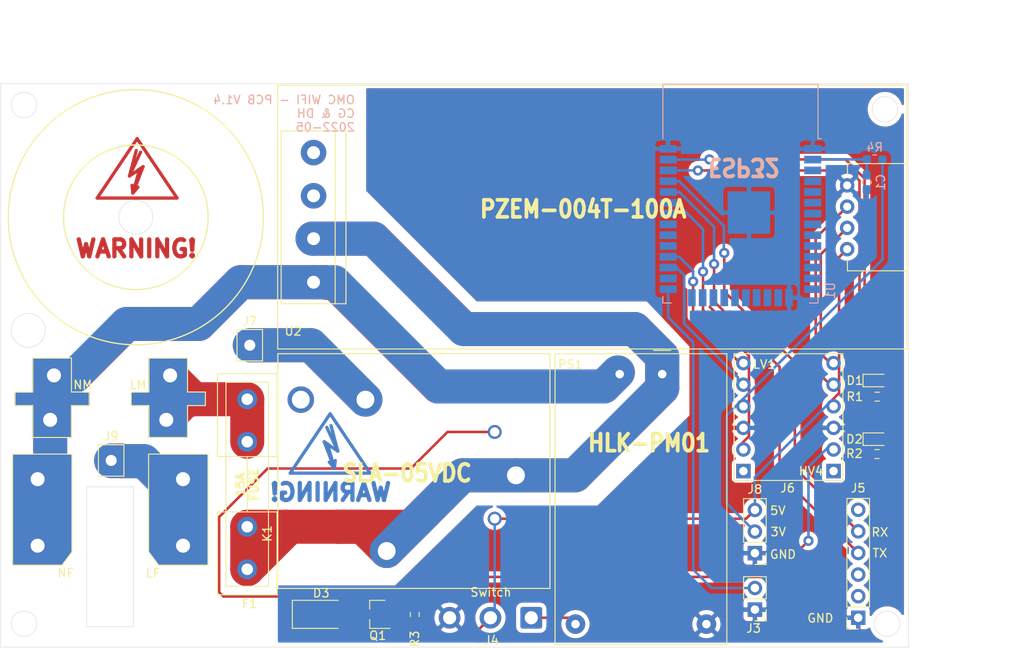
<source format=kicad_pcb>
(kicad_pcb (version 20171130) (host pcbnew "(5.1.12)-1")

  (general
    (thickness 1.6)
    (drawings 41)
    (tracks 212)
    (zones 0)
    (modules 25)
    (nets 60)
  )

  (page USLetter)
  (layers
    (0 F.Cu signal)
    (31 B.Cu signal)
    (32 B.Adhes user)
    (33 F.Adhes user)
    (34 B.Paste user)
    (35 F.Paste user)
    (36 B.SilkS user)
    (37 F.SilkS user)
    (38 B.Mask user hide)
    (39 F.Mask user)
    (40 Dwgs.User user)
    (41 Cmts.User user)
    (42 Eco1.User user)
    (43 Eco2.User user)
    (44 Edge.Cuts user)
    (45 Margin user)
    (46 B.CrtYd user)
    (47 F.CrtYd user)
    (48 B.Fab user)
    (49 F.Fab user hide)
  )

  (setup
    (last_trace_width 0.3)
    (trace_clearance 0.3)
    (zone_clearance 0.508)
    (zone_45_only no)
    (trace_min 0.2)
    (via_size 1.2)
    (via_drill 0.6)
    (via_min_size 0.4)
    (via_min_drill 0.3)
    (uvia_size 1.2)
    (uvia_drill 0.6)
    (uvias_allowed no)
    (uvia_min_size 0.2)
    (uvia_min_drill 0.1)
    (edge_width 0.05)
    (segment_width 0.2)
    (pcb_text_width 0.3)
    (pcb_text_size 1.5 1.5)
    (mod_edge_width 0.12)
    (mod_text_size 1 1)
    (mod_text_width 0.15)
    (pad_size 3 3)
    (pad_drill 1)
    (pad_to_mask_clearance 0.05)
    (aux_axis_origin 0 0)
    (grid_origin 576 -915.25)
    (visible_elements 7FFFFFFF)
    (pcbplotparams
      (layerselection 0x010fc_ffffffff)
      (usegerberextensions true)
      (usegerberattributes false)
      (usegerberadvancedattributes false)
      (creategerberjobfile false)
      (excludeedgelayer true)
      (linewidth 0.100000)
      (plotframeref false)
      (viasonmask false)
      (mode 1)
      (useauxorigin false)
      (hpglpennumber 1)
      (hpglpenspeed 20)
      (hpglpendiameter 15.000000)
      (psnegative false)
      (psa4output false)
      (plotreference true)
      (plotvalue false)
      (plotinvisibletext false)
      (padsonsilk false)
      (subtractmaskfromsilk true)
      (outputformat 1)
      (mirror false)
      (drillshape 0)
      (scaleselection 1)
      (outputdirectory "OMC_WIFI_GERBERS/"))
  )

  (net 0 "")
  (net 1 GND)
  (net 2 +5V)
  (net 3 TX0)
  (net 4 RX0)
  (net 5 "Net-(J4-Pad1)")
  (net 6 NEUTRAL)
  (net 7 D32_RELAY_5V)
  (net 8 +3V)
  (net 9 TX2_5V)
  (net 10 RX2_5V)
  (net 11 D32_RELAY_3V)
  (net 12 RX2_3V)
  (net 13 TX2_3V)
  (net 14 "Net-(F1-Pad2)")
  (net 15 "Net-(Q1-Pad2)")
  (net 16 LINE_IN)
  (net 17 LINE_OUT)
  (net 18 "Net-(D3-Pad2)")
  (net 19 D22_LED_G)
  (net 20 D23_LED_R)
  (net 21 CTS)
  (net 22 VCC)
  (net 23 DTR)
  (net 24 "Net-(K1-PadNC)")
  (net 25 "Net-(U1-Pad32)")
  (net 26 "Net-(U1-Pad31)")
  (net 27 "Net-(U1-Pad30)")
  (net 28 "Net-(U1-Pad29)")
  (net 29 "Net-(U1-Pad26)")
  (net 30 "Net-(U1-Pad24)")
  (net 31 "Net-(U1-Pad23)")
  (net 32 "Net-(U1-Pad22)")
  (net 33 "Net-(U1-Pad21)")
  (net 34 "Net-(U1-Pad20)")
  (net 35 "Net-(U1-Pad19)")
  (net 36 "Net-(U1-Pad18)")
  (net 37 "Net-(U1-Pad17)")
  (net 38 "Net-(U1-Pad16)")
  (net 39 "Net-(U1-Pad14)")
  (net 40 "Net-(U1-Pad13)")
  (net 41 "Net-(U1-Pad12)")
  (net 42 "Net-(U1-Pad11)")
  (net 43 "Net-(U1-Pad10)")
  (net 44 "Net-(U1-Pad9)")
  (net 45 "Net-(U1-Pad8)")
  (net 46 "Net-(U1-Pad7)")
  (net 47 "Net-(U1-Pad6)")
  (net 48 "Net-(U1-Pad5)")
  (net 49 "Net-(U1-Pad4)")
  (net 50 EN)
  (net 51 TOR1)
  (net 52 TOR2)
  (net 53 "Net-(D1-Pad1)")
  (net 54 "Net-(D2-Pad1)")
  (net 55 "Net-(C1-Pad1)")
  (net 56 "Net-(J3-Pad2)")
  (net 57 "Net-(J6-Pad11)")
  (net 58 "Net-(J6-Pad12)")
  (net 59 "Net-(J2-Pad2)")

  (net_class Default "This is the default net class."
    (clearance 0.3)
    (trace_width 0.3)
    (via_dia 1.2)
    (via_drill 0.6)
    (uvia_dia 1.2)
    (uvia_drill 0.6)
    (diff_pair_width 0.3)
    (diff_pair_gap 0.3)
    (add_net +3V)
    (add_net +5V)
    (add_net CTS)
    (add_net D22_LED_G)
    (add_net D23_LED_R)
    (add_net D32_RELAY_3V)
    (add_net D32_RELAY_5V)
    (add_net DTR)
    (add_net EN)
    (add_net GND)
    (add_net "Net-(C1-Pad1)")
    (add_net "Net-(D1-Pad1)")
    (add_net "Net-(D2-Pad1)")
    (add_net "Net-(D3-Pad2)")
    (add_net "Net-(J3-Pad2)")
    (add_net "Net-(J4-Pad1)")
    (add_net "Net-(J6-Pad11)")
    (add_net "Net-(J6-Pad12)")
    (add_net "Net-(K1-PadNC)")
    (add_net "Net-(Q1-Pad2)")
    (add_net "Net-(U1-Pad10)")
    (add_net "Net-(U1-Pad11)")
    (add_net "Net-(U1-Pad12)")
    (add_net "Net-(U1-Pad13)")
    (add_net "Net-(U1-Pad14)")
    (add_net "Net-(U1-Pad16)")
    (add_net "Net-(U1-Pad17)")
    (add_net "Net-(U1-Pad18)")
    (add_net "Net-(U1-Pad19)")
    (add_net "Net-(U1-Pad20)")
    (add_net "Net-(U1-Pad21)")
    (add_net "Net-(U1-Pad22)")
    (add_net "Net-(U1-Pad23)")
    (add_net "Net-(U1-Pad24)")
    (add_net "Net-(U1-Pad26)")
    (add_net "Net-(U1-Pad29)")
    (add_net "Net-(U1-Pad30)")
    (add_net "Net-(U1-Pad31)")
    (add_net "Net-(U1-Pad32)")
    (add_net "Net-(U1-Pad4)")
    (add_net "Net-(U1-Pad5)")
    (add_net "Net-(U1-Pad6)")
    (add_net "Net-(U1-Pad7)")
    (add_net "Net-(U1-Pad8)")
    (add_net "Net-(U1-Pad9)")
    (add_net RX0)
    (add_net RX2_3V)
    (add_net RX2_5V)
    (add_net TOR1)
    (add_net TOR2)
    (add_net TX0)
    (add_net TX2_3V)
    (add_net TX2_5V)
    (add_net VCC)
  )

  (net_class "220V HC" ""
    (clearance 1)
    (trace_width 4)
    (via_dia 1.2)
    (via_drill 0.6)
    (uvia_dia 1.2)
    (uvia_drill 0.6)
    (diff_pair_width 0.3)
    (diff_pair_gap 0.3)
    (add_net LINE_IN)
    (add_net LINE_OUT)
    (add_net NEUTRAL)
    (add_net "Net-(F1-Pad2)")
    (add_net "Net-(J2-Pad2)")
  )

  (net_class "220V LC" ""
    (clearance 1)
    (trace_width 2)
    (via_dia 1.2)
    (via_drill 0.6)
    (uvia_dia 1.2)
    (uvia_drill 0.6)
    (diff_pair_width 0.3)
    (diff_pair_gap 0.3)
  )

  (module Connector_Pin:Pin_D1.3mm_L10.0mm_W3.5mm_Flat (layer F.Cu) (tedit 5A1DC085) (tstamp 627B5A3C)
    (at 605.3 -950.75 90)
    (descr "solder Pin_ with flat with hole, hole diameter 1.3mm, length 10.0mm, width 3.5mm, e.g. Ettinger 13.13.865, https://katalog.ettinger.de/#p=434")
    (tags "solder Pin_ with flat fork")
    (path /6284CB5E)
    (fp_text reference J7 (at 2.85 0 180) (layer F.SilkS)
      (effects (font (size 1 1) (thickness 0.15)))
    )
    (fp_text value Conn_01x01_Female (at 0 -2.05 90) (layer F.Fab)
      (effects (font (size 1 1) (thickness 0.15)))
    )
    (fp_line (start -1.85 -1.5) (end 1.85 -1.5) (layer F.SilkS) (width 0.12))
    (fp_line (start 1.85 -1.5) (end 1.85 1.5) (layer F.SilkS) (width 0.12))
    (fp_line (start 1.85 1.5) (end -1.85 1.5) (layer F.SilkS) (width 0.12))
    (fp_line (start -1.85 -1.5) (end -1.85 1.5) (layer F.SilkS) (width 0.12))
    (fp_line (start 1.75 -0.3) (end 1.75 0.3) (layer F.Fab) (width 0.12))
    (fp_line (start 1.75 0.3) (end -1.75 0.3) (layer F.Fab) (width 0.12))
    (fp_line (start -1.75 0.3) (end -1.75 -0.3) (layer F.Fab) (width 0.12))
    (fp_line (start -1.75 -0.3) (end 1.75 -0.3) (layer F.Fab) (width 0.12))
    (fp_line (start -2.25 -1.8) (end 2.25 -1.8) (layer F.CrtYd) (width 0.05))
    (fp_line (start -2.25 -1.8) (end -2.25 1.8) (layer F.CrtYd) (width 0.05))
    (fp_line (start 2.25 1.8) (end 2.25 -1.8) (layer F.CrtYd) (width 0.05))
    (fp_line (start 2.25 1.8) (end -2.25 1.8) (layer F.CrtYd) (width 0.05))
    (fp_text user %R (at 0 2.25 90) (layer F.Fab)
      (effects (font (size 1 1) (thickness 0.15)))
    )
    (pad 1 thru_hole circle (at 0 0 90) (size 2.6 2.6) (drill 1.3) (layers *.Cu *.Mask)
      (net 17 LINE_OUT))
    (model ${KISYS3DMOD}/Connector_Pin.3dshapes/Pin_D1.3mm_L10.0mm_W3.5mm_Flat.wrl
      (at (xyz 0 0 0))
      (scale (xyz 1 1 1))
      (rotate (xyz 0 0 0))
    )
  )

  (module Connector_Pin:Pin_D1.3mm_L10.0mm_W3.5mm_Flat (layer F.Cu) (tedit 5A1DC085) (tstamp 627B5A7A)
    (at 589 -937.2 90)
    (descr "solder Pin_ with flat with hole, hole diameter 1.3mm, length 10.0mm, width 3.5mm, e.g. Ettinger 13.13.865, https://katalog.ettinger.de/#p=434")
    (tags "solder Pin_ with flat fork")
    (path /62853AFC)
    (fp_text reference J9 (at 2.85 0 180) (layer F.SilkS)
      (effects (font (size 1 1) (thickness 0.15)))
    )
    (fp_text value Conn_01x01_Female (at 0 -2.05 90) (layer F.Fab)
      (effects (font (size 1 1) (thickness 0.15)))
    )
    (fp_line (start -1.85 -1.5) (end 1.85 -1.5) (layer F.SilkS) (width 0.12))
    (fp_line (start 1.85 -1.5) (end 1.85 1.5) (layer F.SilkS) (width 0.12))
    (fp_line (start 1.85 1.5) (end -1.85 1.5) (layer F.SilkS) (width 0.12))
    (fp_line (start -1.85 -1.5) (end -1.85 1.5) (layer F.SilkS) (width 0.12))
    (fp_line (start 1.75 -0.3) (end 1.75 0.3) (layer F.Fab) (width 0.12))
    (fp_line (start 1.75 0.3) (end -1.75 0.3) (layer F.Fab) (width 0.12))
    (fp_line (start -1.75 0.3) (end -1.75 -0.3) (layer F.Fab) (width 0.12))
    (fp_line (start -1.75 -0.3) (end 1.75 -0.3) (layer F.Fab) (width 0.12))
    (fp_line (start -2.25 -1.8) (end 2.25 -1.8) (layer F.CrtYd) (width 0.05))
    (fp_line (start -2.25 -1.8) (end -2.25 1.8) (layer F.CrtYd) (width 0.05))
    (fp_line (start 2.25 1.8) (end 2.25 -1.8) (layer F.CrtYd) (width 0.05))
    (fp_line (start 2.25 1.8) (end -2.25 1.8) (layer F.CrtYd) (width 0.05))
    (fp_text user %R (at 0 2.25 90) (layer F.Fab)
      (effects (font (size 1 1) (thickness 0.15)))
    )
    (pad 1 thru_hole circle (at 0 0 90) (size 2.6 2.6) (drill 1.3) (layers *.Cu *.Mask)
      (net 59 "Net-(J2-Pad2)"))
    (model ${KISYS3DMOD}/Connector_Pin.3dshapes/Pin_D1.3mm_L10.0mm_W3.5mm_Flat.wrl
      (at (xyz 0 0 0))
      (scale (xyz 1 1 1))
      (rotate (xyz 0 0 0))
    )
  )

  (module "omc-schematics LE:OMC-Female-Plug" (layer F.Cu) (tedit 625EC782) (tstamp 627B370E)
    (at 588.9 -932.25)
    (path /626943A8)
    (fp_text reference J2 (at 0 -0.05) (layer F.SilkS) hide
      (effects (font (size 1 1) (thickness 0.15)))
    )
    (fp_text value Conn_01x02_Female (at 0 -10.525) (layer F.Fab)
      (effects (font (size 1 1) (thickness 0.15)))
    )
    (fp_line (start 11.5 -5.7) (end 11.5 7.375) (layer F.SilkS) (width 0.12))
    (fp_line (start 5.675 7.375) (end 11.5 7.375) (layer F.SilkS) (width 0.12))
    (fp_line (start 4.5 5.8) (end 5.675 7.375) (layer F.SilkS) (width 0.12))
    (fp_line (start 4.5 -5.7) (end 4.5 5.8) (layer F.SilkS) (width 0.12))
    (fp_line (start 11.5 -5.7) (end 4.5 -5.7) (layer F.SilkS) (width 0.12))
    (fp_line (start -11.5 -5.7) (end -11.5 7.375) (layer F.SilkS) (width 0.12))
    (fp_line (start -4.5 -5.7) (end -4.5 5.8) (layer F.SilkS) (width 0.12))
    (fp_line (start -11.5 -5.7) (end -4.5 -5.7) (layer F.SilkS) (width 0.12))
    (fp_line (start -5.675 7.375) (end -11.5 7.375) (layer F.SilkS) (width 0.12))
    (fp_line (start -4.5 5.8) (end -5.675 7.375) (layer F.SilkS) (width 0.12))
    (fp_poly (pts (xy -4.55 5.775) (xy -5.7 7.325) (xy -11.45 7.325) (xy -11.45 -5.65)
      (xy -4.55 -5.65)) (layer F.Cu) (width 0.1))
    (fp_poly (pts (xy -4.575 5.775) (xy -5.725 7.325) (xy -11.475 7.325) (xy -11.475 -5.65)
      (xy -4.575 -5.65)) (layer B.Cu) (width 0.1))
    (fp_poly (pts (xy -4.575 5.775) (xy -5.725 7.325) (xy -11.475 7.325) (xy -11.475 -5.65)
      (xy -4.575 -5.65)) (layer F.Mask) (width 0.1))
    (fp_poly (pts (xy 11.45 7.325) (xy 5.7 7.325) (xy 4.55 5.8) (xy 4.55 -5.65)
      (xy 11.45 -5.65)) (layer F.Cu) (width 0.1))
    (fp_poly (pts (xy 11.425 7.3) (xy 5.675 7.3) (xy 4.525 5.775) (xy 4.525 -5.675)
      (xy 11.425 -5.675)) (layer B.Cu) (width 0.1))
    (fp_poly (pts (xy 11.45 7.325) (xy 5.7 7.325) (xy 4.55 5.8) (xy 4.55 -5.65)
      (xy 11.45 -5.65)) (layer F.Mask) (width 0.1))
    (fp_line (start 2.75 -1.775) (end 2.75 14.625) (layer Dwgs.User) (width 0.12))
    (fp_line (start 2.75 14.625) (end -2.75 14.625) (layer Dwgs.User) (width 0.12))
    (fp_line (start -2.75 14.625) (end -2.75 -1.775) (layer Dwgs.User) (width 0.12))
    (fp_line (start -2.75 -1.775) (end 2.75 -1.775) (layer Dwgs.User) (width 0.12))
    (pad 1 thru_hole circle (at -8.55 5.075) (size 3.3 3.3) (drill 1.65) (layers *.Cu *.Mask)
      (net 6 NEUTRAL))
    (pad 1 thru_hole circle (at -8.55 -2.75) (size 3.3 3.3) (drill 1.65) (layers *.Cu *.Mask)
      (net 6 NEUTRAL))
    (pad 2 thru_hole circle (at 8.55 5.075) (size 3.3 3.3) (drill 1.65) (layers *.Cu *.Mask)
      (net 59 "Net-(J2-Pad2)"))
    (pad 2 thru_hole circle (at 8.55 -2.75) (size 3.3 3.3) (drill 1.65) (layers *.Cu *.Mask)
      (net 59 "Net-(J2-Pad2)"))
    (model "C:/Users/cgarc/OneDrive - est.ucab.edu.ve/Documentos/GitHub/OMC_WIFI/OMC_WIFI_PCB/Libs/omc-schematics.pretty/female_plugs.wrl"
      (at (xyz 0 0 0))
      (scale (xyz 1 1 1))
      (rotate (xyz 0 0 0))
    )
  )

  (module "omc-schematics LE:PZEM-OO4T-100A" (layer F.Cu) (tedit 627A680F) (tstamp 62575A5E)
    (at 645.58 -965.81)
    (path /62639391)
    (fp_text reference U2 (at -35.18 13.41) (layer F.SilkS)
      (effects (font (size 1 1) (thickness 0.15)))
    )
    (fp_text value PZEM-004T-100A (at 0 -16.5) (layer F.Fab)
      (effects (font (size 1 1) (thickness 0.15)))
    )
    (fp_line (start -36.59 10.18) (end -30.24 10.18) (layer F.SilkS) (width 0.12))
    (fp_line (start -36.59 -10.14) (end -36.59 10.18) (layer F.SilkS) (width 0.12))
    (fp_line (start -30.24 -10.14) (end -36.59 -10.14) (layer F.SilkS) (width 0.12))
    (fp_line (start -30.24 -10.14) (end -28.97 -10.14) (layer F.SilkS) (width 0.12))
    (fp_line (start -30.24 10.18) (end -30.24 -10.14) (layer F.SilkS) (width 0.12))
    (fp_line (start -28.97 10.18) (end -30.24 10.18) (layer F.SilkS) (width 0.12))
    (fp_line (start -28.97 -10.14) (end -28.97 10.18) (layer F.SilkS) (width 0.12))
    (fp_line (start -28.775 -10.35) (end -36.775 -10.35) (layer F.CrtYd) (width 0.12))
    (fp_line (start -28.775 10.35) (end -28.775 -10.35) (layer F.CrtYd) (width 0.12))
    (fp_line (start -36.775 10.35) (end -28.775 10.35) (layer F.CrtYd) (width 0.12))
    (fp_line (start -36.775 -10.35) (end -36.775 10.35) (layer F.CrtYd) (width 0.12))
    (fp_line (start -37 15.5) (end -37 -15.5) (layer F.SilkS) (width 0.12))
    (fp_line (start -37 -15.5) (end 37 -15.5) (layer F.SilkS) (width 0.12))
    (fp_line (start 37 -15.5) (end 37 15.5) (layer F.SilkS) (width 0.12))
    (fp_line (start 37 15.5) (end -37 15.5) (layer F.SilkS) (width 0.12))
    (fp_line (start 28.8 -6.7) (end 37.3 -6.7) (layer F.CrtYd) (width 0.12))
    (fp_line (start 37.3 -6.7) (end 37.3 6.7) (layer F.CrtYd) (width 0.12))
    (fp_line (start 37.3 6.7) (end 28.8 6.7) (layer F.CrtYd) (width 0.12))
    (fp_line (start 28.8 6.7) (end 28.8 -6.7) (layer F.CrtYd) (width 0.12))
    (fp_line (start 30 -6.3) (end 37 -6.3) (layer F.SilkS) (width 0.12))
    (fp_line (start 37 6.31) (end 30 6.31) (layer F.SilkS) (width 0.12))
    (fp_line (start 30 6.31) (end 30 4.89) (layer F.SilkS) (width 0.12))
    (fp_line (start 30 -6.3) (end 30 -4.9) (layer F.SilkS) (width 0.12))
    (pad 5 thru_hole circle (at 29.97 3.76) (size 1.7 1.7) (drill 0.95) (layers *.Cu *.Mask)
      (net 2 +5V))
    (pad 6 thru_hole circle (at 29.97 1.26) (size 1.7 1.7) (drill 0.95) (layers *.Cu *.Mask)
      (net 10 RX2_5V))
    (pad 7 thru_hole circle (at 29.97 -1.24) (size 1.7 1.7) (drill 0.95) (layers *.Cu *.Mask)
      (net 9 TX2_5V))
    (pad 8 thru_hole circle (at 29.97 -3.74) (size 1.7 1.7) (drill 0.95) (layers *.Cu *.Mask)
      (net 1 GND))
    (pad 4 thru_hole oval (at -32.78 -7.59) (size 3 3) (drill 1.52) (layers *.Cu *.Mask)
      (net 51 TOR1))
    (pad 3 thru_hole oval (at -32.78 -2.51) (size 3 3) (drill 1.52) (layers *.Cu *.Mask)
      (net 52 TOR2))
    (pad 2 thru_hole oval (at -32.78 2.53) (size 3 3) (drill 1.52) (layers *.Cu *.Mask)
      (net 16 LINE_IN))
    (pad 1 thru_hole rect (at -32.78 7.65) (size 3 3) (drill 1.52) (layers *.Cu *.Mask)
      (net 6 NEUTRAL))
    (model "C:/Users/cgarc/OneDrive - est.ucab.edu.ve/Documentos/GitHub/OMC_WIFI/OMC_WIFI_PCB/Libs/omc-schematics.pretty/PZEM_004T_100A_V3_0__cp007.wrl"
      (offset (xyz 0 0 -1))
      (scale (xyz 1 1 1))
      (rotate (xyz 0 0 0))
    )
  )

  (module level_shifter:Level_Shifter_3V_5V (layer F.Cu) (tedit 6269446D) (tstamp 6269BF73)
    (at 668.65 -942.15)
    (descr "Through hole straight pin header, 1x06, 2.54mm pitch, single row")
    (tags "Through hole pin header THT 1x06 2.54mm single row")
    (path /626C34E4)
    (fp_text reference J6 (at -0.1 8.2 -180) (layer F.SilkS)
      (effects (font (size 1 1) (thickness 0.15)))
    )
    (fp_text value "Level shifter" (at 0.3 8.4 -180) (layer F.Fab)
      (effects (font (size 1 1) (thickness 0.15)))
    )
    (fp_line (start -6.4 -7.6) (end 6.4 -7.6) (layer F.SilkS) (width 0.12))
    (fp_line (start 6.4 -7.6) (end 6.4 7.3) (layer F.SilkS) (width 0.12))
    (fp_line (start 6.4 7.3) (end -6.4 7.3) (layer F.SilkS) (width 0.12))
    (fp_line (start -6.4 7.3) (end -6.4 -7.6) (layer F.SilkS) (width 0.12))
    (fp_text user %R (at -7.4 0 -90) (layer F.Fab)
      (effects (font (size 1 1) (thickness 0.15)))
    )
    (pad 1 thru_hole oval (at -5.3 -6.5 180) (size 1.7 1.7) (drill 1) (layers *.Cu *.Mask)
      (net 13 TX2_3V))
    (pad 3 thru_hole oval (at -5.3 -3.96 180) (size 1.7 1.7) (drill 1) (layers *.Cu *.Mask)
      (net 12 RX2_3V))
    (pad 5 thru_hole oval (at -5.3 -1.42 180) (size 1.7 1.7) (drill 1) (layers *.Cu *.Mask)
      (net 8 +3V))
    (pad 7 thru_hole oval (at -5.3 1.12 180) (size 1.7 1.7) (drill 1) (layers *.Cu *.Mask)
      (net 1 GND))
    (pad 9 thru_hole oval (at -5.3 3.66 180) (size 1.7 1.7) (drill 1) (layers *.Cu *.Mask)
      (net 11 D32_RELAY_3V))
    (pad 11 thru_hole rect (at -5.3 6.2 180) (size 1.7 1.7) (drill 1) (layers *.Cu *.Mask)
      (net 57 "Net-(J6-Pad11)"))
    (pad 4 thru_hole oval (at 5.3 -3.96 180) (size 1.7 1.7) (drill 1) (layers *.Cu *.Mask)
      (net 9 TX2_5V))
    (pad 6 thru_hole oval (at 5.3 -1.42 180) (size 1.7 1.7) (drill 1) (layers *.Cu *.Mask)
      (net 2 +5V))
    (pad 8 thru_hole oval (at 5.3 1.12 180) (size 1.7 1.7) (drill 1) (layers *.Cu *.Mask)
      (net 1 GND))
    (pad 2 thru_hole oval (at 5.3 -6.5 180) (size 1.7 1.7) (drill 1) (layers *.Cu *.Mask)
      (net 10 RX2_5V))
    (pad 10 thru_hole oval (at 5.3 3.66 180) (size 1.7 1.7) (drill 1) (layers *.Cu *.Mask)
      (net 7 D32_RELAY_5V))
    (pad 12 thru_hole rect (at 5.3 6.2 180) (size 1.7 1.7) (drill 1) (layers *.Cu *.Mask)
      (net 58 "Net-(J6-Pad12)"))
    (model "C:/Users/cgarc/OneDrive - est.ucab.edu.ve/Documentos/GitHub/OMC_WIFI/OMC_WIFI_PCB/Libs/level_shifter/Level_Shifter_3V_5V.wrl"
      (at (xyz 0 0 0))
      (scale (xyz 1 1 1))
      (rotate (xyz 0 0 0))
    )
    (model "C:/Users/cgarc/OneDrive - est.ucab.edu.ve/Documentos/GitHub/OMC_WIFI/OMC_WIFI_PCB/Libs/level_shifter/Level_Shifter_3V_5V_pinHeaders.wrl"
      (at (xyz 0 0 0))
      (scale (xyz 1 1 1))
      (rotate (xyz 0 0 0))
    )
  )

  (module Symbol:Symbol_HighVoltage_Type2_CopperTop_VerySmall (layer B.Cu) (tedit 0) (tstamp 62627876)
    (at 614.75 -938.5 180)
    (descr "Symbol, High Voltage, Type 2, Copper Top, Very Small,")
    (tags "Symbol, High Voltage, Type 2, Copper Top, Very Small,")
    (path /6268B7DC)
    (attr virtual)
    (fp_text reference SYM2 (at -0.1 5.4) (layer B.SilkS) hide
      (effects (font (size 1 1) (thickness 0.15)) (justify mirror))
    )
    (fp_text value SYM_Flash_Small (at -0.381 -4.572) (layer B.Fab) hide
      (effects (font (size 1 1) (thickness 0.15)) (justify mirror))
    )
    (fp_line (start -0.49784 -2.19964) (end 0.70104 0.89916) (layer B.Cu) (width 0.381))
    (fp_line (start 0.70104 0.89916) (end 0.1016 0.50038) (layer B.Cu) (width 0.381))
    (fp_line (start -0.89916 -0.20066) (end 0.40132 2.60096) (layer B.Cu) (width 0.381))
    (fp_line (start -0.49784 -2.19964) (end 0.1016 -1.50114) (layer B.Cu) (width 0.381))
    (fp_line (start -0.09906 2.79908) (end -0.89916 -0.20066) (layer B.Cu) (width 0.381))
    (fp_line (start -0.89916 -0.20066) (end 0.29972 0.59944) (layer B.Cu) (width 0.381))
    (fp_line (start 0.29972 0.59944) (end -0.49784 -2.19964) (layer B.Cu) (width 0.381))
    (fp_line (start -0.49784 -2.19964) (end -0.59944 -1.30048) (layer B.Cu) (width 0.381))
    (fp_line (start 0 4.191) (end 4.699 -2.794) (layer B.Cu) (width 0.381))
    (fp_line (start 4.699 -2.794) (end -4.699 -2.794) (layer B.Cu) (width 0.381))
    (fp_line (start -4.699 -2.794) (end 0 4.191) (layer B.Cu) (width 0.381))
  )

  (module Symbol:Symbol_HighVoltage_Type2_CopperTop_VerySmall (layer F.Cu) (tedit 0) (tstamp 62627867)
    (at 592.05 -970.85)
    (descr "Symbol, High Voltage, Type 2, Copper Top, Very Small,")
    (tags "Symbol, High Voltage, Type 2, Copper Top, Very Small,")
    (path /6268094E)
    (attr virtual)
    (fp_text reference SYM1 (at -0.127 -5.715) (layer F.SilkS) hide
      (effects (font (size 1 1) (thickness 0.15)))
    )
    (fp_text value SYM_Flash_Small (at -0.381 4.572) (layer F.Fab) hide
      (effects (font (size 1 1) (thickness 0.15)))
    )
    (fp_line (start -0.49784 2.19964) (end 0.70104 -0.89916) (layer F.Cu) (width 0.381))
    (fp_line (start 0.70104 -0.89916) (end 0.1016 -0.50038) (layer F.Cu) (width 0.381))
    (fp_line (start -0.89916 0.20066) (end 0.40132 -2.60096) (layer F.Cu) (width 0.381))
    (fp_line (start -0.49784 2.19964) (end 0.1016 1.50114) (layer F.Cu) (width 0.381))
    (fp_line (start -0.09906 -2.79908) (end -0.89916 0.20066) (layer F.Cu) (width 0.381))
    (fp_line (start -0.89916 0.20066) (end 0.29972 -0.59944) (layer F.Cu) (width 0.381))
    (fp_line (start 0.29972 -0.59944) (end -0.49784 2.19964) (layer F.Cu) (width 0.381))
    (fp_line (start -0.49784 2.19964) (end -0.59944 1.30048) (layer F.Cu) (width 0.381))
    (fp_line (start 0 -4.191) (end 4.699 2.794) (layer F.Cu) (width 0.381))
    (fp_line (start 4.699 2.794) (end -4.699 2.794) (layer F.Cu) (width 0.381))
    (fp_line (start -4.699 2.794) (end 0 -4.191) (layer F.Cu) (width 0.381))
  )

  (module "SLA-12VDC-SL-C LE:RELAY_SLA-12VDC-SL-C" (layer F.Cu) (tedit 624F093D) (tstamp 627AC91D)
    (at 618.9 -935.45 90)
    (path /626D4711)
    (fp_text reference K1 (at -6.85 -11.55 90) (layer F.SilkS)
      (effects (font (size 1 1) (thickness 0.15)))
    )
    (fp_text value SLA-12VDC-SL-C (at -0.3 23.135 90) (layer F.Fab)
      (effects (font (size 1 1) (thickness 0.15)))
    )
    (fp_line (start -13.3 -10.3) (end 14.3 -10.3) (layer F.SilkS) (width 0.127))
    (fp_line (start 14.3 -10.3) (end 14.3 21.7) (layer F.SilkS) (width 0.127))
    (fp_line (start 14.3 21.7) (end -13.3 21.7) (layer F.SilkS) (width 0.127))
    (fp_line (start -13.3 21.7) (end -13.3 -10.3) (layer F.SilkS) (width 0.127))
    (fp_line (start -13.3 -10.3) (end 14.3 -10.3) (layer F.Fab) (width 0.127))
    (fp_line (start 14.3 -10.3) (end 14.3 21.7) (layer F.Fab) (width 0.127))
    (fp_line (start 14.3 21.7) (end -13.3 21.7) (layer F.Fab) (width 0.127))
    (fp_line (start -13.3 21.7) (end -13.3 -10.3) (layer F.Fab) (width 0.127))
    (fp_line (start -13.55 -10.55) (end 14.55 -10.55) (layer F.CrtYd) (width 0.05))
    (fp_line (start 14.55 -10.55) (end 14.55 21.95) (layer F.CrtYd) (width 0.05))
    (fp_line (start 14.55 21.95) (end -13.55 21.95) (layer F.CrtYd) (width 0.05))
    (fp_line (start -13.55 21.95) (end -13.55 -10.55) (layer F.CrtYd) (width 0.05))
    (pad NC thru_hole circle (at 8.9 -7.6 90) (size 3.116 3.116) (drill 2.1) (layers *.Cu *.Mask)
      (net 24 "Net-(K1-PadNC)"))
    (pad COM2 thru_hole circle (at -8.9 2.5 90) (size 3.116 3.116) (drill 2.1) (layers *.Cu *.Mask)
      (net 16 LINE_IN))
    (pad NO thru_hole circle (at 8.9 0 90) (size 3.116 3.116) (drill 2.1) (layers *.Cu *.Mask)
      (net 17 LINE_OUT))
    (pad C2 thru_hole circle (at 5.1 15.2 90) (size 1.65 1.65) (drill 1.1) (layers *.Cu *.Mask)
      (net 18 "Net-(D3-Pad2)"))
    (pad C1 thru_hole circle (at -5.1 15.2 90) (size 1.65 1.65) (drill 1.1) (layers *.Cu *.Mask)
      (net 2 +5V))
    (pad COM1 thru_hole circle (at 0 17.7 90) (size 3.116 3.116) (drill 2.1) (layers *.Cu *.Mask)
      (net 16 LINE_IN))
    (model "C:/Users/cgarc/OneDrive - est.ucab.edu.ve/Documentos/GitHub/OMC_WIFI/OMC_WIFI_PCB/Libs/SLA-12VDC-SL-C/SLA-12VDC-SL-C.step"
      (at (xyz 0 0 0))
      (scale (xyz 1 1 1))
      (rotate (xyz -90 0 0))
    )
  )

  (module Resistor_SMD:R_0603_1608Metric_Pad0.98x0.95mm_HandSolder (layer B.Cu) (tedit 5F68FEEE) (tstamp 626057C2)
    (at 678.7875 -972.6 180)
    (descr "Resistor SMD 0603 (1608 Metric), square (rectangular) end terminal, IPC_7351 nominal with elongated pad for handsoldering. (Body size source: IPC-SM-782 page 72, https://www.pcb-3d.com/wordpress/wp-content/uploads/ipc-sm-782a_amendment_1_and_2.pdf), generated with kicad-footprint-generator")
    (tags "resistor handsolder")
    (path /626E4FB2)
    (attr smd)
    (fp_text reference R4 (at 0 1.43) (layer B.SilkS)
      (effects (font (size 1 1) (thickness 0.15)) (justify mirror))
    )
    (fp_text value 10k (at 0 -1.43) (layer B.Fab)
      (effects (font (size 1 1) (thickness 0.15)) (justify mirror))
    )
    (fp_line (start 1.65 -0.73) (end -1.65 -0.73) (layer B.CrtYd) (width 0.05))
    (fp_line (start 1.65 0.73) (end 1.65 -0.73) (layer B.CrtYd) (width 0.05))
    (fp_line (start -1.65 0.73) (end 1.65 0.73) (layer B.CrtYd) (width 0.05))
    (fp_line (start -1.65 -0.73) (end -1.65 0.73) (layer B.CrtYd) (width 0.05))
    (fp_line (start -0.254724 -0.5225) (end 0.254724 -0.5225) (layer B.SilkS) (width 0.12))
    (fp_line (start -0.254724 0.5225) (end 0.254724 0.5225) (layer B.SilkS) (width 0.12))
    (fp_line (start 0.8 -0.4125) (end -0.8 -0.4125) (layer B.Fab) (width 0.1))
    (fp_line (start 0.8 0.4125) (end 0.8 -0.4125) (layer B.Fab) (width 0.1))
    (fp_line (start -0.8 0.4125) (end 0.8 0.4125) (layer B.Fab) (width 0.1))
    (fp_line (start -0.8 -0.4125) (end -0.8 0.4125) (layer B.Fab) (width 0.1))
    (fp_text user %R (at 0 0) (layer B.Fab)
      (effects (font (size 0.4 0.4) (thickness 0.06)) (justify mirror))
    )
    (pad 2 smd roundrect (at 0.9125 0 180) (size 0.975 0.95) (layers B.Cu B.Paste B.Mask) (roundrect_rratio 0.25)
      (net 55 "Net-(C1-Pad1)"))
    (pad 1 smd roundrect (at -0.9125 0 180) (size 0.975 0.95) (layers B.Cu B.Paste B.Mask) (roundrect_rratio 0.25)
      (net 8 +3V))
    (model ${KISYS3DMOD}/Resistor_SMD.3dshapes/R_0603_1608Metric.wrl
      (at (xyz 0 0 0))
      (scale (xyz 1 1 1))
      (rotate (xyz 0 0 0))
    )
  )

  (module Connector_PinHeader_2.54mm:PinHeader_1x02_P2.54mm_Vertical (layer F.Cu) (tedit 59FED5CC) (tstamp 626055E1)
    (at 664.7 -919.66 180)
    (descr "Through hole straight pin header, 1x02, 2.54mm pitch, single row")
    (tags "Through hole pin header THT 1x02 2.54mm single row")
    (path /62727A97)
    (fp_text reference J3 (at 0.15 -2.21) (layer F.SilkS)
      (effects (font (size 1 1) (thickness 0.15)))
    )
    (fp_text value Conn_01x02_Male (at 0 4.87) (layer F.Fab)
      (effects (font (size 1 1) (thickness 0.15)))
    )
    (fp_line (start 1.8 -1.8) (end -1.8 -1.8) (layer F.CrtYd) (width 0.05))
    (fp_line (start 1.8 4.35) (end 1.8 -1.8) (layer F.CrtYd) (width 0.05))
    (fp_line (start -1.8 4.35) (end 1.8 4.35) (layer F.CrtYd) (width 0.05))
    (fp_line (start -1.8 -1.8) (end -1.8 4.35) (layer F.CrtYd) (width 0.05))
    (fp_line (start -1.33 -1.33) (end 0 -1.33) (layer F.SilkS) (width 0.12))
    (fp_line (start -1.33 0) (end -1.33 -1.33) (layer F.SilkS) (width 0.12))
    (fp_line (start -1.33 1.27) (end 1.33 1.27) (layer F.SilkS) (width 0.12))
    (fp_line (start 1.33 1.27) (end 1.33 3.87) (layer F.SilkS) (width 0.12))
    (fp_line (start -1.33 1.27) (end -1.33 3.87) (layer F.SilkS) (width 0.12))
    (fp_line (start -1.33 3.87) (end 1.33 3.87) (layer F.SilkS) (width 0.12))
    (fp_line (start -1.27 -0.635) (end -0.635 -1.27) (layer F.Fab) (width 0.1))
    (fp_line (start -1.27 3.81) (end -1.27 -0.635) (layer F.Fab) (width 0.1))
    (fp_line (start 1.27 3.81) (end -1.27 3.81) (layer F.Fab) (width 0.1))
    (fp_line (start 1.27 -1.27) (end 1.27 3.81) (layer F.Fab) (width 0.1))
    (fp_line (start -0.635 -1.27) (end 1.27 -1.27) (layer F.Fab) (width 0.1))
    (fp_text user %R (at 0 1.27 90) (layer F.Fab)
      (effects (font (size 1 1) (thickness 0.15)))
    )
    (pad 2 thru_hole oval (at 0 2.54 180) (size 1.7 1.7) (drill 1) (layers *.Cu *.Mask)
      (net 56 "Net-(J3-Pad2)"))
    (pad 1 thru_hole rect (at 0 0 180) (size 1.7 1.7) (drill 1) (layers *.Cu *.Mask)
      (net 1 GND))
    (model ${KISYS3DMOD}/Connector_PinHeader_2.54mm.3dshapes/PinHeader_1x02_P2.54mm_Vertical.wrl
      (at (xyz 0 0 0))
      (scale (xyz 1 1 1))
      (rotate (xyz 0 0 0))
    )
  )

  (module Capacitor_SMD:C_0603_1608Metric_Pad1.08x0.95mm_HandSolder (layer B.Cu) (tedit 5F68FEEF) (tstamp 6260547F)
    (at 677.85 -969.9 270)
    (descr "Capacitor SMD 0603 (1608 Metric), square (rectangular) end terminal, IPC_7351 nominal with elongated pad for handsoldering. (Body size source: IPC-SM-782 page 76, https://www.pcb-3d.com/wordpress/wp-content/uploads/ipc-sm-782a_amendment_1_and_2.pdf), generated with kicad-footprint-generator")
    (tags "capacitor handsolder")
    (path /626F2827)
    (attr smd)
    (fp_text reference C1 (at 0 -1.65 270) (layer B.SilkS)
      (effects (font (size 1 1) (thickness 0.15)) (justify mirror))
    )
    (fp_text value 1u (at 0 -1.43 270) (layer B.Fab)
      (effects (font (size 1 1) (thickness 0.15)) (justify mirror))
    )
    (fp_line (start 1.65 -0.73) (end -1.65 -0.73) (layer B.CrtYd) (width 0.05))
    (fp_line (start 1.65 0.73) (end 1.65 -0.73) (layer B.CrtYd) (width 0.05))
    (fp_line (start -1.65 0.73) (end 1.65 0.73) (layer B.CrtYd) (width 0.05))
    (fp_line (start -1.65 -0.73) (end -1.65 0.73) (layer B.CrtYd) (width 0.05))
    (fp_line (start -0.146267 -0.51) (end 0.146267 -0.51) (layer B.SilkS) (width 0.12))
    (fp_line (start -0.146267 0.51) (end 0.146267 0.51) (layer B.SilkS) (width 0.12))
    (fp_line (start 0.8 -0.4) (end -0.8 -0.4) (layer B.Fab) (width 0.1))
    (fp_line (start 0.8 0.4) (end 0.8 -0.4) (layer B.Fab) (width 0.1))
    (fp_line (start -0.8 0.4) (end 0.8 0.4) (layer B.Fab) (width 0.1))
    (fp_line (start -0.8 -0.4) (end -0.8 0.4) (layer B.Fab) (width 0.1))
    (fp_text user %R (at 0 0 270) (layer B.Fab)
      (effects (font (size 0.4 0.4) (thickness 0.06)) (justify mirror))
    )
    (pad 2 smd roundrect (at 0.8625 0 270) (size 1.075 0.95) (layers B.Cu B.Paste B.Mask) (roundrect_rratio 0.25)
      (net 1 GND))
    (pad 1 smd roundrect (at -0.8625 0 270) (size 1.075 0.95) (layers B.Cu B.Paste B.Mask) (roundrect_rratio 0.25)
      (net 55 "Net-(C1-Pad1)"))
    (model ${KISYS3DMOD}/Capacitor_SMD.3dshapes/C_0603_1608Metric.wrl
      (at (xyz 0 0 0))
      (scale (xyz 1 1 1))
      (rotate (xyz 0 0 0))
    )
  )

  (module Converter_ACDC:Converter_ACDC_HiLink_HLK-PMxx (layer F.Cu) (tedit 620F975E) (tstamp 627B47F2)
    (at 653.8 -947.35 270)
    (descr "ACDC-Converter, 3W, HiLink, HLK-PMxx, THT, http://www.hlktech.net/product_detail.php?ProId=54")
    (tags "ACDC-Converter 3W THT HiLink board mount module")
    (path /622A159D)
    (fp_text reference PS1 (at -1.15 10.8) (layer F.SilkS)
      (effects (font (size 1 1) (thickness 0.15)))
    )
    (fp_text value HLK-PM01 (at 15.79 13.85 90) (layer F.Fab)
      (effects (font (size 1 1) (thickness 0.15)))
    )
    (fp_line (start -2.79 -1) (end -2.79 1.01) (layer F.SilkS) (width 0.12))
    (fp_line (start 31.8 -7.6) (end -2.4 -7.6) (layer F.SilkS) (width 0.12))
    (fp_line (start 31.8 12.6) (end 31.8 -7.6) (layer F.SilkS) (width 0.12))
    (fp_line (start -2.4 12.6) (end 31.8 12.6) (layer F.SilkS) (width 0.12))
    (fp_line (start -2.4 -7.6) (end -2.4 12.6) (layer F.SilkS) (width 0.12))
    (fp_line (start -2.55 -7.75) (end -2.55 12.75) (layer F.CrtYd) (width 0.05))
    (fp_line (start 31.95 -7.75) (end -2.55 -7.75) (layer F.CrtYd) (width 0.05))
    (fp_line (start 31.95 12.75) (end 31.95 -7.75) (layer F.CrtYd) (width 0.05))
    (fp_line (start -2.55 12.75) (end 31.95 12.75) (layer F.CrtYd) (width 0.05))
    (fp_line (start -2.3 -1) (end -2.3 -7.5) (layer F.Fab) (width 0.1))
    (fp_line (start -2.29 -1) (end -1.29 0) (layer F.Fab) (width 0.1))
    (fp_line (start -1.29 0) (end -2.29 1) (layer F.Fab) (width 0.1))
    (fp_line (start -2.3 -7.5) (end 31.7 -7.5) (layer F.Fab) (width 0.1))
    (fp_line (start -2.3 12.5) (end -2.3 0.99) (layer F.Fab) (width 0.1))
    (fp_line (start 31.7 12.5) (end 31.7 -7.5) (layer F.Fab) (width 0.1))
    (fp_line (start -2.3 12.5) (end 31.7 12.5) (layer F.Fab) (width 0.1))
    (fp_text user %R (at 14.68 1.17 90) (layer F.Fab)
      (effects (font (size 1 1) (thickness 0.15)))
    )
    (pad 3 thru_hole circle (at 29.4 -5.2 270) (size 2.3 2.3) (drill 1) (layers *.Cu *.Mask)
      (net 1 GND))
    (pad 1 thru_hole rect (at 0 0 270) (size 3 3) (drill 1) (layers *.Cu *.Mask)
      (net 16 LINE_IN))
    (pad 2 thru_hole circle (at 0 5 270) (size 3 3) (drill 1) (layers *.Cu *.Mask)
      (net 6 NEUTRAL))
    (pad 4 thru_hole circle (at 29.4 10.2 270) (size 2.3 2.3) (drill 1) (layers *.Cu *.Mask)
      (net 5 "Net-(J4-Pad1)"))
    (model ${KISYS3DMOD}/Converter_ACDC.3dshapes/Converter_ACDC_HiLink_HLK-PMxx.wrl
      (at (xyz 0 0 0))
      (scale (xyz 1 1 1))
      (rotate (xyz 0 0 0))
    )
    (model "C:/Users/cgarc/OneDrive - est.ucab.edu.ve/Documentos/GitHub/OMC_WIFI/OMC_WIFI_PCB/Libs/HLK-PM01/hlk-pm01--3DModel-STEP-56544.STEP"
      (offset (xyz 14.5 -2.5 0))
      (scale (xyz 1 1 1))
      (rotate (xyz -90 0 0))
    )
  )

  (module Resistor_SMD:R_0603_1608Metric_Pad0.98x0.95mm_HandSolder (layer F.Cu) (tedit 5F68FEEE) (tstamp 6257FBE8)
    (at 624.7 -919.0875 90)
    (descr "Resistor SMD 0603 (1608 Metric), square (rectangular) end terminal, IPC_7351 nominal with elongated pad for handsoldering. (Body size source: IPC-SM-782 page 72, https://www.pcb-3d.com/wordpress/wp-content/uploads/ipc-sm-782a_amendment_1_and_2.pdf), generated with kicad-footprint-generator")
    (tags "resistor handsolder")
    (path /6258E12E)
    (attr smd)
    (fp_text reference R3 (at -2.8875 0 90) (layer F.SilkS)
      (effects (font (size 1 1) (thickness 0.15)))
    )
    (fp_text value 1k (at 0 1.43 90) (layer F.Fab)
      (effects (font (size 1 1) (thickness 0.15)))
    )
    (fp_line (start 1.65 0.73) (end -1.65 0.73) (layer F.CrtYd) (width 0.05))
    (fp_line (start 1.65 -0.73) (end 1.65 0.73) (layer F.CrtYd) (width 0.05))
    (fp_line (start -1.65 -0.73) (end 1.65 -0.73) (layer F.CrtYd) (width 0.05))
    (fp_line (start -1.65 0.73) (end -1.65 -0.73) (layer F.CrtYd) (width 0.05))
    (fp_line (start -0.254724 0.5225) (end 0.254724 0.5225) (layer F.SilkS) (width 0.12))
    (fp_line (start -0.254724 -0.5225) (end 0.254724 -0.5225) (layer F.SilkS) (width 0.12))
    (fp_line (start 0.8 0.4125) (end -0.8 0.4125) (layer F.Fab) (width 0.1))
    (fp_line (start 0.8 -0.4125) (end 0.8 0.4125) (layer F.Fab) (width 0.1))
    (fp_line (start -0.8 -0.4125) (end 0.8 -0.4125) (layer F.Fab) (width 0.1))
    (fp_line (start -0.8 0.4125) (end -0.8 -0.4125) (layer F.Fab) (width 0.1))
    (fp_text user %R (at 1.0875 1.5 90) (layer F.Fab)
      (effects (font (size 0.4 0.4) (thickness 0.06)))
    )
    (pad 2 smd roundrect (at 0.9125 0 90) (size 0.975 0.95) (layers F.Cu F.Paste F.Mask) (roundrect_rratio 0.25)
      (net 15 "Net-(Q1-Pad2)"))
    (pad 1 smd roundrect (at -0.9125 0 90) (size 0.975 0.95) (layers F.Cu F.Paste F.Mask) (roundrect_rratio 0.25)
      (net 7 D32_RELAY_5V))
    (model ${KISYS3DMOD}/Resistor_SMD.3dshapes/R_0603_1608Metric.wrl
      (at (xyz 0 0 0))
      (scale (xyz 1 1 1))
      (rotate (xyz 0 0 0))
    )
  )

  (module Resistor_SMD:R_0603_1608Metric_Pad0.98x0.95mm_HandSolder (layer F.Cu) (tedit 5F68FEEE) (tstamp 6257FD14)
    (at 679.0625 -937.95)
    (descr "Resistor SMD 0603 (1608 Metric), square (rectangular) end terminal, IPC_7351 nominal with elongated pad for handsoldering. (Body size source: IPC-SM-782 page 72, https://www.pcb-3d.com/wordpress/wp-content/uploads/ipc-sm-782a_amendment_1_and_2.pdf), generated with kicad-footprint-generator")
    (tags "resistor handsolder")
    (path /62628640)
    (attr smd)
    (fp_text reference R2 (at -2.6625 -0.05) (layer F.SilkS)
      (effects (font (size 1 1) (thickness 0.15)))
    )
    (fp_text value 330 (at 0 1.43) (layer F.Fab)
      (effects (font (size 1 1) (thickness 0.15)))
    )
    (fp_line (start 1.65 0.73) (end -1.65 0.73) (layer F.CrtYd) (width 0.05))
    (fp_line (start 1.65 -0.73) (end 1.65 0.73) (layer F.CrtYd) (width 0.05))
    (fp_line (start -1.65 -0.73) (end 1.65 -0.73) (layer F.CrtYd) (width 0.05))
    (fp_line (start -1.65 0.73) (end -1.65 -0.73) (layer F.CrtYd) (width 0.05))
    (fp_line (start -0.254724 0.5225) (end 0.254724 0.5225) (layer F.SilkS) (width 0.12))
    (fp_line (start -0.254724 -0.5225) (end 0.254724 -0.5225) (layer F.SilkS) (width 0.12))
    (fp_line (start 0.8 0.4125) (end -0.8 0.4125) (layer F.Fab) (width 0.1))
    (fp_line (start 0.8 -0.4125) (end 0.8 0.4125) (layer F.Fab) (width 0.1))
    (fp_line (start -0.8 -0.4125) (end 0.8 -0.4125) (layer F.Fab) (width 0.1))
    (fp_line (start -0.8 0.4125) (end -0.8 -0.4125) (layer F.Fab) (width 0.1))
    (fp_text user %R (at 0 0) (layer F.Fab)
      (effects (font (size 0.4 0.4) (thickness 0.06)))
    )
    (pad 2 smd roundrect (at 0.9125 0) (size 0.975 0.95) (layers F.Cu F.Paste F.Mask) (roundrect_rratio 0.25)
      (net 1 GND))
    (pad 1 smd roundrect (at -0.9125 0) (size 0.975 0.95) (layers F.Cu F.Paste F.Mask) (roundrect_rratio 0.25)
      (net 54 "Net-(D2-Pad1)"))
    (model ${KISYS3DMOD}/Resistor_SMD.3dshapes/R_0603_1608Metric.wrl
      (at (xyz 0 0 0))
      (scale (xyz 1 1 1))
      (rotate (xyz 0 0 0))
    )
  )

  (module Resistor_SMD:R_0603_1608Metric_Pad0.98x0.95mm_HandSolder (layer F.Cu) (tedit 5F68FEEE) (tstamp 6257EF7D)
    (at 679.0875 -944.7)
    (descr "Resistor SMD 0603 (1608 Metric), square (rectangular) end terminal, IPC_7351 nominal with elongated pad for handsoldering. (Body size source: IPC-SM-782 page 72, https://www.pcb-3d.com/wordpress/wp-content/uploads/ipc-sm-782a_amendment_1_and_2.pdf), generated with kicad-footprint-generator")
    (tags "resistor handsolder")
    (path /620FCE7F)
    (attr smd)
    (fp_text reference R1 (at -2.6375 0) (layer F.SilkS)
      (effects (font (size 1 1) (thickness 0.15)))
    )
    (fp_text value 330 (at 0 1.43) (layer F.Fab)
      (effects (font (size 1 1) (thickness 0.15)))
    )
    (fp_line (start 1.65 0.73) (end -1.65 0.73) (layer F.CrtYd) (width 0.05))
    (fp_line (start 1.65 -0.73) (end 1.65 0.73) (layer F.CrtYd) (width 0.05))
    (fp_line (start -1.65 -0.73) (end 1.65 -0.73) (layer F.CrtYd) (width 0.05))
    (fp_line (start -1.65 0.73) (end -1.65 -0.73) (layer F.CrtYd) (width 0.05))
    (fp_line (start -0.254724 0.5225) (end 0.254724 0.5225) (layer F.SilkS) (width 0.12))
    (fp_line (start -0.254724 -0.5225) (end 0.254724 -0.5225) (layer F.SilkS) (width 0.12))
    (fp_line (start 0.8 0.4125) (end -0.8 0.4125) (layer F.Fab) (width 0.1))
    (fp_line (start 0.8 -0.4125) (end 0.8 0.4125) (layer F.Fab) (width 0.1))
    (fp_line (start -0.8 -0.4125) (end 0.8 -0.4125) (layer F.Fab) (width 0.1))
    (fp_line (start -0.8 0.4125) (end -0.8 -0.4125) (layer F.Fab) (width 0.1))
    (fp_text user %R (at 0 0) (layer F.Fab)
      (effects (font (size 0.4 0.4) (thickness 0.06)))
    )
    (pad 2 smd roundrect (at 0.9125 0) (size 0.975 0.95) (layers F.Cu F.Paste F.Mask) (roundrect_rratio 0.25)
      (net 1 GND))
    (pad 1 smd roundrect (at -0.9125 0) (size 0.975 0.95) (layers F.Cu F.Paste F.Mask) (roundrect_rratio 0.25)
      (net 53 "Net-(D1-Pad1)"))
    (model ${KISYS3DMOD}/Resistor_SMD.3dshapes/R_0603_1608Metric.wrl
      (at (xyz 0 0 0))
      (scale (xyz 1 1 1))
      (rotate (xyz 0 0 0))
    )
  )

  (module Package_TO_SOT_SMD:SC-59_Handsoldering (layer F.Cu) (tedit 5A0AB732) (tstamp 6257FC5B)
    (at 620.35 -919.1 180)
    (descr "SC-59, hand-soldering varaint, https://lib.chipdip.ru/images/import_diod/original/SOT-23_SC-59.jpg")
    (tags "SC-59 hand-soldering")
    (path /6251C78E)
    (attr smd)
    (fp_text reference Q1 (at 0 -2.5) (layer F.SilkS)
      (effects (font (size 1 1) (thickness 0.15)))
    )
    (fp_text value 2N3904 (at 0 2.5) (layer F.Fab)
      (effects (font (size 1 1) (thickness 0.15)))
    )
    (fp_line (start 2.8 1.8) (end -2.8 1.8) (layer F.CrtYd) (width 0.05))
    (fp_line (start 2.8 1.8) (end 2.8 -1.8) (layer F.CrtYd) (width 0.05))
    (fp_line (start -2.8 -1.8) (end -2.8 1.8) (layer F.CrtYd) (width 0.05))
    (fp_line (start -2.8 -1.8) (end 2.8 -1.8) (layer F.CrtYd) (width 0.05))
    (fp_line (start 0.85 -1.52) (end 0.85 1.52) (layer F.Fab) (width 0.1))
    (fp_line (start -0.3 -1.55) (end 0.85 -1.55) (layer F.Fab) (width 0.1))
    (fp_line (start -0.3 -1.55) (end -0.85 -1) (layer F.Fab) (width 0.1))
    (fp_line (start -0.85 1.55) (end 0.85 1.55) (layer F.Fab) (width 0.1))
    (fp_line (start 0.95 1.65) (end 0.95 0.6) (layer F.SilkS) (width 0.12))
    (fp_line (start -0.85 1.65) (end 0.95 1.65) (layer F.SilkS) (width 0.12))
    (fp_line (start 0.95 -1.65) (end 0.95 -0.6) (layer F.SilkS) (width 0.12))
    (fp_line (start -1.45 -1.65) (end 0.95 -1.65) (layer F.SilkS) (width 0.12))
    (fp_line (start -0.85 1.55) (end -0.85 -1) (layer F.Fab) (width 0.1))
    (fp_text user %R (at 0 0 90) (layer F.Fab)
      (effects (font (size 0.5 0.5) (thickness 0.075)))
    )
    (pad 3 smd rect (at 1.65 0 180) (size 1.8 0.8) (layers F.Cu F.Paste F.Mask)
      (net 18 "Net-(D3-Pad2)"))
    (pad 2 smd rect (at -1.65 0.95 180) (size 1.8 0.8) (layers F.Cu F.Paste F.Mask)
      (net 15 "Net-(Q1-Pad2)"))
    (pad 1 smd rect (at -1.65 -0.95 180) (size 1.8 0.8) (layers F.Cu F.Paste F.Mask)
      (net 1 GND))
    (model ${KISYS3DMOD}/Package_TO_SOT_SMD.3dshapes/SC-59.wrl
      (at (xyz 0 0 0))
      (scale (xyz 1 1 1))
      (rotate (xyz 0 0 0))
    )
  )

  (module Connector_PinHeader_2.54mm:PinHeader_1x03_P2.54mm_Vertical (layer F.Cu) (tedit 59FED5CC) (tstamp 6257FD4A)
    (at 664.7 -926.3 180)
    (descr "Through hole straight pin header, 1x03, 2.54mm pitch, single row")
    (tags "Through hole pin header THT 1x03 2.54mm single row")
    (path /62615ACB)
    (fp_text reference J8 (at 0 7.5) (layer F.SilkS)
      (effects (font (size 1 1) (thickness 0.15)))
    )
    (fp_text value Regulador (at 0 7.41) (layer F.Fab)
      (effects (font (size 1 1) (thickness 0.15)))
    )
    (fp_line (start 1.8 -1.8) (end -1.8 -1.8) (layer F.CrtYd) (width 0.05))
    (fp_line (start 1.8 6.85) (end 1.8 -1.8) (layer F.CrtYd) (width 0.05))
    (fp_line (start -1.8 6.85) (end 1.8 6.85) (layer F.CrtYd) (width 0.05))
    (fp_line (start -1.8 -1.8) (end -1.8 6.85) (layer F.CrtYd) (width 0.05))
    (fp_line (start -1.33 -1.33) (end 0 -1.33) (layer F.SilkS) (width 0.12))
    (fp_line (start -1.33 0) (end -1.33 -1.33) (layer F.SilkS) (width 0.12))
    (fp_line (start -1.33 1.27) (end 1.33 1.27) (layer F.SilkS) (width 0.12))
    (fp_line (start 1.33 1.27) (end 1.33 6.41) (layer F.SilkS) (width 0.12))
    (fp_line (start -1.33 1.27) (end -1.33 6.41) (layer F.SilkS) (width 0.12))
    (fp_line (start -1.33 6.41) (end 1.33 6.41) (layer F.SilkS) (width 0.12))
    (fp_line (start -1.27 -0.635) (end -0.635 -1.27) (layer F.Fab) (width 0.1))
    (fp_line (start -1.27 6.35) (end -1.27 -0.635) (layer F.Fab) (width 0.1))
    (fp_line (start 1.27 6.35) (end -1.27 6.35) (layer F.Fab) (width 0.1))
    (fp_line (start 1.27 -1.27) (end 1.27 6.35) (layer F.Fab) (width 0.1))
    (fp_line (start -0.635 -1.27) (end 1.27 -1.27) (layer F.Fab) (width 0.1))
    (fp_text user %R (at 0 2.54 90) (layer F.Fab)
      (effects (font (size 1 1) (thickness 0.15)))
    )
    (pad 3 thru_hole oval (at 0 5.08 180) (size 1.7 1.7) (drill 1) (layers *.Cu *.Mask)
      (net 2 +5V))
    (pad 2 thru_hole oval (at 0 2.54 180) (size 1.7 1.7) (drill 1) (layers *.Cu *.Mask)
      (net 8 +3V))
    (pad 1 thru_hole rect (at 0 0 180) (size 1.7 1.7) (drill 1) (layers *.Cu *.Mask)
      (net 1 GND))
    (model "C:/Users/cgarc/OneDrive - est.ucab.edu.ve/Documentos/GitHub/OMC_WIFI/OMC_WIFI_PCB/Libs/regulator/regulator_cp.wrl"
      (at (xyz 0 0 0))
      (scale (xyz 1 1 1))
      (rotate (xyz 0 0 0))
    )
  )

  (module omc-plugs:OMC-Male-Plug (layer F.Cu) (tedit 62559E5C) (tstamp 627AC715)
    (at 582 -944.275)
    (path /62564E0F)
    (fp_text reference J1 (at 7.125 -3) (layer F.SilkS) hide
      (effects (font (size 1 1) (thickness 0.15)))
    )
    (fp_text value Conn_01x02_Male (at 6.65 -6.775) (layer F.Fab)
      (effects (font (size 1 1) (thickness 0.15)))
    )
    (fp_line (start 2.325 -4.975) (end 2.325 -0.975) (layer F.SilkS) (width 0.12))
    (fp_line (start 2.325 -4.975) (end -2.225 -4.975) (layer F.SilkS) (width 0.12))
    (fp_line (start -2.225 -4.975) (end -2.225 -0.975) (layer F.SilkS) (width 0.12))
    (fp_line (start 2.325 -0.975) (end 4.425 -0.975) (layer F.SilkS) (width 0.12))
    (fp_line (start 4.425 -0.975) (end 4.425 0.625) (layer F.SilkS) (width 0.12))
    (fp_line (start 4.425 0.625) (end 2.325 0.625) (layer F.SilkS) (width 0.12))
    (fp_line (start -2.225 -0.975) (end -4.325 -0.975) (layer F.SilkS) (width 0.12))
    (fp_line (start -4.325 -0.975) (end -4.325 0.625) (layer F.SilkS) (width 0.12))
    (fp_line (start -4.325 0.625) (end -2.225 0.625) (layer F.SilkS) (width 0.12))
    (fp_line (start -2.225 0.625) (end -2.225 4.375) (layer F.SilkS) (width 0.12))
    (fp_line (start 2.325 0.625) (end 2.325 4.375) (layer F.SilkS) (width 0.12))
    (fp_line (start 2.325 4.375) (end -2.225 4.375) (layer F.SilkS) (width 0.12))
    (fp_line (start 15.98 -0.975) (end 18.08 -0.975) (layer F.SilkS) (width 0.12))
    (fp_line (start 18.08 -0.975) (end 18.08 0.625) (layer F.SilkS) (width 0.12))
    (fp_line (start 15.98 4.375) (end 11.43 4.375) (layer F.SilkS) (width 0.12))
    (fp_line (start 11.43 -4.975) (end 11.43 -0.975) (layer F.SilkS) (width 0.12))
    (fp_line (start 11.43 0.625) (end 11.43 4.375) (layer F.SilkS) (width 0.12))
    (fp_line (start 18.08 0.625) (end 15.98 0.625) (layer F.SilkS) (width 0.12))
    (fp_line (start 15.98 -4.975) (end 11.43 -4.975) (layer F.SilkS) (width 0.12))
    (fp_line (start 15.98 0.625) (end 15.98 4.375) (layer F.SilkS) (width 0.12))
    (fp_line (start 11.43 -0.975) (end 9.33 -0.975) (layer F.SilkS) (width 0.12))
    (fp_line (start 15.98 -4.975) (end 15.98 -0.975) (layer F.SilkS) (width 0.12))
    (fp_line (start 9.33 0.625) (end 11.43 0.625) (layer F.SilkS) (width 0.12))
    (fp_line (start 9.33 -0.975) (end 9.33 0.625) (layer F.SilkS) (width 0.12))
    (fp_poly (pts (xy 2.325 -0.975) (xy 4.425 -0.975) (xy 4.425 0.625) (xy 2.325 0.625)
      (xy 2.325 4.375) (xy -2.225 4.375) (xy -2.225 0.625) (xy -4.325 0.625)
      (xy -4.325 -0.975) (xy -2.225 -0.975) (xy -2.225 -4.975) (xy 2.325 -4.975)) (layer F.Cu) (width 0.1))
    (fp_poly (pts (xy 2.325 -0.975) (xy 4.425 -0.975) (xy 4.425 0.625) (xy 2.325 0.625)
      (xy 2.325 4.375) (xy -2.225 4.375) (xy -2.225 0.625) (xy -4.325 0.625)
      (xy -4.325 -0.975) (xy -2.225 -0.975) (xy -2.225 -4.975) (xy 2.325 -4.975)) (layer B.Cu) (width 0.1))
    (fp_poly (pts (xy 2.325 -0.975) (xy 4.425 -0.975) (xy 4.425 0.625) (xy 2.325 0.625)
      (xy 2.325 4.375) (xy -2.225 4.375) (xy -2.225 0.625) (xy -4.325 0.625)
      (xy -4.325 -0.975) (xy -2.225 -0.975) (xy -2.225 -4.975) (xy 2.325 -4.975)) (layer B.Mask) (width 0.1))
    (fp_poly (pts (xy 15.975 -0.975) (xy 18.075 -0.975) (xy 18.075 0.625) (xy 15.975 0.625)
      (xy 15.975 4.375) (xy 11.425 4.375) (xy 11.425 0.625) (xy 9.325 0.625)
      (xy 9.325 -0.975) (xy 11.425 -0.975) (xy 11.425 -4.975) (xy 15.975 -4.975)) (layer B.Mask) (width 0.1))
    (fp_poly (pts (xy 15.975 -0.975) (xy 18.075 -0.975) (xy 18.075 0.625) (xy 15.975 0.625)
      (xy 15.975 4.375) (xy 11.425 4.375) (xy 11.425 0.625) (xy 9.325 0.625)
      (xy 9.325 -0.975) (xy 11.425 -0.975) (xy 11.425 -4.975) (xy 15.975 -4.975)) (layer B.Cu) (width 0.1))
    (fp_poly (pts (xy 15.975 -0.975) (xy 18.075 -0.975) (xy 18.075 0.625) (xy 15.975 0.625)
      (xy 15.975 4.375) (xy 11.425 4.375) (xy 11.425 0.625) (xy 9.325 0.625)
      (xy 9.325 -0.975) (xy 11.425 -0.975) (xy 11.425 -4.975) (xy 15.975 -4.975)) (layer F.Cu) (width 0.1))
    (pad 1 thru_hole circle (at -0.175 2.3) (size 3.3 3.3) (drill 1.65) (layers *.Cu *.Mask)
      (net 6 NEUTRAL))
    (pad 1 thru_hole circle (at 0.275 -2.925 270) (size 3.3 3.3) (drill 1.65) (layers *.Cu *.Mask)
      (net 6 NEUTRAL))
    (pad 2 thru_hole circle (at 13.93 -2.925 270) (size 3.3 3.3) (drill 1.65) (layers *.Cu *.Mask)
      (net 14 "Net-(F1-Pad2)"))
    (pad 2 thru_hole circle (at 13.48 2.3) (size 3.3 3.3) (drill 1.65) (layers *.Cu *.Mask)
      (net 14 "Net-(F1-Pad2)"))
    (model "C:/Users/cgarc/OneDrive - est.ucab.edu.ve/Documentos/GitHub/OMC_WIFI/OMC_WIFI_PCB/Libs/omc-schematics.pretty/male_plugs.step"
      (at (xyz 0 0 0))
      (scale (xyz 1 1 1))
      (rotate (xyz 0 0 0))
    )
  )

  (module Fuse:Fuseholder5x20_horiz_open_inline_Type-I (layer F.Cu) (tedit 5880C3AD) (tstamp 6257E9A1)
    (at 605 -924.4 90)
    (descr "Fuseholder, 5x20, open, horizontal, Type-I, Inline,")
    (tags "Fuseholder 5x20 open horizontal Type-I Inline Sicherungshalter offen ")
    (path /6214DC3E)
    (fp_text reference F1 (at -4.05 0.25 180) (layer F.SilkS)
      (effects (font (size 1 1) (thickness 0.15)))
    )
    (fp_text value Fuse (at 9.9 -3.3 90) (layer F.Fab)
      (effects (font (size 1 1) (thickness 0.15)))
    )
    (fp_line (start 23.15 3.65) (end -3.2 3.65) (layer F.CrtYd) (width 0.05))
    (fp_line (start 23.15 3.65) (end 23.15 -3.65) (layer F.CrtYd) (width 0.05))
    (fp_line (start -3.2 -3.65) (end -3.2 3.65) (layer F.CrtYd) (width 0.05))
    (fp_line (start -3.2 -3.65) (end 23.15 -3.65) (layer F.CrtYd) (width 0.05))
    (fp_line (start 6.75 -3.5) (end 6.75 3.5) (layer F.SilkS) (width 0.12))
    (fp_line (start 6.75 3.5) (end -3 3.5) (layer F.SilkS) (width 0.12))
    (fp_line (start -3 -3.5) (end -3 3.5) (layer F.SilkS) (width 0.12))
    (fp_line (start 6.75 -3.5) (end -3 -3.5) (layer F.SilkS) (width 0.12))
    (fp_line (start -2 -2.5) (end -2 2.5) (layer F.SilkS) (width 0.12))
    (fp_line (start 23 3.5) (end 22 3.5) (layer F.SilkS) (width 0.12))
    (fp_line (start 23 -3.5) (end 23 3.5) (layer F.SilkS) (width 0.12))
    (fp_line (start 23 -3.5) (end 22 -3.5) (layer F.SilkS) (width 0.12))
    (fp_line (start 22 -2.5) (end 22 2.5) (layer F.SilkS) (width 0.12))
    (fp_line (start 22 -2.5) (end 11.25 -2.5) (layer F.SilkS) (width 0.12))
    (fp_line (start 22 2.5) (end 11.5 2.5) (layer F.SilkS) (width 0.12))
    (fp_line (start 11.25 -2.5) (end -0.5 -2.5) (layer F.SilkS) (width 0.12))
    (fp_line (start 11.5 2.5) (end -0.75 2.5) (layer F.SilkS) (width 0.12))
    (fp_line (start -0.5 -2.5) (end -2 -2.5) (layer F.SilkS) (width 0.12))
    (fp_line (start -0.75 2.5) (end -2 2.5) (layer F.SilkS) (width 0.12))
    (fp_line (start 22 -3.5) (end 13.25 -3.5) (layer F.SilkS) (width 0.12))
    (fp_line (start 22 3.5) (end 13.25 3.5) (layer F.SilkS) (width 0.12))
    (fp_line (start 13.25 -3.5) (end 13.25 3.5) (layer F.SilkS) (width 0.12))
    (fp_line (start 13.25 0) (end 6.75 0) (layer F.SilkS) (width 0.12))
    (fp_line (start -2.9 3.4) (end -2.9 -3.4) (layer F.Fab) (width 0.1))
    (fp_line (start 6.65 3.4) (end -2.9 3.4) (layer F.Fab) (width 0.1))
    (fp_line (start 6.65 -3.4) (end 6.65 3.4) (layer F.Fab) (width 0.1))
    (fp_line (start -2.95 -3.4) (end 6.65 -3.4) (layer F.Fab) (width 0.1))
    (fp_line (start 22.9 -3.4) (end 13.35 -3.4) (layer F.Fab) (width 0.1))
    (fp_line (start 22.9 3.4) (end 22.9 -3.4) (layer F.Fab) (width 0.1))
    (fp_line (start 13.35 3.4) (end 22.9 3.4) (layer F.Fab) (width 0.1))
    (fp_line (start 13.35 -3.4) (end 13.35 3.4) (layer F.Fab) (width 0.1))
    (fp_line (start -2 2.5) (end -2 -2.5) (layer F.Fab) (width 0.1))
    (fp_line (start 22 2.5) (end -2 2.5) (layer F.Fab) (width 0.1))
    (fp_line (start 22 -2.5) (end 22 2.5) (layer F.Fab) (width 0.1))
    (fp_line (start -2 -2.5) (end 22 -2.5) (layer F.Fab) (width 0.1))
    (fp_line (start 5 0) (end 15 0) (layer F.Fab) (width 0.1))
    (pad 1 thru_hole circle (at 0 0 90) (size 2.35 2.35) (drill 1.35) (layers *.Cu *.Mask)
      (net 16 LINE_IN))
    (pad 1 thru_hole circle (at 5 0 90) (size 2.35 2.35) (drill 1.35) (layers *.Cu *.Mask)
      (net 16 LINE_IN))
    (pad 2 thru_hole circle (at 20 0 90) (size 2.35 2.35) (drill 1.35) (layers *.Cu *.Mask)
      (net 14 "Net-(F1-Pad2)"))
    (pad 2 thru_hole circle (at 15 0 90) (size 2.35 2.35) (drill 1.35) (layers *.Cu *.Mask)
      (net 14 "Net-(F1-Pad2)"))
    (model "C:/Users/cgarc/OneDrive - est.ucab.edu.ve/Documentos/GitHub/OMC_WIFI/OMC_WIFI_PCB/Libs/Fuse/FUSE_HOLDER_V1009_cp.step"
      (offset (xyz 0 -3 0))
      (scale (xyz 1 1 1))
      (rotate (xyz 0 0 0))
    )
  )

  (module Diode_SMD:D_SMA (layer F.Cu) (tedit 586432E5) (tstamp 6257FB65)
    (at 613.7 -919.1)
    (descr "Diode SMA (DO-214AC)")
    (tags "Diode SMA (DO-214AC)")
    (path /6253CC90)
    (attr smd)
    (fp_text reference D3 (at 0 -2.5) (layer F.SilkS)
      (effects (font (size 1 1) (thickness 0.15)))
    )
    (fp_text value US1M (at 0 2.6) (layer F.Fab)
      (effects (font (size 1 1) (thickness 0.15)))
    )
    (fp_line (start -3.4 -1.65) (end 2 -1.65) (layer F.SilkS) (width 0.12))
    (fp_line (start -3.4 1.65) (end 2 1.65) (layer F.SilkS) (width 0.12))
    (fp_line (start -0.64944 0.00102) (end 0.50118 -0.79908) (layer F.Fab) (width 0.1))
    (fp_line (start -0.64944 0.00102) (end 0.50118 0.75032) (layer F.Fab) (width 0.1))
    (fp_line (start 0.50118 0.75032) (end 0.50118 -0.79908) (layer F.Fab) (width 0.1))
    (fp_line (start -0.64944 -0.79908) (end -0.64944 0.80112) (layer F.Fab) (width 0.1))
    (fp_line (start 0.50118 0.00102) (end 1.4994 0.00102) (layer F.Fab) (width 0.1))
    (fp_line (start -0.64944 0.00102) (end -1.55114 0.00102) (layer F.Fab) (width 0.1))
    (fp_line (start -3.5 1.75) (end -3.5 -1.75) (layer F.CrtYd) (width 0.05))
    (fp_line (start 3.5 1.75) (end -3.5 1.75) (layer F.CrtYd) (width 0.05))
    (fp_line (start 3.5 -1.75) (end 3.5 1.75) (layer F.CrtYd) (width 0.05))
    (fp_line (start -3.5 -1.75) (end 3.5 -1.75) (layer F.CrtYd) (width 0.05))
    (fp_line (start 2.3 -1.5) (end -2.3 -1.5) (layer F.Fab) (width 0.1))
    (fp_line (start 2.3 -1.5) (end 2.3 1.5) (layer F.Fab) (width 0.1))
    (fp_line (start -2.3 1.5) (end -2.3 -1.5) (layer F.Fab) (width 0.1))
    (fp_line (start 2.3 1.5) (end -2.3 1.5) (layer F.Fab) (width 0.1))
    (fp_line (start -3.4 -1.65) (end -3.4 1.65) (layer F.SilkS) (width 0.12))
    (fp_text user %R (at 0 -2.5) (layer F.Fab)
      (effects (font (size 1 1) (thickness 0.15)))
    )
    (pad 2 smd rect (at 2 0) (size 2.5 1.8) (layers F.Cu F.Paste F.Mask)
      (net 18 "Net-(D3-Pad2)"))
    (pad 1 smd rect (at -2 0) (size 2.5 1.8) (layers F.Cu F.Paste F.Mask)
      (net 2 +5V))
    (model ${KISYS3DMOD}/Diode_SMD.3dshapes/D_SMA.wrl
      (at (xyz 0 0 0))
      (scale (xyz 1 1 1))
      (rotate (xyz 0 0 0))
    )
  )

  (module LED_SMD:LED_0603_1608Metric_Pad1.05x0.95mm_HandSolder (layer F.Cu) (tedit 5F68FEF1) (tstamp 6257FCE0)
    (at 679.075 -939.7)
    (descr "LED SMD 0603 (1608 Metric), square (rectangular) end terminal, IPC_7351 nominal, (Body size source: http://www.tortai-tech.com/upload/download/2011102023233369053.pdf), generated with kicad-footprint-generator")
    (tags "LED handsolder")
    (path /62628646)
    (attr smd)
    (fp_text reference D2 (at -2.675 0) (layer F.SilkS)
      (effects (font (size 1 1) (thickness 0.15)))
    )
    (fp_text value LED (at 0 1.43) (layer F.Fab)
      (effects (font (size 1 1) (thickness 0.15)))
    )
    (fp_line (start 1.65 0.73) (end -1.65 0.73) (layer F.CrtYd) (width 0.05))
    (fp_line (start 1.65 -0.73) (end 1.65 0.73) (layer F.CrtYd) (width 0.05))
    (fp_line (start -1.65 -0.73) (end 1.65 -0.73) (layer F.CrtYd) (width 0.05))
    (fp_line (start -1.65 0.73) (end -1.65 -0.73) (layer F.CrtYd) (width 0.05))
    (fp_line (start -1.66 0.735) (end 0.8 0.735) (layer F.SilkS) (width 0.12))
    (fp_line (start -1.66 -0.735) (end -1.66 0.735) (layer F.SilkS) (width 0.12))
    (fp_line (start 0.8 -0.735) (end -1.66 -0.735) (layer F.SilkS) (width 0.12))
    (fp_line (start 0.8 0.4) (end 0.8 -0.4) (layer F.Fab) (width 0.1))
    (fp_line (start -0.8 0.4) (end 0.8 0.4) (layer F.Fab) (width 0.1))
    (fp_line (start -0.8 -0.1) (end -0.8 0.4) (layer F.Fab) (width 0.1))
    (fp_line (start -0.5 -0.4) (end -0.8 -0.1) (layer F.Fab) (width 0.1))
    (fp_line (start 0.8 -0.4) (end -0.5 -0.4) (layer F.Fab) (width 0.1))
    (fp_text user %R (at 0 0) (layer F.Fab)
      (effects (font (size 0.4 0.4) (thickness 0.06)))
    )
    (pad 2 smd roundrect (at 0.875 0) (size 1.05 0.95) (layers F.Cu F.Paste F.Mask) (roundrect_rratio 0.25)
      (net 20 D23_LED_R))
    (pad 1 smd roundrect (at -0.875 0) (size 1.05 0.95) (layers F.Cu F.Paste F.Mask) (roundrect_rratio 0.25)
      (net 54 "Net-(D2-Pad1)"))
    (model ${KISYS3DMOD}/LED_SMD.3dshapes/LED_0603_1608Metric.wrl
      (at (xyz 0 0 0))
      (scale (xyz 1 1 1))
      (rotate (xyz 0 0 0))
    )
  )

  (module LED_SMD:LED_0603_1608Metric_Pad1.05x0.95mm_HandSolder (layer F.Cu) (tedit 5F68FEF1) (tstamp 6257EEA7)
    (at 679.075 -946.6)
    (descr "LED SMD 0603 (1608 Metric), square (rectangular) end terminal, IPC_7351 nominal, (Body size source: http://www.tortai-tech.com/upload/download/2011102023233369053.pdf), generated with kicad-footprint-generator")
    (tags "LED handsolder")
    (path /621083D3)
    (attr smd)
    (fp_text reference D1 (at -2.625 0) (layer F.SilkS)
      (effects (font (size 1 1) (thickness 0.15)))
    )
    (fp_text value LED (at 0 1.43) (layer F.Fab)
      (effects (font (size 1 1) (thickness 0.15)))
    )
    (fp_line (start 1.65 0.73) (end -1.65 0.73) (layer F.CrtYd) (width 0.05))
    (fp_line (start 1.65 -0.73) (end 1.65 0.73) (layer F.CrtYd) (width 0.05))
    (fp_line (start -1.65 -0.73) (end 1.65 -0.73) (layer F.CrtYd) (width 0.05))
    (fp_line (start -1.65 0.73) (end -1.65 -0.73) (layer F.CrtYd) (width 0.05))
    (fp_line (start -1.66 0.735) (end 0.8 0.735) (layer F.SilkS) (width 0.12))
    (fp_line (start -1.66 -0.735) (end -1.66 0.735) (layer F.SilkS) (width 0.12))
    (fp_line (start 0.8 -0.735) (end -1.66 -0.735) (layer F.SilkS) (width 0.12))
    (fp_line (start 0.8 0.4) (end 0.8 -0.4) (layer F.Fab) (width 0.1))
    (fp_line (start -0.8 0.4) (end 0.8 0.4) (layer F.Fab) (width 0.1))
    (fp_line (start -0.8 -0.1) (end -0.8 0.4) (layer F.Fab) (width 0.1))
    (fp_line (start -0.5 -0.4) (end -0.8 -0.1) (layer F.Fab) (width 0.1))
    (fp_line (start 0.8 -0.4) (end -0.5 -0.4) (layer F.Fab) (width 0.1))
    (fp_text user %R (at 0 0) (layer F.Fab)
      (effects (font (size 0.4 0.4) (thickness 0.06)))
    )
    (pad 2 smd roundrect (at 0.875 0) (size 1.05 0.95) (layers F.Cu F.Paste F.Mask) (roundrect_rratio 0.25)
      (net 19 D22_LED_G))
    (pad 1 smd roundrect (at -0.875 0) (size 1.05 0.95) (layers F.Cu F.Paste F.Mask) (roundrect_rratio 0.25)
      (net 53 "Net-(D1-Pad1)"))
    (model ${KISYS3DMOD}/LED_SMD.3dshapes/LED_0603_1608Metric.wrl
      (at (xyz 0 0 0))
      (scale (xyz 1 1 1))
      (rotate (xyz 0 0 0))
    )
  )

  (module Connector_PinSocket_2.54mm:PinSocket_1x06_P2.54mm_Vertical (layer F.Cu) (tedit 5A19A430) (tstamp 620BA394)
    (at 676.85 -918.7 180)
    (descr "Through hole straight socket strip, 1x06, 2.54mm pitch, single row (from Kicad 4.0.7), script generated")
    (tags "Through hole socket strip THT 1x06 2.54mm single row")
    (path /6239A494)
    (fp_text reference J5 (at 0 15.25) (layer F.SilkS)
      (effects (font (size 1 1) (thickness 0.15)))
    )
    (fp_text value Pins_FT232R (at 0 15.47) (layer F.Fab)
      (effects (font (size 1 1) (thickness 0.15)))
    )
    (fp_line (start -1.27 -1.27) (end 0.635 -1.27) (layer F.Fab) (width 0.1))
    (fp_line (start 0.635 -1.27) (end 1.27 -0.635) (layer F.Fab) (width 0.1))
    (fp_line (start 1.27 -0.635) (end 1.27 13.97) (layer F.Fab) (width 0.1))
    (fp_line (start 1.27 13.97) (end -1.27 13.97) (layer F.Fab) (width 0.1))
    (fp_line (start -1.27 13.97) (end -1.27 -1.27) (layer F.Fab) (width 0.1))
    (fp_line (start -1.33 1.27) (end 1.33 1.27) (layer F.SilkS) (width 0.12))
    (fp_line (start -1.33 1.27) (end -1.33 14.03) (layer F.SilkS) (width 0.12))
    (fp_line (start -1.33 14.03) (end 1.33 14.03) (layer F.SilkS) (width 0.12))
    (fp_line (start 1.33 1.27) (end 1.33 14.03) (layer F.SilkS) (width 0.12))
    (fp_line (start 1.33 -1.33) (end 1.33 0) (layer F.SilkS) (width 0.12))
    (fp_line (start 0 -1.33) (end 1.33 -1.33) (layer F.SilkS) (width 0.12))
    (fp_line (start -1.8 -1.8) (end 1.75 -1.8) (layer F.CrtYd) (width 0.05))
    (fp_line (start 1.75 -1.8) (end 1.75 14.45) (layer F.CrtYd) (width 0.05))
    (fp_line (start 1.75 14.45) (end -1.8 14.45) (layer F.CrtYd) (width 0.05))
    (fp_line (start -1.8 14.45) (end -1.8 -1.8) (layer F.CrtYd) (width 0.05))
    (fp_text user %R (at 0 6.35 90) (layer F.Fab)
      (effects (font (size 1 1) (thickness 0.15)))
    )
    (pad 6 thru_hole oval (at 0 12.7 180) (size 1.7 1.7) (drill 1) (layers *.Cu *.Mask)
      (net 23 DTR))
    (pad 5 thru_hole oval (at 0 10.16 180) (size 1.7 1.7) (drill 1) (layers *.Cu *.Mask)
      (net 3 TX0))
    (pad 4 thru_hole oval (at 0 7.62 180) (size 1.7 1.7) (drill 1) (layers *.Cu *.Mask)
      (net 4 RX0))
    (pad 3 thru_hole oval (at 0 5.08 180) (size 1.7 1.7) (drill 1) (layers *.Cu *.Mask)
      (net 22 VCC))
    (pad 2 thru_hole oval (at 0 2.54 180) (size 1.7 1.7) (drill 1) (layers *.Cu *.Mask)
      (net 21 CTS))
    (pad 1 thru_hole rect (at 0 0 180) (size 1.7 1.7) (drill 1) (layers *.Cu *.Mask)
      (net 1 GND))
    (model ${KISYS3DMOD}/Connector_PinSocket_2.54mm.3dshapes/PinSocket_1x06_P2.54mm_Vertical.wrl
      (at (xyz 0 0 0))
      (scale (xyz 1 1 1))
      (rotate (xyz 0 0 0))
    )
  )

  (module RF_Module:ESP32-WROOM-32 (layer B.Cu) (tedit 5B5B4654) (tstamp 625F1727)
    (at 663 -965.595 180)
    (descr "Single 2.4 GHz Wi-Fi and Bluetooth combo chip https://www.espressif.com/sites/default/files/documentation/esp32-wroom-32_datasheet_en.pdf")
    (tags "Single 2.4 GHz Wi-Fi and Bluetooth combo  chip")
    (path /623B9AA7)
    (attr smd)
    (fp_text reference U1 (at -10.61 -8.43 270) (layer B.SilkS)
      (effects (font (size 1 1) (thickness 0.15)) (justify mirror))
    )
    (fp_text value ESP32-WROOM-32 (at 0 -11.5) (layer B.Fab)
      (effects (font (size 1 1) (thickness 0.15)) (justify mirror))
    )
    (fp_line (start -14 9.97) (end -14 20.75) (layer Dwgs.User) (width 0.1))
    (fp_line (start 9 -9.76) (end 9 15.745) (layer B.Fab) (width 0.1))
    (fp_line (start -9 -9.76) (end 9 -9.76) (layer B.Fab) (width 0.1))
    (fp_line (start -9 15.745) (end -9 10.02) (layer B.Fab) (width 0.1))
    (fp_line (start -9 15.745) (end 9 15.745) (layer B.Fab) (width 0.1))
    (fp_line (start -9.75 -10.5) (end -9.75 9.72) (layer B.CrtYd) (width 0.05))
    (fp_line (start -9.75 -10.5) (end 9.75 -10.5) (layer B.CrtYd) (width 0.05))
    (fp_line (start 9.75 9.72) (end 9.75 -10.5) (layer B.CrtYd) (width 0.05))
    (fp_line (start -14.25 21) (end 14.25 21) (layer B.CrtYd) (width 0.05))
    (fp_line (start -9 9.02) (end -9 -9.76) (layer B.Fab) (width 0.1))
    (fp_line (start -8.5 9.52) (end -9 10.02) (layer B.Fab) (width 0.1))
    (fp_line (start -9 9.02) (end -8.5 9.52) (layer B.Fab) (width 0.1))
    (fp_line (start 14 9.97) (end -14 9.97) (layer Dwgs.User) (width 0.1))
    (fp_line (start 14 9.97) (end 14 20.75) (layer Dwgs.User) (width 0.1))
    (fp_line (start 14 20.75) (end -14 20.75) (layer Dwgs.User) (width 0.1))
    (fp_line (start -14.25 21) (end -14.25 9.72) (layer B.CrtYd) (width 0.05))
    (fp_line (start 14.25 21) (end 14.25 9.72) (layer B.CrtYd) (width 0.05))
    (fp_line (start -14.25 9.72) (end -9.75 9.72) (layer B.CrtYd) (width 0.05))
    (fp_line (start 9.75 9.72) (end 14.25 9.72) (layer B.CrtYd) (width 0.05))
    (fp_line (start -12.525 20.75) (end -14 19.66) (layer Dwgs.User) (width 0.1))
    (fp_line (start -10.525 20.75) (end -14 18.045) (layer Dwgs.User) (width 0.1))
    (fp_line (start -8.525 20.75) (end -14 16.43) (layer Dwgs.User) (width 0.1))
    (fp_line (start -6.525 20.75) (end -14 14.815) (layer Dwgs.User) (width 0.1))
    (fp_line (start -4.525 20.75) (end -14 13.2) (layer Dwgs.User) (width 0.1))
    (fp_line (start -2.525 20.75) (end -14 11.585) (layer Dwgs.User) (width 0.1))
    (fp_line (start -0.525 20.75) (end -14 9.97) (layer Dwgs.User) (width 0.1))
    (fp_line (start 1.475 20.75) (end -12 9.97) (layer Dwgs.User) (width 0.1))
    (fp_line (start 3.475 20.75) (end -10 9.97) (layer Dwgs.User) (width 0.1))
    (fp_line (start -8 9.97) (end 5.475 20.75) (layer Dwgs.User) (width 0.1))
    (fp_line (start 7.475 20.75) (end -6 9.97) (layer Dwgs.User) (width 0.1))
    (fp_line (start 9.475 20.75) (end -4 9.97) (layer Dwgs.User) (width 0.1))
    (fp_line (start 11.475 20.75) (end -2 9.97) (layer Dwgs.User) (width 0.1))
    (fp_line (start 13.475 20.75) (end 0 9.97) (layer Dwgs.User) (width 0.1))
    (fp_line (start 14 19.66) (end 2 9.97) (layer Dwgs.User) (width 0.1))
    (fp_line (start 14 18.045) (end 4 9.97) (layer Dwgs.User) (width 0.1))
    (fp_line (start 14 16.43) (end 6 9.97) (layer Dwgs.User) (width 0.1))
    (fp_line (start 14 14.815) (end 8 9.97) (layer Dwgs.User) (width 0.1))
    (fp_line (start 14 13.2) (end 10 9.97) (layer Dwgs.User) (width 0.1))
    (fp_line (start 14 11.585) (end 12 9.97) (layer Dwgs.User) (width 0.1))
    (fp_line (start 9.2 13.875) (end 13.8 13.875) (layer Cmts.User) (width 0.1))
    (fp_line (start 13.8 13.875) (end 13.6 14.075) (layer Cmts.User) (width 0.1))
    (fp_line (start 13.8 13.875) (end 13.6 13.675) (layer Cmts.User) (width 0.1))
    (fp_line (start 9.2 13.875) (end 9.4 14.075) (layer Cmts.User) (width 0.1))
    (fp_line (start 9.2 13.875) (end 9.4 13.675) (layer Cmts.User) (width 0.1))
    (fp_line (start -13.8 13.875) (end -13.6 14.075) (layer Cmts.User) (width 0.1))
    (fp_line (start -13.8 13.875) (end -13.6 13.675) (layer Cmts.User) (width 0.1))
    (fp_line (start -9.2 13.875) (end -9.4 13.675) (layer Cmts.User) (width 0.1))
    (fp_line (start -13.8 13.875) (end -9.2 13.875) (layer Cmts.User) (width 0.1))
    (fp_line (start -9.2 13.875) (end -9.4 14.075) (layer Cmts.User) (width 0.1))
    (fp_line (start 8.4 16) (end 8.2 16.2) (layer Cmts.User) (width 0.1))
    (fp_line (start 8.4 16) (end 8.6 16.2) (layer Cmts.User) (width 0.1))
    (fp_line (start 8.4 20.6) (end 8.6 20.4) (layer Cmts.User) (width 0.1))
    (fp_line (start 8.4 16) (end 8.4 20.6) (layer Cmts.User) (width 0.1))
    (fp_line (start 8.4 20.6) (end 8.2 20.4) (layer Cmts.User) (width 0.1))
    (fp_line (start -9.12 -9.1) (end -9.12 -9.88) (layer B.SilkS) (width 0.12))
    (fp_line (start -9.12 -9.88) (end -8.12 -9.88) (layer B.SilkS) (width 0.12))
    (fp_line (start 9.12 -9.1) (end 9.12 -9.88) (layer B.SilkS) (width 0.12))
    (fp_line (start 9.12 -9.88) (end 8.12 -9.88) (layer B.SilkS) (width 0.12))
    (fp_line (start -9.12 15.865) (end 9.12 15.865) (layer B.SilkS) (width 0.12))
    (fp_line (start 9.12 15.865) (end 9.12 9.445) (layer B.SilkS) (width 0.12))
    (fp_line (start -9.12 15.865) (end -9.12 9.445) (layer B.SilkS) (width 0.12))
    (fp_line (start -9.12 9.445) (end -9.5 9.445) (layer B.SilkS) (width 0.12))
    (fp_text user "5 mm" (at 7.8 19.075 270) (layer Cmts.User)
      (effects (font (size 0.5 0.5) (thickness 0.1)))
    )
    (fp_text user "5 mm" (at -11.2 14.375) (layer Cmts.User)
      (effects (font (size 0.5 0.5) (thickness 0.1)))
    )
    (fp_text user "5 mm" (at 11.8 14.375) (layer Cmts.User)
      (effects (font (size 0.5 0.5) (thickness 0.1)))
    )
    (fp_text user Antenna (at 0 13) (layer Cmts.User)
      (effects (font (size 1 1) (thickness 0.15)))
    )
    (fp_text user "KEEP-OUT ZONE" (at 0 19) (layer Cmts.User)
      (effects (font (size 1 1) (thickness 0.15)))
    )
    (fp_text user %R (at 0 0) (layer B.Fab)
      (effects (font (size 1 1) (thickness 0.15)) (justify mirror))
    )
    (pad 38 smd rect (at 8.5 8.255 180) (size 2 0.9) (layers B.Cu B.Paste B.Mask)
      (net 1 GND))
    (pad 37 smd rect (at 8.5 6.985 180) (size 2 0.9) (layers B.Cu B.Paste B.Mask)
      (net 19 D22_LED_G))
    (pad 36 smd rect (at 8.5 5.715 180) (size 2 0.9) (layers B.Cu B.Paste B.Mask)
      (net 20 D23_LED_R))
    (pad 35 smd rect (at 8.5 4.445 180) (size 2 0.9) (layers B.Cu B.Paste B.Mask)
      (net 3 TX0))
    (pad 34 smd rect (at 8.5 3.175 180) (size 2 0.9) (layers B.Cu B.Paste B.Mask)
      (net 4 RX0))
    (pad 33 smd rect (at 8.5 1.905 180) (size 2 0.9) (layers B.Cu B.Paste B.Mask)
      (net 11 D32_RELAY_3V))
    (pad 32 smd rect (at 8.5 0.635 180) (size 2 0.9) (layers B.Cu B.Paste B.Mask)
      (net 25 "Net-(U1-Pad32)"))
    (pad 31 smd rect (at 8.5 -0.635 180) (size 2 0.9) (layers B.Cu B.Paste B.Mask)
      (net 26 "Net-(U1-Pad31)"))
    (pad 30 smd rect (at 8.5 -1.905 180) (size 2 0.9) (layers B.Cu B.Paste B.Mask)
      (net 27 "Net-(U1-Pad30)"))
    (pad 29 smd rect (at 8.5 -3.175 180) (size 2 0.9) (layers B.Cu B.Paste B.Mask)
      (net 28 "Net-(U1-Pad29)"))
    (pad 28 smd rect (at 8.5 -4.445 180) (size 2 0.9) (layers B.Cu B.Paste B.Mask)
      (net 13 TX2_3V))
    (pad 27 smd rect (at 8.5 -5.715 180) (size 2 0.9) (layers B.Cu B.Paste B.Mask)
      (net 12 RX2_3V))
    (pad 26 smd rect (at 8.5 -6.985 180) (size 2 0.9) (layers B.Cu B.Paste B.Mask)
      (net 29 "Net-(U1-Pad26)"))
    (pad 25 smd rect (at 8.5 -8.255 180) (size 2 0.9) (layers B.Cu B.Paste B.Mask)
      (net 56 "Net-(J3-Pad2)"))
    (pad 24 smd rect (at 5.715 -9.255 90) (size 2 0.9) (layers B.Cu B.Paste B.Mask)
      (net 30 "Net-(U1-Pad24)"))
    (pad 23 smd rect (at 4.445 -9.255 90) (size 2 0.9) (layers B.Cu B.Paste B.Mask)
      (net 31 "Net-(U1-Pad23)"))
    (pad 22 smd rect (at 3.175 -9.255 90) (size 2 0.9) (layers B.Cu B.Paste B.Mask)
      (net 32 "Net-(U1-Pad22)"))
    (pad 21 smd rect (at 1.905 -9.255 90) (size 2 0.9) (layers B.Cu B.Paste B.Mask)
      (net 33 "Net-(U1-Pad21)"))
    (pad 20 smd rect (at 0.635 -9.255 90) (size 2 0.9) (layers B.Cu B.Paste B.Mask)
      (net 34 "Net-(U1-Pad20)"))
    (pad 19 smd rect (at -0.635 -9.255 90) (size 2 0.9) (layers B.Cu B.Paste B.Mask)
      (net 35 "Net-(U1-Pad19)"))
    (pad 18 smd rect (at -1.905 -9.255 90) (size 2 0.9) (layers B.Cu B.Paste B.Mask)
      (net 36 "Net-(U1-Pad18)"))
    (pad 17 smd rect (at -3.175 -9.255 90) (size 2 0.9) (layers B.Cu B.Paste B.Mask)
      (net 37 "Net-(U1-Pad17)"))
    (pad 16 smd rect (at -4.445 -9.255 90) (size 2 0.9) (layers B.Cu B.Paste B.Mask)
      (net 38 "Net-(U1-Pad16)"))
    (pad 15 smd rect (at -5.715 -9.255 90) (size 2 0.9) (layers B.Cu B.Paste B.Mask)
      (net 1 GND))
    (pad 14 smd rect (at -8.5 -8.255 180) (size 2 0.9) (layers B.Cu B.Paste B.Mask)
      (net 39 "Net-(U1-Pad14)"))
    (pad 13 smd rect (at -8.5 -6.985 180) (size 2 0.9) (layers B.Cu B.Paste B.Mask)
      (net 40 "Net-(U1-Pad13)"))
    (pad 12 smd rect (at -8.5 -5.715 180) (size 2 0.9) (layers B.Cu B.Paste B.Mask)
      (net 41 "Net-(U1-Pad12)"))
    (pad 11 smd rect (at -8.5 -4.445 180) (size 2 0.9) (layers B.Cu B.Paste B.Mask)
      (net 42 "Net-(U1-Pad11)"))
    (pad 10 smd rect (at -8.5 -3.175 180) (size 2 0.9) (layers B.Cu B.Paste B.Mask)
      (net 43 "Net-(U1-Pad10)"))
    (pad 9 smd rect (at -8.5 -1.905 180) (size 2 0.9) (layers B.Cu B.Paste B.Mask)
      (net 44 "Net-(U1-Pad9)"))
    (pad 8 smd rect (at -8.5 -0.635 180) (size 2 0.9) (layers B.Cu B.Paste B.Mask)
      (net 45 "Net-(U1-Pad8)"))
    (pad 7 smd rect (at -8.5 0.635 180) (size 2 0.9) (layers B.Cu B.Paste B.Mask)
      (net 46 "Net-(U1-Pad7)"))
    (pad 6 smd rect (at -8.5 1.905 180) (size 2 0.9) (layers B.Cu B.Paste B.Mask)
      (net 47 "Net-(U1-Pad6)"))
    (pad 5 smd rect (at -8.5 3.175 180) (size 2 0.9) (layers B.Cu B.Paste B.Mask)
      (net 48 "Net-(U1-Pad5)"))
    (pad 4 smd rect (at -8.5 4.445 180) (size 2 0.9) (layers B.Cu B.Paste B.Mask)
      (net 49 "Net-(U1-Pad4)"))
    (pad 3 smd rect (at -8.5 5.715 180) (size 2 0.9) (layers B.Cu B.Paste B.Mask)
      (net 50 EN))
    (pad 2 smd rect (at -8.5 6.985 180) (size 2 0.9) (layers B.Cu B.Paste B.Mask)
      (net 55 "Net-(C1-Pad1)"))
    (pad 1 smd rect (at -8.5 8.255 180) (size 2 0.9) (layers B.Cu B.Paste B.Mask)
      (net 1 GND))
    (pad 39 smd rect (at -1 0.755 180) (size 5 5) (layers B.Cu B.Paste B.Mask)
      (net 1 GND))
    (model ${KISYS3DMOD}/RF_Module.3dshapes/ESP32-WROOM-32.wrl
      (at (xyz 0 0 0))
      (scale (xyz 1 1 1))
      (rotate (xyz 0 0 0))
    )
  )

  (module Connector_Wire:SolderWire-0.75sqmm_1x03_P4.8mm_D1.25mm_OD2.3mm (layer F.Cu) (tedit 5EB70B43) (tstamp 620D8ED0)
    (at 638.4 -918.7 180)
    (descr "Soldered wire connection, for 3 times 0.75 mm² wires, basic insulation, conductor diameter 1.25mm, outer diameter 2.3mm, size source Multi-Contact FLEXI-E 0.75 (https://ec.staubli.com/AcroFiles/Catalogues/TM_Cab-Main-11014119_(en)_hi.pdf), bend radius 3 times outer diameter, generated with kicad-footprint-generator")
    (tags "connector wire 0.75sqmm")
    (path /6216C21C)
    (attr virtual)
    (fp_text reference J4 (at 4.68 -2.65) (layer F.SilkS)
      (effects (font (size 1 1) (thickness 0.15)))
    )
    (fp_text value Switch (at 4.8 2.47) (layer F.Fab)
      (effects (font (size 1 1) (thickness 0.15)))
    )
    (fp_line (start 11.5 -1.78) (end 7.7 -1.78) (layer F.CrtYd) (width 0.05))
    (fp_line (start 11.5 1.78) (end 11.5 -1.78) (layer F.CrtYd) (width 0.05))
    (fp_line (start 7.7 1.78) (end 11.5 1.78) (layer F.CrtYd) (width 0.05))
    (fp_line (start 7.7 -1.78) (end 7.7 1.78) (layer F.CrtYd) (width 0.05))
    (fp_line (start 6.7 -1.78) (end 2.9 -1.78) (layer F.CrtYd) (width 0.05))
    (fp_line (start 6.7 1.78) (end 6.7 -1.78) (layer F.CrtYd) (width 0.05))
    (fp_line (start 2.9 1.78) (end 6.7 1.78) (layer F.CrtYd) (width 0.05))
    (fp_line (start 2.9 -1.78) (end 2.9 1.78) (layer F.CrtYd) (width 0.05))
    (fp_line (start 1.9 -1.78) (end -1.9 -1.78) (layer F.CrtYd) (width 0.05))
    (fp_line (start 1.9 1.78) (end 1.9 -1.78) (layer F.CrtYd) (width 0.05))
    (fp_line (start -1.9 1.78) (end 1.9 1.78) (layer F.CrtYd) (width 0.05))
    (fp_line (start -1.9 -1.78) (end -1.9 1.78) (layer F.CrtYd) (width 0.05))
    (fp_circle (center 9.6 0) (end 10.75 0) (layer F.Fab) (width 0.1))
    (fp_circle (center 4.8 0) (end 5.95 0) (layer F.Fab) (width 0.1))
    (fp_circle (center 0 0) (end 1.15 0) (layer F.Fab) (width 0.1))
    (fp_text user %R (at 4.8 0) (layer F.Fab)
      (effects (font (size 0.58 0.58) (thickness 0.09)))
    )
    (pad 3 thru_hole circle (at 9.6 0 180) (size 2.55 2.55) (drill 1.55) (layers *.Cu *.Mask)
      (net 1 GND))
    (pad 2 thru_hole circle (at 4.8 0 180) (size 2.55 2.55) (drill 1.55) (layers *.Cu *.Mask)
      (net 2 +5V))
    (pad 1 thru_hole roundrect (at 0 0 180) (size 2.55 2.55) (drill 1.55) (layers *.Cu *.Mask) (roundrect_rratio 0.09803882352941176)
      (net 5 "Net-(J4-Pad1)"))
    (model ${KISYS3DMOD}/Connector_Wire.3dshapes/SolderWire-0.75sqmm_1x03_P4.8mm_D1.25mm_OD2.3mm.wrl
      (at (xyz 0 0 0))
      (scale (xyz 1 1 1))
      (rotate (xyz 0 0 0))
    )
  )

  (gr_circle (center 578.75 -979) (end 580.25 -979) (layer Edge.Cuts) (width 0.05) (tstamp 627AF20D))
  (gr_circle (center 591.9 -965.8) (end 606.9 -965.8) (layer F.SilkS) (width 0.15) (tstamp 627AEB8F))
  (gr_circle (center 579.25 -952.5) (end 581.25 -952.5) (layer Edge.Cuts) (width 0.05) (tstamp 627AEB63))
  (gr_circle (center 591.9 -965.8) (end 593.9 -965.8) (layer Edge.Cuts) (width 0.05))
  (gr_circle (center 591.9 -965.8) (end 600.4 -965.8) (layer F.SilkS) (width 0.15))
  (gr_text WARNING! (at 591.95 -962.1) (layer F.Cu) (tstamp 6270BB3D)
    (effects (font (size 2 2) (thickness 0.5)))
  )
  (gr_text GND (at 668 -926.15) (layer F.SilkS) (tstamp 6270BA64)
    (effects (font (size 1 1) (thickness 0.15)))
  )
  (dimension 106.75 (width 0.15) (layer Dwgs.User)
    (gr_text "106.750 mm" (at 629.375 -990.65) (layer Dwgs.User)
      (effects (font (size 1 1) (thickness 0.15)))
    )
    (feature1 (pts (xy 682.75 -981.5) (xy 682.75 -989.936421)))
    (feature2 (pts (xy 576 -981.5) (xy 576 -989.936421)))
    (crossbar (pts (xy 576 -989.35) (xy 682.75 -989.35)))
    (arrow1a (pts (xy 682.75 -989.35) (xy 681.623496 -988.763579)))
    (arrow1b (pts (xy 682.75 -989.35) (xy 681.623496 -989.936421)))
    (arrow2a (pts (xy 576 -989.35) (xy 577.126504 -988.763579)))
    (arrow2b (pts (xy 576 -989.35) (xy 577.126504 -989.936421)))
  )
  (gr_text HV4 (at 671.3 -935.95) (layer F.SilkS)
    (effects (font (size 1 1) (thickness 0.15)))
  )
  (gr_text LV1 (at 665.8 -948.5) (layer F.SilkS)
    (effects (font (size 1 1) (thickness 0.15)))
  )
  (gr_circle (center 680 -978.5) (end 681.5 -978.5) (layer Edge.Cuts) (width 0.05) (tstamp 626180D6))
  (gr_circle (center 680.25 -918) (end 681.75 -918) (layer Edge.Cuts) (width 0.05) (tstamp 626180D6))
  (gr_text LF (at 593.9 -923.95) (layer F.SilkS) (tstamp 627AC6EE)
    (effects (font (size 1 1) (thickness 0.15)))
  )
  (gr_text NF (at 583.65 -923.95) (layer F.SilkS) (tstamp 627AC6EB)
    (effects (font (size 1 1) (thickness 0.15)))
  )
  (gr_text NM (at 585.65 -946.1) (layer F.SilkS) (tstamp 627AC6E8)
    (effects (font (size 1 1) (thickness 0.15)))
  )
  (gr_text LM (at 592.15 -946.1) (layer F.SilkS) (tstamp 627AC6E5)
    (effects (font (size 1 1) (thickness 0.15)))
  )
  (gr_circle (center 578.75 -918) (end 580.25 -918) (layer Edge.Cuts) (width 0.05) (tstamp 627B37B7))
  (dimension 66.25 (width 0.15) (layer Dwgs.User)
    (gr_text "66.250 mm" (at 695 -948.375 270) (layer Dwgs.User) (tstamp 627AE5FE)
      (effects (font (size 1 1) (thickness 0.15)))
    )
    (feature1 (pts (xy 682.75 -915.25) (xy 694.286421 -915.25)))
    (feature2 (pts (xy 682.75 -981.5) (xy 694.286421 -981.5)))
    (crossbar (pts (xy 693.7 -981.5) (xy 693.7 -915.25)))
    (arrow1a (pts (xy 693.7 -915.25) (xy 693.113579 -916.376504)))
    (arrow1b (pts (xy 693.7 -915.25) (xy 694.286421 -916.376504)))
    (arrow2a (pts (xy 693.7 -981.5) (xy 693.113579 -980.373496)))
    (arrow2b (pts (xy 693.7 -981.5) (xy 694.286421 -980.373496)))
  )
  (gr_text WARNING! (at 614.8 -933.45) (layer B.Cu) (tstamp 62615008)
    (effects (font (size 2 2) (thickness 0.5)) (justify mirror))
  )
  (gr_poly (pts (xy 619 -968.4) (xy 632 -955.5) (xy 652 -955.5) (xy 657 -950.6) (xy 657 -942.5) (xy 646.3 -931.9) (xy 632 -931.9) (xy 622.4 -922.5) (xy 608.6 -922.5) (xy 608.6 -915.5) (xy 576 -915.5) (xy 576.1 -949.4) (xy 576 -981.5) (xy 619 -981.5)) (layer B.Mask) (width 0.1))
  (gr_text GND (at 672.4 -918.65) (layer F.SilkS) (tstamp 6260734E)
    (effects (font (size 1 1) (thickness 0.15)))
  )
  (gr_text 5V (at 667.4 -931.3) (layer F.SilkS) (tstamp 6260734E)
    (effects (font (size 1 1) (thickness 0.15)))
  )
  (gr_text "3V\n" (at 667.45 -928.8) (layer F.SilkS) (tstamp 6260734E)
    (effects (font (size 1 1) (thickness 0.15)))
  )
  (gr_text SLA-05VDC (at 623.8 -935.7) (layer F.SilkS) (tstamp 626012DA)
    (effects (font (size 2 1.75) (thickness 0.4375)))
  )
  (gr_text ESP32 (at 663.4 -971.7 180) (layer B.SilkS) (tstamp 626012DA)
    (effects (font (size 2 1.75) (thickness 0.4375)) (justify mirror))
  )
  (gr_text PZEM-004T-100A (at 644.5 -966.75) (layer F.SilkS) (tstamp 626012DA)
    (effects (font (size 2 1.75) (thickness 0.4375)))
  )
  (dimension 9 (width 0.15) (layer Dwgs.User) (tstamp 627AC76A)
    (gr_text "9.000 mm" (at 588.9 -921.997632) (layer Dwgs.User) (tstamp 627AC76A)
      (effects (font (size 1 1) (thickness 0.15)))
    )
    (feature1 (pts (xy 593.4 -939.85) (xy 593.4 -922.711211)))
    (feature2 (pts (xy 584.4 -939.85) (xy 584.4 -922.711211)))
    (crossbar (pts (xy 584.4 -923.297632) (xy 593.4 -923.297632)))
    (arrow1a (pts (xy 593.4 -923.297632) (xy 592.273496 -922.711211)))
    (arrow1b (pts (xy 593.4 -923.297632) (xy 592.273496 -923.884053)))
    (arrow2a (pts (xy 584.4 -923.297632) (xy 585.526504 -922.711211)))
    (arrow2b (pts (xy 584.4 -923.297632) (xy 585.526504 -923.884053)))
  )
  (gr_line (start 682.75 -915.25) (end 682.75 -981.5) (layer Edge.Cuts) (width 0.05) (tstamp 62460FCC))
  (gr_line (start 576 -915.25) (end 682.75 -915.25) (layer Edge.Cuts) (width 0.05) (tstamp 627B3FA0))
  (gr_line (start 586.1 -917.65) (end 586.1 -934.09) (layer Edge.Cuts) (width 0.05) (tstamp 627AC76F))
  (gr_line (start 591.6 -917.65) (end 586.1 -917.65) (layer Edge.Cuts) (width 0.05) (tstamp 627AC766))
  (gr_line (start 591.6 -934.09) (end 591.6 -917.65) (layer Edge.Cuts) (width 0.05) (tstamp 627AC760))
  (gr_line (start 586.1 -934.09) (end 591.6 -934.09) (layer Edge.Cuts) (width 0.05) (tstamp 627AC763))
  (gr_text "OMC WIFI - PCB V1.4\nCG & DH\n2022-05" (at 617.75 -978) (layer B.SilkS) (tstamp 62142A9E)
    (effects (font (size 1 1) (thickness 0.15)) (justify left mirror))
  )
  (gr_text " 15A \nFUSE" (at 605 -934.35 90) (layer F.SilkS) (tstamp 621397BC)
    (effects (font (size 1 1) (thickness 0.25)))
  )
  (gr_text Switch (at 633.65 -921.7) (layer F.SilkS) (tstamp 620EF072)
    (effects (font (size 1 1) (thickness 0.15)))
  )
  (gr_text "RX\n" (at 679.4 -928.75) (layer F.SilkS) (tstamp 620D4E81)
    (effects (font (size 1 1) (thickness 0.15)))
  )
  (gr_line (start 576 -915.25) (end 576 -981.5) (layer Edge.Cuts) (width 0.05) (tstamp 620D21DD))
  (gr_line (start 576 -981.5) (end 682.75 -981.5) (layer Edge.Cuts) (width 0.05) (tstamp 620D4F11))
  (gr_text "TX\n" (at 679.4 -926.3) (layer F.SilkS) (tstamp 620D4E7E)
    (effects (font (size 1 1) (thickness 0.15)))
  )
  (gr_text HLK-PM01 (at 652.25 -939.25) (layer F.SilkS) (tstamp 620D31E9)
    (effects (font (size 2 1.75) (thickness 0.4375)))
  )

  (segment (start 664.7 -935.22) (end 673.3 -943.82) (width 0.3) (layer B.Cu) (net 2))
  (segment (start 664.7 -931.38) (end 664.7 -935.22) (width 0.3) (layer B.Cu) (net 2))
  (segment (start 611.7 -919.1) (end 614.7 -916.1) (width 0.3) (layer F.Cu) (net 2))
  (segment (start 631 -916.1) (end 633.6 -918.7) (width 0.3) (layer F.Cu) (net 2))
  (segment (start 614.7 -916.1) (end 631 -916.1) (width 0.3) (layer F.Cu) (net 2))
  (segment (start 634.1 -919.7) (end 633.6 -919.2) (width 0.3) (layer B.Cu) (net 2))
  (segment (start 634.1 -930.65) (end 634.1 -919.7) (width 0.3) (layer B.Cu) (net 2))
  (segment (start 663.97 -930.65) (end 664.7 -931.38) (width 0.3) (layer F.Cu) (net 2))
  (segment (start 674.600001 -945.120001) (end 673.3 -943.82) (width 0.3) (layer F.Cu) (net 2))
  (segment (start 674.600001 -961.100001) (end 674.600001 -960.100001) (width 0.3) (layer F.Cu) (net 2))
  (segment (start 675.55 -962.05) (end 674.600001 -961.100001) (width 0.3) (layer F.Cu) (net 2))
  (segment (start 674.600001 -960.100001) (end 674.600001 -945.120001) (width 0.3) (layer F.Cu) (net 2))
  (segment (start 663.67 -930.35) (end 664.7 -931.38) (width 0.3) (layer F.Cu) (net 2))
  (segment (start 634.1 -930.35) (end 663.67 -930.35) (width 0.3) (layer F.Cu) (net 2))
  (via (at 661.1 -961.6) (size 1.2) (drill 0.6) (layers F.Cu B.Cu) (net 3))
  (segment (start 661.049999 -961.650001) (end 661.1 -961.6) (width 0.3) (layer B.Cu) (net 3))
  (segment (start 661.049999 -964.790001) (end 661.049999 -961.650001) (width 0.3) (layer B.Cu) (net 3))
  (segment (start 655.8 -970.04) (end 661.049999 -964.790001) (width 0.3) (layer B.Cu) (net 3))
  (segment (start 654.5 -970.04) (end 655.8 -970.04) (width 0.3) (layer B.Cu) (net 3))
  (segment (start 661.1 -957.05) (end 661.75 -956.4) (width 0.3) (layer F.Cu) (net 3))
  (segment (start 661.1 -961.6) (end 661.1 -957.05) (width 0.3) (layer F.Cu) (net 3))
  (segment (start 661.3 -956.85) (end 661.75 -956.4) (width 0.3) (layer F.Cu) (net 3))
  (segment (start 661.75 -956.4) (end 669.4 -948.75) (width 0.3) (layer F.Cu) (net 3))
  (segment (start 669.4 -936.31) (end 669.4 -938.15) (width 0.3) (layer F.Cu) (net 3))
  (segment (start 676.85 -928.86) (end 669.4 -936.31) (width 0.3) (layer F.Cu) (net 3))
  (segment (start 669.4 -948.75) (end 669.4 -938.15) (width 0.3) (layer F.Cu) (net 3))
  (via (at 659.9 -960.3) (size 1.2) (drill 0.6) (layers F.Cu B.Cu) (net 4))
  (segment (start 654.5 -968.77) (end 655.8 -968.77) (width 0.3) (layer B.Cu) (net 4))
  (segment (start 659.9 -964.67) (end 659.9 -960.3) (width 0.3) (layer B.Cu) (net 4))
  (segment (start 655.8 -968.77) (end 659.9 -964.67) (width 0.3) (layer B.Cu) (net 4))
  (segment (start 675.6 -926.935998) (end 675.6 -926.32) (width 0.3) (layer B.Cu) (net 4))
  (segment (start 659.9 -955.9) (end 667.6 -948.2) (width 0.3) (layer F.Cu) (net 4))
  (segment (start 659.9 -960.3) (end 659.9 -955.9) (width 0.3) (layer F.Cu) (net 4))
  (segment (start 676.85 -926.32) (end 667.6 -935.57) (width 0.3) (layer F.Cu) (net 4))
  (segment (start 667.6 -935.57) (end 667.6 -937.95) (width 0.3) (layer F.Cu) (net 4))
  (segment (start 667.6 -948.2) (end 667.6 -937.95) (width 0.3) (layer F.Cu) (net 4))
  (segment (start 639.35 -917.75) (end 638.4 -918.7) (width 0.3) (layer F.Cu) (net 5))
  (segment (start 642.85 -918.7) (end 643.6 -917.95) (width 0.3) (layer F.Cu) (net 5))
  (segment (start 638.4 -918.7) (end 642.85 -918.7) (width 0.3) (layer F.Cu) (net 5))
  (segment (start 615.24 -958.16) (end 627.5 -945.9) (width 4) (layer B.Cu) (net 6))
  (segment (start 612.7 -958.16) (end 615.24 -958.16) (width 4) (layer B.Cu) (net 6))
  (segment (start 627.45 -945.9) (end 646.938922 -945.9) (width 4) (layer F.Cu) (net 6))
  (segment (start 615.25 -958.1) (end 627.45 -945.9) (width 4) (layer F.Cu) (net 6))
  (segment (start 614.27 -958.1) (end 615.25 -958.1) (width 4) (layer F.Cu) (net 6))
  (segment (start 646.938922 -945.9) (end 648.594461 -947.555539) (width 4) (layer F.Cu) (net 6))
  (segment (start 614.21 -958.16) (end 614.27 -958.1) (width 4) (layer F.Cu) (net 6))
  (segment (start 612.7 -958.16) (end 614.21 -958.16) (width 4) (layer F.Cu) (net 6))
  (segment (start 646.92892 -945.9) (end 648.57892 -947.55) (width 4) (layer B.Cu) (net 6))
  (segment (start 627.5 -945.9) (end 646.92892 -945.9) (width 4) (layer B.Cu) (net 6))
  (segment (start 581.825 -936.475) (end 580.35 -935) (width 4) (layer F.Cu) (net 6))
  (segment (start 581.825 -941.975) (end 581.825 -936.475) (width 4) (layer F.Cu) (net 6))
  (segment (start 612.8 -958.16) (end 604.21 -958.16) (width 4) (layer F.Cu) (net 6))
  (segment (start 604.21 -958.16) (end 599.3 -953.25) (width 4) (layer F.Cu) (net 6))
  (segment (start 582.275 -947.2) (end 584.8 -947.2) (width 4) (layer F.Cu) (net 6))
  (segment (start 590.85 -953.25) (end 599.3 -953.25) (width 4) (layer F.Cu) (net 6))
  (segment (start 584.8 -947.2) (end 590.85 -953.25) (width 4) (layer F.Cu) (net 6))
  (segment (start 581.825 -936.475) (end 580.35 -935) (width 4) (layer B.Cu) (net 6))
  (segment (start 581.825 -941.975) (end 581.825 -936.475) (width 4) (layer B.Cu) (net 6))
  (segment (start 582.275 -947.2) (end 584.8 -947.2) (width 4) (layer B.Cu) (net 6))
  (segment (start 584.8 -947.2) (end 584.8 -947.25) (width 4) (layer B.Cu) (net 6))
  (segment (start 584.8 -947.25) (end 590.8 -953.25) (width 4) (layer B.Cu) (net 6))
  (segment (start 590.8 -953.25) (end 599.3 -953.25) (width 4) (layer B.Cu) (net 6))
  (segment (start 604.21 -958.16) (end 612.8 -958.16) (width 4) (layer B.Cu) (net 6))
  (segment (start 599.3 -953.25) (end 604.21 -958.16) (width 4) (layer B.Cu) (net 6))
  (segment (start 624.7 -918.175) (end 624.7 -918.540212) (width 0.3) (layer F.Cu) (net 7))
  (via (at 671 -927.75) (size 1.2) (drill 0.6) (layers F.Cu B.Cu) (net 7))
  (segment (start 666.750001 -923.500001) (end 671 -927.75) (width 0.3) (layer F.Cu) (net 7))
  (segment (start 671 -936.44) (end 673.3 -938.74) (width 0.3) (layer B.Cu) (net 7))
  (segment (start 671 -927.75) (end 671 -936.44) (width 0.3) (layer B.Cu) (net 7))
  (segment (start 630.025001 -923.500001) (end 631.350001 -923.500001) (width 0.3) (layer F.Cu) (net 7))
  (segment (start 624.7 -918.175) (end 630.025001 -923.500001) (width 0.3) (layer F.Cu) (net 7))
  (segment (start 631.350001 -923.500001) (end 666.750001 -923.500001) (width 0.3) (layer F.Cu) (net 7))
  (segment (start 661.399999 -932.140001) (end 664.7 -928.84) (width 0.3) (layer B.Cu) (net 8))
  (segment (start 661.399999 -942.519999) (end 661.399999 -932.140001) (width 0.3) (layer B.Cu) (net 8))
  (segment (start 662.7 -943.82) (end 661.399999 -942.519999) (width 0.3) (layer B.Cu) (net 8))
  (segment (start 677.165 -958.285) (end 662.7 -943.82) (width 0.3) (layer B.Cu) (net 8))
  (segment (start 679.7 -960.82) (end 678.29 -959.41) (width 0.3) (layer B.Cu) (net 8))
  (segment (start 679.7 -972.6) (end 679.7 -960.82) (width 0.3) (layer B.Cu) (net 8))
  (segment (start 678.29 -959.41) (end 677.165 -958.285) (width 0.3) (layer B.Cu) (net 8))
  (segment (start 678.95 -960.07) (end 678.29 -959.41) (width 0.3) (layer B.Cu) (net 8))
  (segment (start 671.849991 -947.810009) (end 673.3 -946.36) (width 0.3) (layer F.Cu) (net 9))
  (segment (start 671.849991 -963.349991) (end 671.849991 -962.849991) (width 0.3) (layer F.Cu) (net 9))
  (segment (start 675.55 -967.05) (end 671.849991 -963.349991) (width 0.3) (layer F.Cu) (net 9))
  (segment (start 671.849991 -962.849991) (end 671.849991 -947.810009) (width 0.3) (layer F.Cu) (net 9))
  (segment (start 672.450001 -949.749999) (end 673.3 -948.9) (width 0.3) (layer F.Cu) (net 10))
  (segment (start 672.450001 -961.450001) (end 672.450001 -960.599999) (width 0.3) (layer F.Cu) (net 10))
  (segment (start 675.55 -964.55) (end 672.450001 -961.450001) (width 0.3) (layer F.Cu) (net 10))
  (segment (start 672.450001 -960.599999) (end 672.450001 -949.749999) (width 0.3) (layer F.Cu) (net 10))
  (segment (start 664.000001 -940.040001) (end 664.000001 -949.499999) (width 0.3) (layer F.Cu) (net 11))
  (segment (start 662.7 -938.74) (end 664.000001 -940.040001) (width 0.3) (layer F.Cu) (net 11))
  (via (at 658.6 -959.4) (size 1.2) (drill 0.6) (layers F.Cu B.Cu) (net 11))
  (segment (start 658.6 -954.9) (end 658.6 -959.4) (width 0.3) (layer F.Cu) (net 11))
  (segment (start 664.000001 -949.499999) (end 658.6 -954.9) (width 0.3) (layer F.Cu) (net 11))
  (segment (start 655.490002 -967.5) (end 654.5 -967.5) (width 0.3) (layer B.Cu) (net 11))
  (segment (start 658.6 -964.390002) (end 655.490002 -967.5) (width 0.3) (layer B.Cu) (net 11))
  (segment (start 658.6 -959.4) (end 658.6 -964.390002) (width 0.3) (layer B.Cu) (net 11))
  (segment (start 662.7 -946.975998) (end 662.7 -946.36) (width 0.3) (layer B.Cu) (net 12))
  (segment (start 656.384999 -953.290999) (end 662.7 -946.975998) (width 0.3) (layer B.Cu) (net 12))
  (segment (start 655.490002 -959.88) (end 656.384999 -958.985003) (width 0.3) (layer B.Cu) (net 12))
  (segment (start 656.384999 -958.985003) (end 656.384999 -953.290999) (width 0.3) (layer B.Cu) (net 12))
  (segment (start 654.5 -959.88) (end 655.490002 -959.88) (width 0.3) (layer B.Cu) (net 12))
  (via (at 657.434999 -958.240002) (size 1.2) (drill 0.6) (layers F.Cu B.Cu) (net 13))
  (segment (start 657.434999 -959.515001) (end 657.434999 -958.240002) (width 0.3) (layer B.Cu) (net 13))
  (segment (start 655.8 -961.15) (end 657.434999 -959.515001) (width 0.3) (layer B.Cu) (net 13))
  (segment (start 654.5 -961.15) (end 655.8 -961.15) (width 0.3) (layer B.Cu) (net 13))
  (segment (start 657.434999 -954.165001) (end 662.7 -948.9) (width 0.3) (layer F.Cu) (net 13))
  (segment (start 657.434999 -958.240002) (end 657.434999 -954.165001) (width 0.3) (layer F.Cu) (net 13))
  (segment (start 598.73 -944.4) (end 595.93 -947.2) (width 4) (layer F.Cu) (net 14))
  (segment (start 605 -944.4) (end 598.73 -944.4) (width 4) (layer F.Cu) (net 14))
  (segment (start 597.905 -944.4) (end 598.73 -944.4) (width 4) (layer F.Cu) (net 14))
  (segment (start 595.48 -941.975) (end 597.905 -944.4) (width 4) (layer F.Cu) (net 14))
  (segment (start 605 -939.4) (end 605 -944.4) (width 4) (layer F.Cu) (net 14))
  (segment (start 622.0625 -919.9875) (end 622 -920.05) (width 0.3) (layer F.Cu) (net 15))
  (segment (start 624.65 -920.05) (end 624.7 -920) (width 0.3) (layer F.Cu) (net 15))
  (segment (start 622 -920.05) (end 624.65 -920.05) (width 0.3) (layer F.Cu) (net 15))
  (segment (start 612.68 -963.3) (end 612.7 -963.28) (width 4) (layer F.Cu) (net 16))
  (segment (start 612.68 -963.3) (end 612.7 -963.28) (width 4) (layer B.Cu) (net 16))
  (segment (start 612.7 -963.28) (end 619.87 -963.28) (width 4) (layer F.Cu) (net 16))
  (segment (start 630.49999 -952.65001) (end 650.571071 -952.65001) (width 4) (layer F.Cu) (net 16))
  (segment (start 619.87 -963.28) (end 630.49999 -952.65001) (width 4) (layer F.Cu) (net 16))
  (segment (start 619.82 -963.28) (end 630.449992 -952.650008) (width 4) (layer B.Cu) (net 16))
  (segment (start 612.7 -963.28) (end 619.82 -963.28) (width 4) (layer B.Cu) (net 16))
  (segment (start 636.6 -935.45) (end 630.3 -935.45) (width 4) (layer F.Cu) (net 16))
  (segment (start 653.8 -945.689998) (end 653.8 -947.35) (width 4) (layer F.Cu) (net 16))
  (segment (start 643.560002 -935.45) (end 653.8 -945.689998) (width 4) (layer F.Cu) (net 16))
  (segment (start 636.6 -935.45) (end 643.560002 -935.45) (width 4) (layer F.Cu) (net 16))
  (segment (start 653.8 -949.421081) (end 653.8 -947.35) (width 4) (layer F.Cu) (net 16))
  (segment (start 650.571071 -952.65001) (end 653.8 -949.421081) (width 4) (layer F.Cu) (net 16))
  (segment (start 630.449992 -952.650008) (end 650.549992 -952.650008) (width 4) (layer B.Cu) (net 16))
  (segment (start 653.8 -949.4) (end 653.8 -947.35) (width 4) (layer B.Cu) (net 16))
  (segment (start 650.549992 -952.650008) (end 653.8 -949.4) (width 4) (layer B.Cu) (net 16))
  (segment (start 653.8 -947.35) (end 653.8 -945.7) (width 4) (layer B.Cu) (net 16))
  (segment (start 643.55 -935.45) (end 636.6 -935.45) (width 4) (layer B.Cu) (net 16))
  (segment (start 653.8 -945.7) (end 643.55 -935.45) (width 4) (layer B.Cu) (net 16))
  (segment (start 630.3 -935.45) (end 636.6 -935.45) (width 4) (layer B.Cu) (net 16))
  (segment (start 624.05 -929.2) (end 626.025 -931.175) (width 4) (layer F.Cu) (net 16))
  (segment (start 626.025 -931.175) (end 621.4 -926.55) (width 4) (layer F.Cu) (net 16))
  (segment (start 624.05 -929.2) (end 624.875 -930.025) (width 4) (layer B.Cu) (net 16))
  (segment (start 624.875 -930.025) (end 630.3 -935.45) (width 4) (layer B.Cu) (net 16))
  (segment (start 621.4 -926.55) (end 624.875 -930.025) (width 4) (layer B.Cu) (net 16))
  (segment (start 618.55 -929.4) (end 621.4 -926.55) (width 4) (layer F.Cu) (net 16))
  (segment (start 605 -924.4) (end 605 -929.4) (width 4) (layer F.Cu) (net 16))
  (segment (start 609.55 -928.95) (end 609.55 -929.4) (width 4) (layer F.Cu) (net 16))
  (segment (start 605 -924.4) (end 609.55 -928.95) (width 4) (layer F.Cu) (net 16))
  (segment (start 605 -929.4) (end 609.55 -929.4) (width 4) (layer F.Cu) (net 16))
  (segment (start 624.25 -929.4) (end 627.775 -932.925) (width 4) (layer F.Cu) (net 16))
  (segment (start 615.65 -929.4) (end 624.25 -929.4) (width 4) (layer F.Cu) (net 16))
  (segment (start 627.775 -932.925) (end 626.025 -931.175) (width 4) (layer F.Cu) (net 16))
  (segment (start 630.3 -935.45) (end 627.775 -932.925) (width 4) (layer F.Cu) (net 16))
  (segment (start 609.55 -929.4) (end 615.65 -929.4) (width 4) (layer F.Cu) (net 16))
  (segment (start 615.65 -929.4) (end 618.55 -929.4) (width 4) (layer F.Cu) (net 16))
  (segment (start 612.5 -950.75) (end 614.5 -948.75) (width 4) (layer F.Cu) (net 17))
  (segment (start 605.3 -950.75) (end 612.5 -950.75) (width 4) (layer F.Cu) (net 17))
  (segment (start 614.5 -948.75) (end 618.9 -944.35) (width 4) (layer F.Cu) (net 17))
  (segment (start 613.05 -950.2) (end 614.5 -948.75) (width 4) (layer F.Cu) (net 17))
  (segment (start 612.5 -950.75) (end 618.9 -944.35) (width 4) (layer B.Cu) (net 17))
  (segment (start 605.3 -950.75) (end 612.5 -950.75) (width 4) (layer B.Cu) (net 17))
  (segment (start 618.7 -919.1) (end 615.7 -919.1) (width 0.3) (layer F.Cu) (net 18))
  (segment (start 634.1 -940.55) (end 628.55 -940.55) (width 0.3) (layer F.Cu) (net 18))
  (segment (start 607.395204 -936.24999) (end 601.7 -930.554786) (width 0.3) (layer F.Cu) (net 18))
  (segment (start 624.24999 -936.24999) (end 607.395204 -936.24999) (width 0.3) (layer F.Cu) (net 18))
  (segment (start 628.55 -940.55) (end 624.24999 -936.24999) (width 0.3) (layer F.Cu) (net 18))
  (segment (start 613.6 -921.2) (end 615.7 -919.1) (width 0.3) (layer F.Cu) (net 18))
  (segment (start 601.7 -921.75) (end 601.7 -921.7) (width 0.3) (layer F.Cu) (net 18))
  (segment (start 601.7 -930.554786) (end 601.7 -921.75) (width 0.3) (layer F.Cu) (net 18))
  (segment (start 602.2 -921.2) (end 609.8 -921.2) (width 0.3) (layer F.Cu) (net 18))
  (segment (start 601.7 -921.7) (end 602.2 -921.2) (width 0.3) (layer F.Cu) (net 18))
  (segment (start 609.8 -921.2) (end 613.6 -921.2) (width 0.3) (layer F.Cu) (net 18))
  (segment (start 609.5 -921.2) (end 609.8 -921.2) (width 0.3) (layer F.Cu) (net 18))
  (via (at 659.35 -972.6) (size 1.2) (drill 0.6) (layers F.Cu B.Cu) (net 19))
  (segment (start 659.33 -972.58) (end 659.35 -972.6) (width 0.3) (layer B.Cu) (net 19))
  (segment (start 654.5 -972.58) (end 659.33 -972.58) (width 0.3) (layer B.Cu) (net 19))
  (segment (start 675.348542 -972.6) (end 677.600009 -970.348533) (width 0.3) (layer F.Cu) (net 19))
  (segment (start 659.35 -972.6) (end 675.348542 -972.6) (width 0.3) (layer F.Cu) (net 19))
  (segment (start 677.600009 -948.949991) (end 679.95 -946.6) (width 0.3) (layer F.Cu) (net 19))
  (segment (start 677.600009 -970.348533) (end 677.600009 -948.949991) (width 0.3) (layer F.Cu) (net 19))
  (segment (start 657.99 -971.31) (end 658 -971.3) (width 0.3) (layer B.Cu) (net 20))
  (via (at 658 -971.3) (size 1.2) (drill 0.6) (layers F.Cu B.Cu) (net 20))
  (segment (start 654.5 -971.31) (end 657.99 -971.31) (width 0.3) (layer B.Cu) (net 20))
  (segment (start 679.55 -939.65) (end 679.6 -939.7) (width 0.3) (layer F.Cu) (net 20))
  (segment (start 679.697288 -939.7) (end 679.95 -939.7) (width 0.3) (layer F.Cu) (net 20))
  (segment (start 677 -942.65) (end 679.95 -939.7) (width 0.3) (layer F.Cu) (net 20))
  (segment (start 677 -970.1) (end 677 -942.65) (width 0.3) (layer F.Cu) (net 20))
  (segment (start 675.8 -971.3) (end 677 -970.1) (width 0.3) (layer F.Cu) (net 20))
  (segment (start 658 -971.3) (end 675.8 -971.3) (width 0.3) (layer F.Cu) (net 20))
  (segment (start 678.2 -944.725) (end 678.175 -944.7) (width 0.3) (layer F.Cu) (net 53))
  (segment (start 678.2 -946.6) (end 678.2 -944.725) (width 0.3) (layer F.Cu) (net 53))
  (segment (start 677.8 -938) (end 677.8 -937.95) (width 0.3) (layer F.Cu) (net 54))
  (segment (start 678.2 -938) (end 678.15 -937.95) (width 0.3) (layer F.Cu) (net 54))
  (segment (start 678.2 -939.7) (end 678.2 -938) (width 0.3) (layer F.Cu) (net 54))
  (segment (start 671.52 -972.6) (end 671.5 -972.58) (width 0.3) (layer B.Cu) (net 55))
  (segment (start 677.875 -972.6) (end 676.85 -972.6) (width 0.3) (layer B.Cu) (net 55))
  (segment (start 676.85 -972.6) (end 671.52 -972.6) (width 0.3) (layer B.Cu) (net 55))
  (segment (start 677.125 -972.6) (end 676.85 -972.6) (width 0.3) (layer B.Cu) (net 55))
  (segment (start 677.875 -970.7875) (end 677.85 -970.7625) (width 0.3) (layer B.Cu) (net 55))
  (segment (start 677.875 -972.6) (end 677.875 -970.7875) (width 0.3) (layer B.Cu) (net 55))
  (segment (start 657.45001 -951.086402) (end 657.45001 -924.35001) (width 0.3) (layer B.Cu) (net 56))
  (segment (start 654.5 -954.036412) (end 657.45001 -951.086402) (width 0.3) (layer B.Cu) (net 56))
  (segment (start 654.5 -957.34) (end 654.5 -954.036412) (width 0.3) (layer B.Cu) (net 56))
  (segment (start 657.45001 -924.35001) (end 659.60002 -922.2) (width 0.3) (layer B.Cu) (net 56))
  (segment (start 659.60002 -922.2) (end 664.7 -922.2) (width 0.3) (layer B.Cu) (net 56))
  (segment (start 589 -937.2) (end 590.15 -937.2) (width 4) (layer F.Cu) (net 59))
  (segment (start 590.23499 -937.11501) (end 592.853 -937.11501) (width 4) (layer F.Cu) (net 59))
  (segment (start 590.15 -937.2) (end 590.23499 -937.11501) (width 4) (layer F.Cu) (net 59))
  (segment (start 597.45 -932.51801) (end 597.45 -927.175) (width 4) (layer F.Cu) (net 59))
  (segment (start 592.853 -937.11501) (end 597.45 -932.51801) (width 4) (layer F.Cu) (net 59))
  (segment (start 592.853 -937.11501) (end 595.35 -934.61801) (width 4) (layer B.Cu) (net 59))
  (segment (start 589.03499 -937.11501) (end 592.853 -937.11501) (width 4) (layer B.Cu) (net 59))
  (segment (start 589 -937.15) (end 589.03499 -937.11501) (width 4) (layer B.Cu) (net 59))
  (segment (start 589 -937.2) (end 589 -937.15) (width 4) (layer B.Cu) (net 59))
  (segment (start 597.06801 -934.61801) (end 597.45 -935) (width 4) (layer B.Cu) (net 59))
  (segment (start 595.35 -934.61801) (end 597.06801 -934.61801) (width 4) (layer B.Cu) (net 59))

  (zone (net 1) (net_name GND) (layer F.Cu) (tstamp 0) (hatch edge 0.508)
    (connect_pads (clearance 0.508))
    (min_thickness 0.254)
    (fill yes (arc_segments 32) (thermal_gap 0.508) (thermal_bridge_width 0.508))
    (polygon
      (pts
        (xy 682.75 -915.25) (xy 576 -915.25) (xy 576 -981.5) (xy 682.75 -981.5)
      )
    )
    (filled_polygon
      (pts
        (xy 682.090001 -979.11336) (xy 682.08613 -979.132821) (xy 681.922588 -979.527645) (xy 681.685163 -979.882977) (xy 681.382977 -980.185163)
        (xy 681.027645 -980.422588) (xy 680.632821 -980.58613) (xy 680.213677 -980.669503) (xy 679.786323 -980.669503) (xy 679.367179 -980.58613)
        (xy 678.972355 -980.422588) (xy 678.617023 -980.185163) (xy 678.314837 -979.882977) (xy 678.077412 -979.527645) (xy 677.91387 -979.132821)
        (xy 677.830497 -978.713677) (xy 677.830497 -978.286323) (xy 677.91387 -977.867179) (xy 678.077412 -977.472355) (xy 678.314837 -977.117023)
        (xy 678.617023 -976.814837) (xy 678.972355 -976.577412) (xy 679.367179 -976.41387) (xy 679.786323 -976.330497) (xy 680.213677 -976.330497)
        (xy 680.632821 -976.41387) (xy 681.027645 -976.577412) (xy 681.382977 -976.814837) (xy 681.685163 -977.117023) (xy 681.922588 -977.472355)
        (xy 682.08613 -977.867179) (xy 682.090001 -977.88664) (xy 682.09 -919.151247) (xy 681.935163 -919.382977) (xy 681.632977 -919.685163)
        (xy 681.277645 -919.922588) (xy 680.882821 -920.08613) (xy 680.463677 -920.169503) (xy 680.036323 -920.169503) (xy 679.617179 -920.08613)
        (xy 679.222355 -919.922588) (xy 678.867023 -919.685163) (xy 678.564837 -919.382977) (xy 678.335292 -919.039439) (xy 678.338072 -919.55)
        (xy 678.325812 -919.674482) (xy 678.289502 -919.79418) (xy 678.230537 -919.904494) (xy 678.151185 -920.001185) (xy 678.054494 -920.080537)
        (xy 677.94418 -920.139502) (xy 677.87162 -920.161513) (xy 678.003475 -920.293368) (xy 678.16599 -920.536589) (xy 678.277932 -920.806842)
        (xy 678.335 -921.09374) (xy 678.335 -921.38626) (xy 678.277932 -921.673158) (xy 678.16599 -921.943411) (xy 678.003475 -922.186632)
        (xy 677.796632 -922.393475) (xy 677.62224 -922.51) (xy 677.796632 -922.626525) (xy 678.003475 -922.833368) (xy 678.16599 -923.076589)
        (xy 678.277932 -923.346842) (xy 678.335 -923.63374) (xy 678.335 -923.92626) (xy 678.277932 -924.213158) (xy 678.16599 -924.483411)
        (xy 678.003475 -924.726632) (xy 677.796632 -924.933475) (xy 677.62224 -925.05) (xy 677.796632 -925.166525) (xy 678.003475 -925.373368)
        (xy 678.16599 -925.616589) (xy 678.277932 -925.886842) (xy 678.335 -926.17374) (xy 678.335 -926.46626) (xy 678.277932 -926.753158)
        (xy 678.16599 -927.023411) (xy 678.003475 -927.266632) (xy 677.796632 -927.473475) (xy 677.62224 -927.59) (xy 677.796632 -927.706525)
        (xy 678.003475 -927.913368) (xy 678.16599 -928.156589) (xy 678.277932 -928.426842) (xy 678.335 -928.71374) (xy 678.335 -929.00626)
        (xy 678.277932 -929.293158) (xy 678.16599 -929.563411) (xy 678.003475 -929.806632) (xy 677.796632 -930.013475) (xy 677.62224 -930.13)
        (xy 677.796632 -930.246525) (xy 678.003475 -930.453368) (xy 678.16599 -930.696589) (xy 678.277932 -930.966842) (xy 678.335 -931.25374)
        (xy 678.335 -931.54626) (xy 678.277932 -931.833158) (xy 678.16599 -932.103411) (xy 678.003475 -932.346632) (xy 677.796632 -932.553475)
        (xy 677.553411 -932.71599) (xy 677.283158 -932.827932) (xy 676.99626 -932.885) (xy 676.70374 -932.885) (xy 676.416842 -932.827932)
        (xy 676.146589 -932.71599) (xy 675.903368 -932.553475) (xy 675.696525 -932.346632) (xy 675.53401 -932.103411) (xy 675.422068 -931.833158)
        (xy 675.365 -931.54626) (xy 675.365 -931.455158) (xy 670.185 -936.635157) (xy 670.185 -936.8) (xy 672.461928 -936.8)
        (xy 672.461928 -935.1) (xy 672.474188 -934.975518) (xy 672.510498 -934.85582) (xy 672.569463 -934.745506) (xy 672.648815 -934.648815)
        (xy 672.745506 -934.569463) (xy 672.85582 -934.510498) (xy 672.975518 -934.474188) (xy 673.1 -934.461928) (xy 674.8 -934.461928)
        (xy 674.924482 -934.474188) (xy 675.04418 -934.510498) (xy 675.154494 -934.569463) (xy 675.251185 -934.648815) (xy 675.330537 -934.745506)
        (xy 675.389502 -934.85582) (xy 675.425812 -934.975518) (xy 675.438072 -935.1) (xy 675.438072 -936.8) (xy 675.425812 -936.924482)
        (xy 675.389502 -937.04418) (xy 675.330537 -937.154494) (xy 675.251185 -937.251185) (xy 675.154494 -937.330537) (xy 675.04418 -937.389502)
        (xy 674.97162 -937.411513) (xy 675.103475 -937.543368) (xy 675.26599 -937.786589) (xy 675.377932 -938.056842) (xy 675.435 -938.34374)
        (xy 675.435 -938.63626) (xy 675.377932 -938.923158) (xy 675.26599 -939.193411) (xy 675.103475 -939.436632) (xy 674.896632 -939.643475)
        (xy 674.714466 -939.765195) (xy 674.831355 -939.834822) (xy 675.047588 -940.029731) (xy 675.221641 -940.26308) (xy 675.346825 -940.525901)
        (xy 675.391476 -940.67311) (xy 675.270155 -940.903) (xy 674.077 -940.903) (xy 674.077 -940.883) (xy 673.823 -940.883)
        (xy 673.823 -940.903) (xy 672.629845 -940.903) (xy 672.508524 -940.67311) (xy 672.553175 -940.525901) (xy 672.678359 -940.26308)
        (xy 672.852412 -940.029731) (xy 673.068645 -939.834822) (xy 673.185534 -939.765195) (xy 673.003368 -939.643475) (xy 672.796525 -939.436632)
        (xy 672.63401 -939.193411) (xy 672.522068 -938.923158) (xy 672.465 -938.63626) (xy 672.465 -938.34374) (xy 672.522068 -938.056842)
        (xy 672.63401 -937.786589) (xy 672.796525 -937.543368) (xy 672.92838 -937.411513) (xy 672.85582 -937.389502) (xy 672.745506 -937.330537)
        (xy 672.648815 -937.251185) (xy 672.569463 -937.154494) (xy 672.510498 -937.04418) (xy 672.474188 -936.924482) (xy 672.461928 -936.8)
        (xy 670.185 -936.8) (xy 670.185 -948.711444) (xy 670.188797 -948.75) (xy 670.185 -948.78856) (xy 670.185 -948.788561)
        (xy 670.178949 -948.85) (xy 670.173642 -948.903887) (xy 670.128754 -949.05186) (xy 670.112025 -949.083158) (xy 670.055862 -949.188233)
        (xy 669.957764 -949.307764) (xy 669.927811 -949.332346) (xy 661.885 -957.375157) (xy 661.885 -960.639198) (xy 661.887267 -960.640713)
        (xy 662.059287 -960.812733) (xy 662.194443 -961.015008) (xy 662.28754 -961.239764) (xy 662.335 -961.478363) (xy 662.335 -961.721637)
        (xy 662.28754 -961.960236) (xy 662.194443 -962.184992) (xy 662.059287 -962.387267) (xy 661.887267 -962.559287) (xy 661.684992 -962.694443)
        (xy 661.460236 -962.78754) (xy 661.221637 -962.835) (xy 660.978363 -962.835) (xy 660.739764 -962.78754) (xy 660.515008 -962.694443)
        (xy 660.312733 -962.559287) (xy 660.140713 -962.387267) (xy 660.005557 -962.184992) (xy 659.91246 -961.960236) (xy 659.865 -961.721637)
        (xy 659.865 -961.535) (xy 659.778363 -961.535) (xy 659.539764 -961.48754) (xy 659.315008 -961.394443) (xy 659.112733 -961.259287)
        (xy 658.940713 -961.087267) (xy 658.805557 -960.884992) (xy 658.71246 -960.660236) (xy 658.70744 -960.635) (xy 658.478363 -960.635)
        (xy 658.239764 -960.58754) (xy 658.015008 -960.494443) (xy 657.812733 -960.359287) (xy 657.640713 -960.187267) (xy 657.505557 -959.984992)
        (xy 657.41246 -959.760236) (xy 657.365 -959.521637) (xy 657.365 -959.475002) (xy 657.313362 -959.475002) (xy 657.074763 -959.427542)
        (xy 656.850007 -959.334445) (xy 656.647732 -959.199289) (xy 656.475712 -959.027269) (xy 656.340556 -958.824994) (xy 656.247459 -958.600238)
        (xy 656.199999 -958.361639) (xy 656.199999 -958.118365) (xy 656.247459 -957.879766) (xy 656.340556 -957.65501) (xy 656.475712 -957.452735)
        (xy 656.647732 -957.280715) (xy 656.649999 -957.2792) (xy 656.65 -954.203564) (xy 656.646202 -954.165001) (xy 656.661358 -954.011115)
        (xy 656.706245 -953.863142) (xy 656.723022 -953.831755) (xy 656.779138 -953.726768) (xy 656.816064 -953.681774) (xy 656.852654 -953.637189)
        (xy 656.852658 -953.637185) (xy 656.877236 -953.607237) (xy 656.907184 -953.582659) (xy 661.865 -948.624843) (xy 661.865 -948.50374)
        (xy 661.922068 -948.216842) (xy 662.03401 -947.946589) (xy 662.196525 -947.703368) (xy 662.403368 -947.496525) (xy 662.57776 -947.38)
        (xy 662.403368 -947.263475) (xy 662.196525 -947.056632) (xy 662.03401 -946.813411) (xy 661.922068 -946.543158) (xy 661.865 -946.25626)
        (xy 661.865 -945.96374) (xy 661.922068 -945.676842) (xy 662.03401 -945.406589) (xy 662.196525 -945.163368) (xy 662.403368 -944.956525)
        (xy 662.57776 -944.84) (xy 662.403368 -944.723475) (xy 662.196525 -944.516632) (xy 662.03401 -944.273411) (xy 661.922068 -944.003158)
        (xy 661.865 -943.71626) (xy 661.865 -943.42374) (xy 661.922068 -943.136842) (xy 662.03401 -942.866589) (xy 662.196525 -942.623368)
        (xy 662.403368 -942.416525) (xy 662.585534 -942.294805) (xy 662.468645 -942.225178) (xy 662.252412 -942.030269) (xy 662.078359 -941.79692)
        (xy 661.953175 -941.534099) (xy 661.908524 -941.38689) (xy 662.029845 -941.157) (xy 663.215001 -941.157) (xy 663.215001 -940.903)
        (xy 662.029845 -940.903) (xy 661.908524 -940.67311) (xy 661.953175 -940.525901) (xy 662.078359 -940.26308) (xy 662.252412 -940.029731)
        (xy 662.468645 -939.834822) (xy 662.585534 -939.765195) (xy 662.403368 -939.643475) (xy 662.196525 -939.436632) (xy 662.03401 -939.193411)
        (xy 661.922068 -938.923158) (xy 661.865 -938.63626) (xy 661.865 -938.34374) (xy 661.922068 -938.056842) (xy 662.03401 -937.786589)
        (xy 662.196525 -937.543368) (xy 662.32838 -937.411513) (xy 662.25582 -937.389502) (xy 662.145506 -937.330537) (xy 662.048815 -937.251185)
        (xy 661.969463 -937.154494) (xy 661.910498 -937.04418) (xy 661.874188 -936.924482) (xy 661.861928 -936.8) (xy 661.861928 -935.1)
        (xy 661.874188 -934.975518) (xy 661.910498 -934.85582) (xy 661.969463 -934.745506) (xy 662.048815 -934.648815) (xy 662.145506 -934.569463)
        (xy 662.25582 -934.510498) (xy 662.375518 -934.474188) (xy 662.5 -934.461928) (xy 664.2 -934.461928) (xy 664.324482 -934.474188)
        (xy 664.44418 -934.510498) (xy 664.554494 -934.569463) (xy 664.651185 -934.648815) (xy 664.730537 -934.745506) (xy 664.789502 -934.85582)
        (xy 664.825812 -934.975518) (xy 664.838072 -935.1) (xy 664.838072 -936.8) (xy 664.825812 -936.924482) (xy 664.789502 -937.04418)
        (xy 664.730537 -937.154494) (xy 664.651185 -937.251185) (xy 664.554494 -937.330537) (xy 664.44418 -937.389502) (xy 664.37162 -937.411513)
        (xy 664.503475 -937.543368) (xy 664.66599 -937.786589) (xy 664.777932 -938.056842) (xy 664.835 -938.34374) (xy 664.835 -938.63626)
        (xy 664.777932 -938.923158) (xy 664.66599 -939.193411) (xy 664.504803 -939.434645) (xy 664.527818 -939.45766) (xy 664.557765 -939.482237)
        (xy 664.583011 -939.512998) (xy 664.618921 -939.556755) (xy 664.655863 -939.601768) (xy 664.728755 -939.738141) (xy 664.773642 -939.886114)
        (xy 664.785001 -940.00144) (xy 664.785001 -940.001447) (xy 664.788798 -940.04) (xy 664.785001 -940.078553) (xy 664.785001 -940.651763)
        (xy 664.791476 -940.67311) (xy 664.785001 -940.685379) (xy 664.785001 -941.374621) (xy 664.791476 -941.38689) (xy 664.785001 -941.408237)
        (xy 664.785001 -943.17238) (xy 664.835 -943.42374) (xy 664.835 -943.71626) (xy 664.785001 -943.96762) (xy 664.785001 -945.71238)
        (xy 664.835 -945.96374) (xy 664.835 -946.25626) (xy 664.785001 -946.50762) (xy 664.785001 -948.25238) (xy 664.835 -948.50374)
        (xy 664.835 -948.79626) (xy 664.785001 -949.04762) (xy 664.785001 -949.461443) (xy 664.788798 -949.499999) (xy 664.785001 -949.538555)
        (xy 664.785001 -949.53856) (xy 664.78023 -949.587001) (xy 664.773643 -949.653886) (xy 664.728755 -949.801859) (xy 664.723021 -949.812586)
        (xy 664.655863 -949.938232) (xy 664.557765 -950.057763) (xy 664.527811 -950.082346) (xy 659.385 -955.225157) (xy 659.385 -955.304843)
        (xy 666.815 -947.874842) (xy 666.815001 -937.988561) (xy 666.815 -935.608553) (xy 666.811203 -935.57) (xy 666.815 -935.531447)
        (xy 666.815 -935.53144) (xy 666.826359 -935.416114) (xy 666.871246 -935.268141) (xy 666.944138 -935.131768) (xy 667.042236 -935.012236)
        (xy 667.07219 -934.987653) (xy 675.402924 -926.656918) (xy 675.365 -926.46626) (xy 675.365 -926.17374) (xy 675.422068 -925.886842)
        (xy 675.53401 -925.616589) (xy 675.696525 -925.373368) (xy 675.903368 -925.166525) (xy 676.07776 -925.05) (xy 675.903368 -924.933475)
        (xy 675.696525 -924.726632) (xy 675.53401 -924.483411) (xy 675.422068 -924.213158) (xy 675.365 -923.92626) (xy 675.365 -923.63374)
        (xy 675.422068 -923.346842) (xy 675.53401 -923.076589) (xy 675.696525 -922.833368) (xy 675.903368 -922.626525) (xy 676.07776 -922.51)
        (xy 675.903368 -922.393475) (xy 675.696525 -922.186632) (xy 675.53401 -921.943411) (xy 675.422068 -921.673158) (xy 675.365 -921.38626)
        (xy 675.365 -921.09374) (xy 675.422068 -920.806842) (xy 675.53401 -920.536589) (xy 675.696525 -920.293368) (xy 675.82838 -920.161513)
        (xy 675.75582 -920.139502) (xy 675.645506 -920.080537) (xy 675.548815 -920.001185) (xy 675.469463 -919.904494) (xy 675.410498 -919.79418)
        (xy 675.374188 -919.674482) (xy 675.361928 -919.55) (xy 675.365 -918.98575) (xy 675.52375 -918.827) (xy 676.723 -918.827)
        (xy 676.723 -918.847) (xy 676.977 -918.847) (xy 676.977 -918.827) (xy 676.997 -918.827) (xy 676.997 -918.573)
        (xy 676.977 -918.573) (xy 676.977 -917.37375) (xy 677.13575 -917.215) (xy 677.7 -917.211928) (xy 677.824482 -917.224188)
        (xy 677.94418 -917.260498) (xy 678.054494 -917.319463) (xy 678.151185 -917.398815) (xy 678.15633 -917.405084) (xy 678.16387 -917.367179)
        (xy 678.327412 -916.972355) (xy 678.564837 -916.617023) (xy 678.867023 -916.314837) (xy 679.222355 -916.077412) (xy 679.617179 -915.91387)
        (xy 679.636635 -915.91) (xy 631.920157 -915.91) (xy 632.923149 -916.912992) (xy 633.042873 -916.8634) (xy 633.411881 -916.79)
        (xy 633.788119 -916.79) (xy 634.157127 -916.8634) (xy 634.504724 -917.00738) (xy 634.817554 -917.216406) (xy 635.083594 -917.482446)
        (xy 635.29262 -917.795276) (xy 635.4366 -918.142873) (xy 635.51 -918.511881) (xy 635.51 -918.888119) (xy 635.4366 -919.257127)
        (xy 635.29262 -919.604724) (xy 635.212254 -919.725001) (xy 636.486928 -919.725001) (xy 636.486928 -917.674999) (xy 636.503992 -917.501745)
        (xy 636.554528 -917.335149) (xy 636.636595 -917.181613) (xy 636.747038 -917.047038) (xy 636.881613 -916.936595) (xy 637.035149 -916.854528)
        (xy 637.201745 -916.803992) (xy 637.374999 -916.786928) (xy 639.425001 -916.786928) (xy 639.598255 -916.803992) (xy 639.764851 -916.854528)
        (xy 639.918387 -916.936595) (xy 640.052962 -917.047038) (xy 640.163405 -917.181613) (xy 640.245472 -917.335149) (xy 640.296008 -917.501745)
        (xy 640.313072 -917.674999) (xy 640.313072 -917.915) (xy 641.815 -917.915) (xy 641.815 -917.774193) (xy 641.883596 -917.429335)
        (xy 642.018153 -917.104485) (xy 642.2135 -916.812129) (xy 642.462129 -916.5635) (xy 642.754485 -916.368153) (xy 643.079335 -916.233596)
        (xy 643.424193 -916.165) (xy 643.775807 -916.165) (xy 644.120665 -916.233596) (xy 644.445515 -916.368153) (xy 644.737871 -916.5635)
        (xy 644.882022 -916.707651) (xy 657.937256 -916.707651) (xy 658.051118 -916.42791) (xy 658.366296 -916.272039) (xy 658.705826 -916.180651)
        (xy 659.056661 -916.157259) (xy 659.405319 -916.20276) (xy 659.7384 -916.315406) (xy 659.948882 -916.42791) (xy 660.062744 -916.707651)
        (xy 659 -917.770395) (xy 657.937256 -916.707651) (xy 644.882022 -916.707651) (xy 644.9865 -916.812129) (xy 645.181847 -917.104485)
        (xy 645.316404 -917.429335) (xy 645.385 -917.774193) (xy 645.385 -917.893339) (xy 657.207259 -917.893339) (xy 657.25276 -917.544681)
        (xy 657.365406 -917.2116) (xy 657.47791 -917.001118) (xy 657.757651 -916.887256) (xy 658.820395 -917.95) (xy 659.179605 -917.95)
        (xy 660.242349 -916.887256) (xy 660.52209 -917.001118) (xy 660.677961 -917.316296) (xy 660.769349 -917.655826) (xy 660.782295 -917.85)
        (xy 675.361928 -917.85) (xy 675.374188 -917.725518) (xy 675.410498 -917.60582) (xy 675.469463 -917.495506) (xy 675.548815 -917.398815)
        (xy 675.645506 -917.319463) (xy 675.75582 -917.260498) (xy 675.875518 -917.224188) (xy 676 -917.211928) (xy 676.56425 -917.215)
        (xy 676.723 -917.37375) (xy 676.723 -918.573) (xy 675.52375 -918.573) (xy 675.365 -918.41425) (xy 675.361928 -917.85)
        (xy 660.782295 -917.85) (xy 660.792741 -918.006661) (xy 660.74724 -918.355319) (xy 660.634594 -918.6884) (xy 660.569599 -918.81)
        (xy 663.211928 -918.81) (xy 663.224188 -918.685518) (xy 663.260498 -918.56582) (xy 663.319463 -918.455506) (xy 663.398815 -918.358815)
        (xy 663.495506 -918.279463) (xy 663.60582 -918.220498) (xy 663.725518 -918.184188) (xy 663.85 -918.171928) (xy 664.41425 -918.175)
        (xy 664.573 -918.33375) (xy 664.573 -919.533) (xy 664.827 -919.533) (xy 664.827 -918.33375) (xy 664.98575 -918.175)
        (xy 665.55 -918.171928) (xy 665.674482 -918.184188) (xy 665.79418 -918.220498) (xy 665.904494 -918.279463) (xy 666.001185 -918.358815)
        (xy 666.080537 -918.455506) (xy 666.139502 -918.56582) (xy 666.175812 -918.685518) (xy 666.188072 -918.81) (xy 666.185 -919.37425)
        (xy 666.02625 -919.533) (xy 664.827 -919.533) (xy 664.573 -919.533) (xy 663.37375 -919.533) (xy 663.215 -919.37425)
        (xy 663.211928 -918.81) (xy 660.569599 -918.81) (xy 660.52209 -918.898882) (xy 660.242349 -919.012744) (xy 659.179605 -917.95)
        (xy 658.820395 -917.95) (xy 657.757651 -919.012744) (xy 657.47791 -918.898882) (xy 657.322039 -918.583704) (xy 657.230651 -918.244174)
        (xy 657.207259 -917.893339) (xy 645.385 -917.893339) (xy 645.385 -918.125807) (xy 645.316404 -918.470665) (xy 645.181847 -918.795515)
        (xy 644.9865 -919.087871) (xy 644.882022 -919.192349) (xy 657.937256 -919.192349) (xy 659 -918.129605) (xy 660.062744 -919.192349)
        (xy 659.948882 -919.47209) (xy 659.633704 -919.627961) (xy 659.294174 -919.719349) (xy 658.943339 -919.742741) (xy 658.594681 -919.69724)
        (xy 658.2616 -919.584594) (xy 658.051118 -919.47209) (xy 657.937256 -919.192349) (xy 644.882022 -919.192349) (xy 644.737871 -919.3365)
        (xy 644.445515 -919.531847) (xy 644.120665 -919.666404) (xy 643.775807 -919.735) (xy 643.424193 -919.735) (xy 643.079335 -919.666404)
        (xy 642.754485 -919.531847) (xy 642.684374 -919.485) (xy 640.313072 -919.485) (xy 640.313072 -919.725001) (xy 640.296008 -919.898255)
        (xy 640.245472 -920.064851) (xy 640.163405 -920.218387) (xy 640.052962 -920.352962) (xy 639.918387 -920.463405) (xy 639.764851 -920.545472)
        (xy 639.598255 -920.596008) (xy 639.425001 -920.613072) (xy 637.374999 -920.613072) (xy 637.201745 -920.596008) (xy 637.035149 -920.545472)
        (xy 636.881613 -920.463405) (xy 636.747038 -920.352962) (xy 636.636595 -920.218387) (xy 636.554528 -920.064851) (xy 636.503992 -919.898255)
        (xy 636.486928 -919.725001) (xy 635.212254 -919.725001) (xy 635.083594 -919.917554) (xy 634.817554 -920.183594) (xy 634.504724 -920.39262)
        (xy 634.157127 -920.5366) (xy 633.788119 -920.61) (xy 633.411881 -920.61) (xy 633.042873 -920.5366) (xy 632.695276 -920.39262)
        (xy 632.382446 -920.183594) (xy 632.116406 -919.917554) (xy 631.90738 -919.604724) (xy 631.7634 -919.257127) (xy 631.69 -918.888119)
        (xy 631.69 -918.511881) (xy 631.7634 -918.142873) (xy 631.812992 -918.023149) (xy 630.674843 -916.885) (xy 629.394945 -916.885)
        (xy 629.581978 -916.947287) (xy 629.822884 -917.076055) (xy 629.95181 -917.368585) (xy 628.8 -918.520395) (xy 627.64819 -917.368585)
        (xy 627.777116 -917.076055) (xy 628.113586 -916.907704) (xy 628.196402 -916.885) (xy 615.025157 -916.885) (xy 614.337111 -917.573046)
        (xy 614.45 -917.561928) (xy 616.95 -917.561928) (xy 617.074482 -917.574188) (xy 617.19418 -917.610498) (xy 617.304494 -917.669463)
        (xy 617.401185 -917.748815) (xy 617.402157 -917.75) (xy 620.461928 -917.75) (xy 620.474188 -917.625518) (xy 620.510498 -917.50582)
        (xy 620.569463 -917.395506) (xy 620.648815 -917.298815) (xy 620.745506 -917.219463) (xy 620.85582 -917.160498) (xy 620.975518 -917.124188)
        (xy 621.1 -917.111928) (xy 621.71425 -917.115) (xy 621.873 -917.27375) (xy 621.873 -918.023) (xy 622.127 -918.023)
        (xy 622.127 -917.27375) (xy 622.28575 -917.115) (xy 622.9 -917.111928) (xy 623.024482 -917.124188) (xy 623.14418 -917.160498)
        (xy 623.254494 -917.219463) (xy 623.351185 -917.298815) (xy 623.430537 -917.395506) (xy 623.489502 -917.50582) (xy 623.525812 -917.625518)
        (xy 623.538072 -917.75) (xy 623.535 -917.86425) (xy 623.37625 -918.023) (xy 622.127 -918.023) (xy 621.873 -918.023)
        (xy 620.62375 -918.023) (xy 620.465 -917.86425) (xy 620.461928 -917.75) (xy 617.402157 -917.75) (xy 617.480537 -917.845506)
        (xy 617.539502 -917.95582) (xy 617.575812 -918.075518) (xy 617.578577 -918.103595) (xy 617.675518 -918.074188) (xy 617.8 -918.061928)
        (xy 619.6 -918.061928) (xy 619.724482 -918.074188) (xy 619.84418 -918.110498) (xy 619.954494 -918.169463) (xy 620.051185 -918.248815)
        (xy 620.130537 -918.345506) (xy 620.189502 -918.45582) (xy 620.225812 -918.575518) (xy 620.238072 -918.7) (xy 620.238072 -919.5)
        (xy 620.225812 -919.624482) (xy 620.189502 -919.74418) (xy 620.130537 -919.854494) (xy 620.051185 -919.951185) (xy 619.954494 -920.030537)
        (xy 619.84418 -920.089502) (xy 619.724482 -920.125812) (xy 619.6 -920.138072) (xy 617.8 -920.138072) (xy 617.675518 -920.125812)
        (xy 617.578577 -920.096405) (xy 617.575812 -920.124482) (xy 617.539502 -920.24418) (xy 617.480537 -920.354494) (xy 617.402158 -920.45)
        (xy 620.461928 -920.45) (xy 620.461928 -919.65) (xy 620.474188 -919.525518) (xy 620.510498 -919.40582) (xy 620.569463 -919.295506)
        (xy 620.648815 -919.198815) (xy 620.745506 -919.119463) (xy 620.781918 -919.1) (xy 620.745506 -919.080537) (xy 620.648815 -919.001185)
        (xy 620.569463 -918.904494) (xy 620.510498 -918.79418) (xy 620.474188 -918.674482) (xy 620.461928 -918.55) (xy 620.465 -918.43575)
        (xy 620.62375 -918.277) (xy 621.873 -918.277) (xy 621.873 -918.297) (xy 622.127 -918.297) (xy 622.127 -918.277)
        (xy 623.37625 -918.277) (xy 623.535 -918.43575) (xy 623.538072 -918.55) (xy 623.525812 -918.674482) (xy 623.489502 -918.79418)
        (xy 623.430537 -918.904494) (xy 623.351185 -919.001185) (xy 623.254494 -919.080537) (xy 623.218082 -919.1) (xy 623.254494 -919.119463)
        (xy 623.351185 -919.198815) (xy 623.405501 -919.265) (xy 623.733717 -919.265) (xy 623.734488 -919.263558) (xy 623.843377 -919.130877)
        (xy 623.896232 -919.0875) (xy 623.843377 -919.044123) (xy 623.734488 -918.911442) (xy 623.653577 -918.760067) (xy 623.603752 -918.595816)
        (xy 623.586928 -918.425) (xy 623.586928 -917.925) (xy 623.603752 -917.754184) (xy 623.653577 -917.589933) (xy 623.734488 -917.438558)
        (xy 623.843377 -917.305877) (xy 623.976058 -917.196988) (xy 624.127433 -917.116077) (xy 624.291684 -917.066252) (xy 624.4625 -917.049428)
        (xy 624.9375 -917.049428) (xy 625.108316 -917.066252) (xy 625.272567 -917.116077) (xy 625.423942 -917.196988) (xy 625.556623 -917.305877)
        (xy 625.665512 -917.438558) (xy 625.746423 -917.589933) (xy 625.796248 -917.754184) (xy 625.813072 -917.925) (xy 625.813072 -918.177915)
        (xy 627.002467 -919.36731) (xy 626.908229 -919.023565) (xy 626.881455 -918.648282) (xy 626.928409 -918.274985) (xy 627.047287 -917.918022)
        (xy 627.176055 -917.677116) (xy 627.468585 -917.54819) (xy 628.620395 -918.7) (xy 628.979605 -918.7) (xy 630.131415 -917.54819)
        (xy 630.423945 -917.677116) (xy 630.592296 -918.013586) (xy 630.691771 -918.376435) (xy 630.718545 -918.751718) (xy 630.671591 -919.125015)
        (xy 630.552713 -919.481978) (xy 630.423945 -919.722884) (xy 630.131415 -919.85181) (xy 628.979605 -918.7) (xy 628.620395 -918.7)
        (xy 628.606253 -918.714143) (xy 628.785858 -918.893748) (xy 628.8 -918.879605) (xy 629.95181 -920.031415) (xy 629.822884 -920.323945)
        (xy 629.486414 -920.492296) (xy 629.123565 -920.591771) (xy 628.748282 -920.618545) (xy 628.374985 -920.571591) (xy 628.122746 -920.487589)
        (xy 630.350158 -922.715001) (xy 663.305968 -922.715001) (xy 663.272068 -922.633158) (xy 663.215 -922.34626) (xy 663.215 -922.05374)
        (xy 663.272068 -921.766842) (xy 663.38401 -921.496589) (xy 663.546525 -921.253368) (xy 663.67838 -921.121513) (xy 663.60582 -921.099502)
        (xy 663.495506 -921.040537) (xy 663.398815 -920.961185) (xy 663.319463 -920.864494) (xy 663.260498 -920.75418) (xy 663.224188 -920.634482)
        (xy 663.211928 -920.51) (xy 663.215 -919.94575) (xy 663.37375 -919.787) (xy 664.573 -919.787) (xy 664.573 -919.807)
        (xy 664.827 -919.807) (xy 664.827 -919.787) (xy 666.02625 -919.787) (xy 666.185 -919.94575) (xy 666.188072 -920.51)
        (xy 666.175812 -920.634482) (xy 666.139502 -920.75418) (xy 666.080537 -920.864494) (xy 666.001185 -920.961185) (xy 665.904494 -921.040537)
        (xy 665.79418 -921.099502) (xy 665.72162 -921.121513) (xy 665.853475 -921.253368) (xy 666.01599 -921.496589) (xy 666.127932 -921.766842)
        (xy 666.185 -922.05374) (xy 666.185 -922.34626) (xy 666.127932 -922.633158) (xy 666.094032 -922.715001) (xy 666.711448 -922.715001)
        (xy 666.750001 -922.711204) (xy 666.788554 -922.715001) (xy 666.788562 -922.715001) (xy 666.903888 -922.72636) (xy 667.051861 -922.771247)
        (xy 667.188234 -922.844139) (xy 667.307765 -922.942237) (xy 667.332348 -922.972191) (xy 670.87569 -926.515532) (xy 670.878363 -926.515)
        (xy 671.121637 -926.515) (xy 671.360236 -926.56246) (xy 671.584992 -926.655557) (xy 671.787267 -926.790713) (xy 671.959287 -926.962733)
        (xy 672.094443 -927.165008) (xy 672.18754 -927.389764) (xy 672.235 -927.628363) (xy 672.235 -927.871637) (xy 672.18754 -928.110236)
        (xy 672.094443 -928.334992) (xy 671.959287 -928.537267) (xy 671.787267 -928.709287) (xy 671.584992 -928.844443) (xy 671.360236 -928.93754)
        (xy 671.121637 -928.985) (xy 670.878363 -928.985) (xy 670.639764 -928.93754) (xy 670.415008 -928.844443) (xy 670.212733 -928.709287)
        (xy 670.040713 -928.537267) (xy 669.905557 -928.334992) (xy 669.81246 -928.110236) (xy 669.765 -927.871637) (xy 669.765 -927.628363)
        (xy 669.765532 -927.62569) (xy 666.424844 -924.285001) (xy 630.063557 -924.285001) (xy 630.025001 -924.288798) (xy 629.986445 -924.285001)
        (xy 629.98644 -924.285001) (xy 629.946027 -924.281021) (xy 629.871114 -924.273643) (xy 629.728079 -924.230253) (xy 629.723141 -924.228755)
        (xy 629.586768 -924.155863) (xy 629.467237 -924.057765) (xy 629.442656 -924.027813) (xy 625.799782 -920.384939) (xy 625.796248 -920.420816)
        (xy 625.746423 -920.585067) (xy 625.665512 -920.736442) (xy 625.556623 -920.869123) (xy 625.423942 -920.978012) (xy 625.272567 -921.058923)
        (xy 625.108316 -921.108748) (xy 624.9375 -921.125572) (xy 624.4625 -921.125572) (xy 624.291684 -921.108748) (xy 624.127433 -921.058923)
        (xy 623.976058 -920.978012) (xy 623.843377 -920.869123) (xy 623.815373 -920.835) (xy 623.405501 -920.835) (xy 623.351185 -920.901185)
        (xy 623.254494 -920.980537) (xy 623.14418 -921.039502) (xy 623.024482 -921.075812) (xy 622.9 -921.088072) (xy 621.1 -921.088072)
        (xy 620.975518 -921.075812) (xy 620.85582 -921.039502) (xy 620.745506 -920.980537) (xy 620.648815 -920.901185) (xy 620.569463 -920.804494)
        (xy 620.510498 -920.69418) (xy 620.474188 -920.574482) (xy 620.461928 -920.45) (xy 617.402158 -920.45) (xy 617.401185 -920.451185)
        (xy 617.304494 -920.530537) (xy 617.19418 -920.589502) (xy 617.074482 -920.625812) (xy 616.95 -920.638072) (xy 615.272086 -920.638072)
        (xy 614.182347 -921.72781) (xy 614.157764 -921.757764) (xy 614.038233 -921.855862) (xy 613.90186 -921.928754) (xy 613.753887 -921.973641)
        (xy 613.638561 -921.985) (xy 613.638553 -921.985) (xy 613.6 -921.988797) (xy 613.561447 -921.985) (xy 609.538556 -921.985)
        (xy 609.5 -921.988797) (xy 609.461444 -921.985) (xy 609.461439 -921.985) (xy 609.421026 -921.98102) (xy 609.346113 -921.973642)
        (xy 609.19814 -921.928754) (xy 609.061767 -921.855862) (xy 608.942236 -921.757764) (xy 608.917653 -921.72781) (xy 608.727 -921.537157)
        (xy 608.727 -922.373) (xy 622.4 -922.373) (xy 622.423464 -922.375186) (xy 622.447363 -922.382162) (xy 622.469442 -922.393667)
        (xy 622.488852 -922.409257) (xy 625.594291 -925.45) (xy 663.211928 -925.45) (xy 663.224188 -925.325518) (xy 663.260498 -925.20582)
        (xy 663.319463 -925.095506) (xy 663.398815 -924.998815) (xy 663.495506 -924.919463) (xy 663.60582 -924.860498) (xy 663.725518 -924.824188)
        (xy 663.85 -924.811928) (xy 664.41425 -924.815) (xy 664.573 -924.97375) (xy 664.573 -926.173) (xy 664.827 -926.173)
        (xy 664.827 -924.97375) (xy 664.98575 -924.815) (xy 665.55 -924.811928) (xy 665.674482 -924.824188) (xy 665.79418 -924.860498)
        (xy 665.904494 -924.919463) (xy 666.001185 -924.998815) (xy 666.080537 -925.095506) (xy 666.139502 -925.20582) (xy 666.175812 -925.325518)
        (xy 666.188072 -925.45) (xy 666.185 -926.01425) (xy 666.02625 -926.173) (xy 664.827 -926.173) (xy 664.573 -926.173)
        (xy 663.37375 -926.173) (xy 663.215 -926.01425) (xy 663.211928 -925.45) (xy 625.594291 -925.45) (xy 632.051824 -931.773)
        (xy 633.770191 -931.773) (xy 633.674134 -931.753893) (xy 633.408431 -931.643835) (xy 633.169304 -931.484056) (xy 632.965944 -931.280696)
        (xy 632.806165 -931.041569) (xy 632.696107 -930.775866) (xy 632.64 -930.493797) (xy 632.64 -930.206203) (xy 632.696107 -929.924134)
        (xy 632.806165 -929.658431) (xy 632.965944 -929.419304) (xy 633.169304 -929.215944) (xy 633.408431 -929.056165) (xy 633.674134 -928.946107)
        (xy 633.956203 -928.89) (xy 634.243797 -928.89) (xy 634.525866 -928.946107) (xy 634.791569 -929.056165) (xy 635.030696 -929.215944)
        (xy 635.234056 -929.419304) (xy 635.331407 -929.565) (xy 663.398435 -929.565) (xy 663.38401 -929.543411) (xy 663.272068 -929.273158)
        (xy 663.215 -928.98626) (xy 663.215 -928.69374) (xy 663.272068 -928.406842) (xy 663.38401 -928.136589) (xy 663.546525 -927.893368)
        (xy 663.67838 -927.761513) (xy 663.60582 -927.739502) (xy 663.495506 -927.680537) (xy 663.398815 -927.601185) (xy 663.319463 -927.504494)
        (xy 663.260498 -927.39418) (xy 663.224188 -927.274482) (xy 663.211928 -927.15) (xy 663.215 -926.58575) (xy 663.37375 -926.427)
        (xy 664.573 -926.427) (xy 664.573 -926.447) (xy 664.827 -926.447) (xy 664.827 -926.427) (xy 666.02625 -926.427)
        (xy 666.185 -926.58575) (xy 666.188072 -927.15) (xy 666.175812 -927.274482) (xy 666.139502 -927.39418) (xy 666.080537 -927.504494)
        (xy 666.001185 -927.601185) (xy 665.904494 -927.680537) (xy 665.79418 -927.739502) (xy 665.72162 -927.761513) (xy 665.853475 -927.893368)
        (xy 666.01599 -928.136589) (xy 666.127932 -928.406842) (xy 666.185 -928.69374) (xy 666.185 -928.98626) (xy 666.127932 -929.273158)
        (xy 666.01599 -929.543411) (xy 665.853475 -929.786632) (xy 665.646632 -929.993475) (xy 665.47224 -930.11) (xy 665.646632 -930.226525)
        (xy 665.853475 -930.433368) (xy 666.01599 -930.676589) (xy 666.127932 -930.946842) (xy 666.185 -931.23374) (xy 666.185 -931.52626)
        (xy 666.127932 -931.813158) (xy 666.01599 -932.083411) (xy 665.853475 -932.326632) (xy 665.646632 -932.533475) (xy 665.403411 -932.69599)
        (xy 665.133158 -932.807932) (xy 664.84626 -932.865) (xy 664.55374 -932.865) (xy 664.266842 -932.807932) (xy 663.996589 -932.69599)
        (xy 663.753368 -932.533475) (xy 663.546525 -932.326632) (xy 663.38401 -932.083411) (xy 663.272068 -931.813158) (xy 663.215 -931.52626)
        (xy 663.215 -931.23374) (xy 663.234641 -931.135) (xy 635.331407 -931.135) (xy 635.234056 -931.280696) (xy 635.030696 -931.484056)
        (xy 634.791569 -931.643835) (xy 634.525866 -931.753893) (xy 634.429809 -931.773) (xy 646.2 -931.773) (xy 646.223611 -931.775214)
        (xy 646.247502 -931.782218) (xy 646.269567 -931.793749) (xy 646.288959 -931.809362) (xy 657.088959 -942.409362) (xy 657.105597 -942.429443)
        (xy 657.117333 -942.451399) (xy 657.12456 -942.475224) (xy 657.127 -942.5) (xy 657.127 -950.6) (xy 657.125228 -950.62114)
        (xy 657.118698 -950.645164) (xy 657.107606 -950.667453) (xy 657.092379 -950.68715) (xy 652.092379 -955.98715) (xy 652.070557 -956.005597)
        (xy 652.048601 -956.017333) (xy 652.024776 -956.02456) (xy 652 -956.027) (xy 632.052606 -956.027) (xy 619.127 -968.952606)
        (xy 619.127 -971.421637) (xy 656.765 -971.421637) (xy 656.765 -971.178363) (xy 656.81246 -970.939764) (xy 656.905557 -970.715008)
        (xy 657.040713 -970.512733) (xy 657.212733 -970.340713) (xy 657.415008 -970.205557) (xy 657.639764 -970.11246) (xy 657.878363 -970.065)
        (xy 658.121637 -970.065) (xy 658.360236 -970.11246) (xy 658.584992 -970.205557) (xy 658.787267 -970.340713) (xy 658.959287 -970.512733)
        (xy 658.960802 -970.515) (xy 674.4056 -970.515) (xy 674.405496 -970.514896) (xy 674.521601 -970.398791) (xy 674.272528 -970.321157)
        (xy 674.146629 -970.057117) (xy 674.074661 -969.773589) (xy 674.059389 -969.481469) (xy 674.101401 -969.191981) (xy 674.199081 -968.916253)
        (xy 674.272528 -968.778843) (xy 674.521603 -968.701208) (xy 675.370395 -969.55) (xy 675.356253 -969.564143) (xy 675.535858 -969.743748)
        (xy 675.55 -969.729605) (xy 675.564143 -969.743748) (xy 675.743748 -969.564143) (xy 675.729605 -969.55) (xy 675.743748 -969.535858)
        (xy 675.564143 -969.356253) (xy 675.55 -969.370395) (xy 674.701208 -968.521603) (xy 674.76641 -968.312416) (xy 674.603368 -968.203475)
        (xy 674.396525 -967.996632) (xy 674.23401 -967.753411) (xy 674.122068 -967.483158) (xy 674.065 -967.19626) (xy 674.065 -966.90374)
        (xy 674.102924 -966.713082) (xy 671.322181 -963.932338) (xy 671.292227 -963.907755) (xy 671.194129 -963.788223) (xy 671.121237 -963.65185)
        (xy 671.07635 -963.503877) (xy 671.064991 -963.388551) (xy 671.064991 -963.388544) (xy 671.061194 -963.349991) (xy 671.064991 -963.311438)
        (xy 671.064991 -962.888551) (xy 671.064992 -947.848572) (xy 671.061194 -947.810009) (xy 671.07635 -947.656123) (xy 671.121237 -947.50815)
        (xy 671.139752 -947.473511) (xy 671.19413 -947.371776) (xy 671.225124 -947.33401) (xy 671.267646 -947.282197) (xy 671.26765 -947.282193)
        (xy 671.292228 -947.252245) (xy 671.322176 -947.227667) (xy 672.465 -946.084842) (xy 672.465 -945.96374) (xy 672.522068 -945.676842)
        (xy 672.63401 -945.406589) (xy 672.796525 -945.163368) (xy 673.003368 -944.956525) (xy 673.17776 -944.84) (xy 673.003368 -944.723475)
        (xy 672.796525 -944.516632) (xy 672.63401 -944.273411) (xy 672.522068 -944.003158) (xy 672.465 -943.71626) (xy 672.465 -943.42374)
        (xy 672.522068 -943.136842) (xy 672.63401 -942.866589) (xy 672.796525 -942.623368) (xy 673.003368 -942.416525) (xy 673.185534 -942.294805)
        (xy 673.068645 -942.225178) (xy 672.852412 -942.030269) (xy 672.678359 -941.79692) (xy 672.553175 -941.534099) (xy 672.508524 -941.38689)
        (xy 672.629845 -941.157) (xy 673.823 -941.157) (xy 673.823 -941.177) (xy 674.077 -941.177) (xy 674.077 -941.157)
        (xy 675.270155 -941.157) (xy 675.391476 -941.38689) (xy 675.346825 -941.534099) (xy 675.221641 -941.79692) (xy 675.047588 -942.030269)
        (xy 674.831355 -942.225178) (xy 674.714466 -942.294805) (xy 674.896632 -942.416525) (xy 675.103475 -942.623368) (xy 675.26599 -942.866589)
        (xy 675.377932 -943.136842) (xy 675.435 -943.42374) (xy 675.435 -943.71626) (xy 675.377932 -944.003158) (xy 675.26599 -944.273411)
        (xy 675.104803 -944.514645) (xy 675.127816 -944.537659) (xy 675.157765 -944.562237) (xy 675.255863 -944.681768) (xy 675.328755 -944.818141)
        (xy 675.373642 -944.966114) (xy 675.385001 -945.08144) (xy 675.385001 -945.081447) (xy 675.388798 -945.12) (xy 675.385001 -945.158553)
        (xy 675.385001 -945.71238) (xy 675.435 -945.96374) (xy 675.435 -946.25626) (xy 675.385001 -946.50762) (xy 675.385001 -948.25238)
        (xy 675.435 -948.50374) (xy 675.435 -948.79626) (xy 675.385001 -949.04762) (xy 675.385001 -960.568727) (xy 675.40374 -960.565)
        (xy 675.69626 -960.565) (xy 675.983158 -960.622068) (xy 676.215 -960.7181) (xy 676.215001 -942.688563) (xy 676.211203 -942.65)
        (xy 676.226359 -942.496114) (xy 676.271246 -942.348141) (xy 676.271247 -942.34814) (xy 676.344139 -942.211767) (xy 676.38469 -942.162356)
        (xy 676.417655 -942.122188) (xy 676.417659 -942.122184) (xy 676.442237 -942.092236) (xy 676.472185 -942.067658) (xy 677.743423 -940.796419)
        (xy 677.741684 -940.796248) (xy 677.577433 -940.746423) (xy 677.426058 -940.665512) (xy 677.293377 -940.556623) (xy 677.184488 -940.423942)
        (xy 677.103577 -940.272567) (xy 677.053752 -940.108316) (xy 677.036928 -939.9375) (xy 677.036928 -939.4625) (xy 677.053752 -939.291684)
        (xy 677.103577 -939.127433) (xy 677.184488 -938.976058) (xy 677.293377 -938.843377) (xy 677.309519 -938.830129) (xy 677.280877 -938.806623)
        (xy 677.171988 -938.673942) (xy 677.091077 -938.522567) (xy 677.041252 -938.358316) (xy 677.024428 -938.1875) (xy 677.024428 -938.134281)
        (xy 677.015 -938.03856) (xy 677.015 -937.911439) (xy 677.024428 -937.815718) (xy 677.024428 -937.7125) (xy 677.041252 -937.541684)
        (xy 677.091077 -937.377433) (xy 677.171988 -937.226058) (xy 677.280877 -937.093377) (xy 677.413558 -936.984488) (xy 677.564933 -936.903577)
        (xy 677.729184 -936.853752) (xy 677.9 -936.836928) (xy 678.4 -936.836928) (xy 678.570816 -936.853752) (xy 678.735067 -936.903577)
        (xy 678.886442 -936.984488) (xy 678.995283 -937.073812) (xy 679.036315 -937.023815) (xy 679.133006 -936.944463) (xy 679.24332 -936.885498)
        (xy 679.363018 -936.849188) (xy 679.4875 -936.836928) (xy 679.68925 -936.84) (xy 679.848 -936.99875) (xy 679.848 -937.823)
        (xy 680.102 -937.823) (xy 680.102 -936.99875) (xy 680.26075 -936.84) (xy 680.4625 -936.836928) (xy 680.586982 -936.849188)
        (xy 680.70668 -936.885498) (xy 680.816994 -936.944463) (xy 680.913685 -937.023815) (xy 680.993037 -937.120506) (xy 681.052002 -937.23082)
        (xy 681.088312 -937.350518) (xy 681.100572 -937.475) (xy 681.0975 -937.66425) (xy 680.93875 -937.823) (xy 680.102 -937.823)
        (xy 679.848 -937.823) (xy 679.828 -937.823) (xy 679.828 -938.077) (xy 679.848 -938.077) (xy 679.848 -938.097)
        (xy 680.102 -938.097) (xy 680.102 -938.077) (xy 680.93875 -938.077) (xy 681.0975 -938.23575) (xy 681.100572 -938.425)
        (xy 681.088312 -938.549482) (xy 681.052002 -938.66918) (xy 680.993037 -938.779494) (xy 680.913685 -938.876185) (xy 680.895677 -938.890964)
        (xy 680.965512 -938.976058) (xy 681.046423 -939.127433) (xy 681.096248 -939.291684) (xy 681.113072 -939.4625) (xy 681.113072 -939.9375)
        (xy 681.096248 -940.108316) (xy 681.046423 -940.272567) (xy 680.965512 -940.423942) (xy 680.856623 -940.556623) (xy 680.723942 -940.665512)
        (xy 680.572567 -940.746423) (xy 680.408316 -940.796248) (xy 680.2375 -940.813072) (xy 679.947086 -940.813072) (xy 677.785 -942.975157)
        (xy 677.785 -943.600717) (xy 677.925 -943.586928) (xy 678.425 -943.586928) (xy 678.595816 -943.603752) (xy 678.760067 -943.653577)
        (xy 678.911442 -943.734488) (xy 679.020283 -943.823812) (xy 679.061315 -943.773815) (xy 679.158006 -943.694463) (xy 679.26832 -943.635498)
        (xy 679.388018 -943.599188) (xy 679.5125 -943.586928) (xy 679.71425 -943.59) (xy 679.873 -943.74875) (xy 679.873 -944.573)
        (xy 680.127 -944.573) (xy 680.127 -943.74875) (xy 680.28575 -943.59) (xy 680.4875 -943.586928) (xy 680.611982 -943.599188)
        (xy 680.73168 -943.635498) (xy 680.841994 -943.694463) (xy 680.938685 -943.773815) (xy 681.018037 -943.870506) (xy 681.077002 -943.98082)
        (xy 681.113312 -944.100518) (xy 681.125572 -944.225) (xy 681.1225 -944.41425) (xy 680.96375 -944.573) (xy 680.127 -944.573)
        (xy 679.873 -944.573) (xy 679.853 -944.573) (xy 679.853 -944.827) (xy 679.873 -944.827) (xy 679.873 -944.847)
        (xy 680.127 -944.847) (xy 680.127 -944.827) (xy 680.96375 -944.827) (xy 681.1225 -944.98575) (xy 681.125572 -945.175)
        (xy 681.113312 -945.299482) (xy 681.077002 -945.41918) (xy 681.018037 -945.529494) (xy 680.938685 -945.626185) (xy 680.841994 -945.705537)
        (xy 680.822931 -945.715727) (xy 680.856623 -945.743377) (xy 680.965512 -945.876058) (xy 681.046423 -946.027433) (xy 681.096248 -946.191684)
        (xy 681.113072 -946.3625) (xy 681.113072 -946.8375) (xy 681.096248 -947.008316) (xy 681.046423 -947.172567) (xy 680.965512 -947.323942)
        (xy 680.856623 -947.456623) (xy 680.723942 -947.565512) (xy 680.572567 -947.646423) (xy 680.408316 -947.696248) (xy 680.2375 -947.713072)
        (xy 679.947086 -947.713072) (xy 678.385009 -949.275148) (xy 678.385009 -970.309981) (xy 678.388806 -970.348534) (xy 678.385009 -970.387087)
        (xy 678.385009 -970.387094) (xy 678.37365 -970.50242) (xy 678.367794 -970.521727) (xy 678.328763 -970.650393) (xy 678.310758 -970.684078)
        (xy 678.255871 -970.786766) (xy 678.206459 -970.846974) (xy 678.182354 -970.876346) (xy 678.182351 -970.876349) (xy 678.157773 -970.906297)
        (xy 678.127826 -970.930874) (xy 675.930889 -973.12781) (xy 675.906306 -973.157764) (xy 675.786775 -973.255862) (xy 675.650402 -973.328754)
        (xy 675.502429 -973.373641) (xy 675.387103 -973.385) (xy 675.387095 -973.385) (xy 675.348542 -973.388797) (xy 675.309989 -973.385)
        (xy 660.310802 -973.385) (xy 660.309287 -973.387267) (xy 660.137267 -973.559287) (xy 659.934992 -973.694443) (xy 659.710236 -973.78754)
        (xy 659.471637 -973.835) (xy 659.228363 -973.835) (xy 658.989764 -973.78754) (xy 658.765008 -973.694443) (xy 658.562733 -973.559287)
        (xy 658.390713 -973.387267) (xy 658.255557 -973.184992) (xy 658.16246 -972.960236) (xy 658.115 -972.721637) (xy 658.115 -972.535)
        (xy 657.878363 -972.535) (xy 657.639764 -972.48754) (xy 657.415008 -972.394443) (xy 657.212733 -972.259287) (xy 657.040713 -972.087267)
        (xy 656.905557 -971.884992) (xy 656.81246 -971.660236) (xy 656.765 -971.421637) (xy 619.127 -971.421637) (xy 619.127 -980.84)
        (xy 682.090001 -980.84)
      )
    )
  )
  (zone (net 1) (net_name GND) (layer B.Cu) (tstamp 62577B8F) (hatch edge 0.508)
    (connect_pads (clearance 0.508))
    (min_thickness 0.254)
    (fill yes (arc_segments 32) (thermal_gap 0.508) (thermal_bridge_width 0.508))
    (polygon
      (pts
        (xy 682.75 -915.25) (xy 576 -915.25) (xy 576 -981.5) (xy 682.75 -981.5)
      )
    )
    (filled_polygon
      (pts
        (xy 682.090001 -979.11336) (xy 682.08613 -979.132821) (xy 681.922588 -979.527645) (xy 681.685163 -979.882977) (xy 681.382977 -980.185163)
        (xy 681.027645 -980.422588) (xy 680.632821 -980.58613) (xy 680.213677 -980.669503) (xy 679.786323 -980.669503) (xy 679.367179 -980.58613)
        (xy 678.972355 -980.422588) (xy 678.617023 -980.185163) (xy 678.314837 -979.882977) (xy 678.077412 -979.527645) (xy 677.91387 -979.132821)
        (xy 677.830497 -978.713677) (xy 677.830497 -978.286323) (xy 677.91387 -977.867179) (xy 678.077412 -977.472355) (xy 678.314837 -977.117023)
        (xy 678.617023 -976.814837) (xy 678.972355 -976.577412) (xy 679.367179 -976.41387) (xy 679.786323 -976.330497) (xy 680.213677 -976.330497)
        (xy 680.632821 -976.41387) (xy 681.027645 -976.577412) (xy 681.382977 -976.814837) (xy 681.685163 -977.117023) (xy 681.922588 -977.472355)
        (xy 682.08613 -977.867179) (xy 682.090001 -977.88664) (xy 682.09 -919.151247) (xy 681.935163 -919.382977) (xy 681.632977 -919.685163)
        (xy 681.277645 -919.922588) (xy 680.882821 -920.08613) (xy 680.463677 -920.169503) (xy 680.036323 -920.169503) (xy 679.617179 -920.08613)
        (xy 679.222355 -919.922588) (xy 678.867023 -919.685163) (xy 678.564837 -919.382977) (xy 678.335292 -919.039439) (xy 678.338072 -919.55)
        (xy 678.325812 -919.674482) (xy 678.289502 -919.79418) (xy 678.230537 -919.904494) (xy 678.151185 -920.001185) (xy 678.054494 -920.080537)
        (xy 677.94418 -920.139502) (xy 677.87162 -920.161513) (xy 678.003475 -920.293368) (xy 678.16599 -920.536589) (xy 678.277932 -920.806842)
        (xy 678.335 -921.09374) (xy 678.335 -921.38626) (xy 678.277932 -921.673158) (xy 678.16599 -921.943411) (xy 678.003475 -922.186632)
        (xy 677.796632 -922.393475) (xy 677.62224 -922.51) (xy 677.796632 -922.626525) (xy 678.003475 -922.833368) (xy 678.16599 -923.076589)
        (xy 678.277932 -923.346842) (xy 678.335 -923.63374) (xy 678.335 -923.92626) (xy 678.277932 -924.213158) (xy 678.16599 -924.483411)
        (xy 678.003475 -924.726632) (xy 677.796632 -924.933475) (xy 677.62224 -925.05) (xy 677.796632 -925.166525) (xy 678.003475 -925.373368)
        (xy 678.16599 -925.616589) (xy 678.277932 -925.886842) (xy 678.335 -926.17374) (xy 678.335 -926.46626) (xy 678.277932 -926.753158)
        (xy 678.16599 -927.023411) (xy 678.003475 -927.266632) (xy 677.796632 -927.473475) (xy 677.62224 -927.59) (xy 677.796632 -927.706525)
        (xy 678.003475 -927.913368) (xy 678.16599 -928.156589) (xy 678.277932 -928.426842) (xy 678.335 -928.71374) (xy 678.335 -929.00626)
        (xy 678.277932 -929.293158) (xy 678.16599 -929.563411) (xy 678.003475 -929.806632) (xy 677.796632 -930.013475) (xy 677.62224 -930.13)
        (xy 677.796632 -930.246525) (xy 678.003475 -930.453368) (xy 678.16599 -930.696589) (xy 678.277932 -930.966842) (xy 678.335 -931.25374)
        (xy 678.335 -931.54626) (xy 678.277932 -931.833158) (xy 678.16599 -932.103411) (xy 678.003475 -932.346632) (xy 677.796632 -932.553475)
        (xy 677.553411 -932.71599) (xy 677.283158 -932.827932) (xy 676.99626 -932.885) (xy 676.70374 -932.885) (xy 676.416842 -932.827932)
        (xy 676.146589 -932.71599) (xy 675.903368 -932.553475) (xy 675.696525 -932.346632) (xy 675.53401 -932.103411) (xy 675.422068 -931.833158)
        (xy 675.365 -931.54626) (xy 675.365 -931.25374) (xy 675.422068 -930.966842) (xy 675.53401 -930.696589) (xy 675.696525 -930.453368)
        (xy 675.903368 -930.246525) (xy 676.07776 -930.13) (xy 675.903368 -930.013475) (xy 675.696525 -929.806632) (xy 675.53401 -929.563411)
        (xy 675.422068 -929.293158) (xy 675.365 -929.00626) (xy 675.365 -928.71374) (xy 675.422068 -928.426842) (xy 675.53401 -928.156589)
        (xy 675.696525 -927.913368) (xy 675.903368 -927.706525) (xy 676.07776 -927.59) (xy 676.057221 -927.576276) (xy 676.038232 -927.59186)
        (xy 675.901859 -927.664752) (xy 675.753886 -927.709639) (xy 675.6 -927.724796) (xy 675.446113 -927.709639) (xy 675.29814 -927.664752)
        (xy 675.161767 -927.59186) (xy 675.042236 -927.493762) (xy 674.944138 -927.37423) (xy 674.871246 -927.237857) (xy 674.826359 -927.089884)
        (xy 674.815 -926.974558) (xy 674.815 -926.281439) (xy 674.826359 -926.166113) (xy 674.871246 -926.01814) (xy 674.944139 -925.881767)
        (xy 675.042237 -925.762236) (xy 675.161768 -925.664138) (xy 675.298141 -925.591246) (xy 675.446114 -925.546359) (xy 675.590434 -925.532144)
        (xy 675.696525 -925.373368) (xy 675.903368 -925.166525) (xy 676.07776 -925.05) (xy 675.903368 -924.933475) (xy 675.696525 -924.726632)
        (xy 675.53401 -924.483411) (xy 675.422068 -924.213158) (xy 675.365 -923.92626) (xy 675.365 -923.63374) (xy 675.422068 -923.346842)
        (xy 675.53401 -923.076589) (xy 675.696525 -922.833368) (xy 675.903368 -922.626525) (xy 676.07776 -922.51) (xy 675.903368 -922.393475)
        (xy 675.696525 -922.186632) (xy 675.53401 -921.943411) (xy 675.422068 -921.673158) (xy 675.365 -921.38626) (xy 675.365 -921.09374)
        (xy 675.422068 -920.806842) (xy 675.53401 -920.536589) (xy 675.696525 -920.293368) (xy 675.82838 -920.161513) (xy 675.75582 -920.139502)
        (xy 675.645506 -920.080537) (xy 675.548815 -920.001185) (xy 675.469463 -919.904494) (xy 675.410498 -919.79418) (xy 675.374188 -919.674482)
        (xy 675.361928 -919.55) (xy 675.365 -918.98575) (xy 675.52375 -918.827) (xy 676.723 -918.827) (xy 676.723 -918.847)
        (xy 676.977 -918.847) (xy 676.977 -918.827) (xy 676.997 -918.827) (xy 676.997 -918.573) (xy 676.977 -918.573)
        (xy 676.977 -917.37375) (xy 677.13575 -917.215) (xy 677.7 -917.211928) (xy 677.824482 -917.224188) (xy 677.94418 -917.260498)
        (xy 678.054494 -917.319463) (xy 678.151185 -917.398815) (xy 678.15633 -917.405084) (xy 678.16387 -917.367179) (xy 678.327412 -916.972355)
        (xy 678.564837 -916.617023) (xy 678.867023 -916.314837) (xy 679.222355 -916.077412) (xy 679.617179 -915.91387) (xy 679.636635 -915.91)
        (xy 608.727 -915.91) (xy 608.727 -917.368585) (xy 627.64819 -917.368585) (xy 627.777116 -917.076055) (xy 628.113586 -916.907704)
        (xy 628.476435 -916.808229) (xy 628.851718 -916.781455) (xy 629.225015 -916.828409) (xy 629.581978 -916.947287) (xy 629.822884 -917.076055)
        (xy 629.95181 -917.368585) (xy 628.8 -918.520395) (xy 627.64819 -917.368585) (xy 608.727 -917.368585) (xy 608.727 -918.648282)
        (xy 626.881455 -918.648282) (xy 626.928409 -918.274985) (xy 627.047287 -917.918022) (xy 627.176055 -917.677116) (xy 627.468585 -917.54819)
        (xy 628.620395 -918.7) (xy 628.979605 -918.7) (xy 630.131415 -917.54819) (xy 630.423945 -917.677116) (xy 630.592296 -918.013586)
        (xy 630.691771 -918.376435) (xy 630.718545 -918.751718) (xy 630.671591 -919.125015) (xy 630.552713 -919.481978) (xy 630.423945 -919.722884)
        (xy 630.131415 -919.85181) (xy 628.979605 -918.7) (xy 628.620395 -918.7) (xy 627.468585 -919.85181) (xy 627.176055 -919.722884)
        (xy 627.007704 -919.386414) (xy 626.908229 -919.023565) (xy 626.881455 -918.648282) (xy 608.727 -918.648282) (xy 608.727 -920.031415)
        (xy 627.64819 -920.031415) (xy 628.8 -918.879605) (xy 629.95181 -920.031415) (xy 629.822884 -920.323945) (xy 629.486414 -920.492296)
        (xy 629.123565 -920.591771) (xy 628.748282 -920.618545) (xy 628.374985 -920.571591) (xy 628.018022 -920.452713) (xy 627.777116 -920.323945)
        (xy 627.64819 -920.031415) (xy 608.727 -920.031415) (xy 608.727 -922.373) (xy 622.4 -922.373) (xy 622.423464 -922.375186)
        (xy 622.447363 -922.382162) (xy 622.469442 -922.393667) (xy 622.488852 -922.409257) (xy 632.051824 -931.773) (xy 633.770191 -931.773)
        (xy 633.674134 -931.753893) (xy 633.408431 -931.643835) (xy 633.169304 -931.484056) (xy 632.965944 -931.280696) (xy 632.806165 -931.041569)
        (xy 632.696107 -930.775866) (xy 632.64 -930.493797) (xy 632.64 -930.206203) (xy 632.696107 -929.924134) (xy 632.806165 -929.658431)
        (xy 632.965944 -929.419304) (xy 633.169304 -929.215944) (xy 633.315 -929.118593) (xy 633.315001 -920.590729) (xy 633.042873 -920.5366)
        (xy 632.695276 -920.39262) (xy 632.382446 -920.183594) (xy 632.116406 -919.917554) (xy 631.90738 -919.604724) (xy 631.7634 -919.257127)
        (xy 631.69 -918.888119) (xy 631.69 -918.511881) (xy 631.7634 -918.142873) (xy 631.90738 -917.795276) (xy 632.116406 -917.482446)
        (xy 632.382446 -917.216406) (xy 632.695276 -917.00738) (xy 633.042873 -916.8634) (xy 633.411881 -916.79) (xy 633.788119 -916.79)
        (xy 634.157127 -916.8634) (xy 634.504724 -917.00738) (xy 634.817554 -917.216406) (xy 635.083594 -917.482446) (xy 635.29262 -917.795276)
        (xy 635.4366 -918.142873) (xy 635.51 -918.511881) (xy 635.51 -918.888119) (xy 635.4366 -919.257127) (xy 635.29262 -919.604724)
        (xy 635.212254 -919.725001) (xy 636.486928 -919.725001) (xy 636.486928 -917.674999) (xy 636.503992 -917.501745) (xy 636.554528 -917.335149)
        (xy 636.636595 -917.181613) (xy 636.747038 -917.047038) (xy 636.881613 -916.936595) (xy 637.035149 -916.854528) (xy 637.201745 -916.803992)
        (xy 637.374999 -916.786928) (xy 639.425001 -916.786928) (xy 639.598255 -916.803992) (xy 639.764851 -916.854528) (xy 639.918387 -916.936595)
        (xy 640.052962 -917.047038) (xy 640.163405 -917.181613) (xy 640.245472 -917.335149) (xy 640.296008 -917.501745) (xy 640.313072 -917.674999)
        (xy 640.313072 -918.125807) (xy 641.815 -918.125807) (xy 641.815 -917.774193) (xy 641.883596 -917.429335) (xy 642.018153 -917.104485)
        (xy 642.2135 -916.812129) (xy 642.462129 -916.5635) (xy 642.754485 -916.368153) (xy 643.079335 -916.233596) (xy 643.424193 -916.165)
        (xy 643.775807 -916.165) (xy 644.120665 -916.233596) (xy 644.445515 -916.368153) (xy 644.737871 -916.5635) (xy 644.882022 -916.707651)
        (xy 657.937256 -916.707651) (xy 658.051118 -916.42791) (xy 658.366296 -916.272039) (xy 658.705826 -916.180651) (xy 659.056661 -916.157259)
        (xy 659.405319 -916.20276) (xy 659.7384 -916.315406) (xy 659.948882 -916.42791) (xy 660.062744 -916.707651) (xy 659 -917.770395)
        (xy 657.937256 -916.707651) (xy 644.882022 -916.707651) (xy 644.9865 -916.812129) (xy 645.181847 -917.104485) (xy 645.316404 -917.429335)
        (xy 645.385 -917.774193) (xy 645.385 -917.893339) (xy 657.207259 -917.893339) (xy 657.25276 -917.544681) (xy 657.365406 -917.2116)
        (xy 657.47791 -917.001118) (xy 657.757651 -916.887256) (xy 658.820395 -917.95) (xy 659.179605 -917.95) (xy 660.242349 -916.887256)
        (xy 660.52209 -917.001118) (xy 660.677961 -917.316296) (xy 660.769349 -917.655826) (xy 660.782295 -917.85) (xy 675.361928 -917.85)
        (xy 675.374188 -917.725518) (xy 675.410498 -917.60582) (xy 675.469463 -917.495506) (xy 675.548815 -917.398815) (xy 675.645506 -917.319463)
        (xy 675.75582 -917.260498) (xy 675.875518 -917.224188) (xy 676 -917.211928) (xy 676.56425 -917.215) (xy 676.723 -917.37375)
        (xy 676.723 -918.573) (xy 675.52375 -918.573) (xy 675.365 -918.41425) (xy 675.361928 -917.85) (xy 660.782295 -917.85)
        (xy 660.792741 -918.006661) (xy 660.74724 -918.355319) (xy 660.634594 -918.6884) (xy 660.569599 -918.81) (xy 663.211928 -918.81)
        (xy 663.224188 -918.685518) (xy 663.260498 -918.56582) (xy 663.319463 -918.455506) (xy 663.398815 -918.358815) (xy 663.495506 -918.279463)
        (xy 663.60582 -918.220498) (xy 663.725518 -918.184188) (xy 663.85 -918.171928) (xy 664.41425 -918.175) (xy 664.573 -918.33375)
        (xy 664.573 -919.533) (xy 664.827 -919.533) (xy 664.827 -918.33375) (xy 664.98575 -918.175) (xy 665.55 -918.171928)
        (xy 665.674482 -918.184188) (xy 665.79418 -918.220498) (xy 665.904494 -918.279463) (xy 666.001185 -918.358815) (xy 666.080537 -918.455506)
        (xy 666.139502 -918.56582) (xy 666.175812 -918.685518) (xy 666.188072 -918.81) (xy 666.185 -919.37425) (xy 666.02625 -919.533)
        (xy 664.827 -919.533) (xy 664.573 -919.533) (xy 663.37375 -919.533) (xy 663.215 -919.37425) (xy 663.211928 -918.81)
        (xy 660.569599 -918.81) (xy 660.52209 -918.898882) (xy 660.242349 -919.012744) (xy 659.179605 -917.95) (xy 658.820395 -917.95)
        (xy 657.757651 -919.012744) (xy 657.47791 -918.898882) (xy 657.322039 -918.583704) (xy 657.230651 -918.244174) (xy 657.207259 -917.893339)
        (xy 645.385 -917.893339) (xy 645.385 -918.125807) (xy 645.316404 -918.470665) (xy 645.181847 -918.795515) (xy 644.9865 -919.087871)
        (xy 644.882022 -919.192349) (xy 657.937256 -919.192349) (xy 659 -918.129605) (xy 660.062744 -919.192349) (xy 659.948882 -919.47209)
        (xy 659.633704 -919.627961) (xy 659.294174 -919.719349) (xy 658.943339 -919.742741) (xy 658.594681 -919.69724) (xy 658.2616 -919.584594)
        (xy 658.051118 -919.47209) (xy 657.937256 -919.192349) (xy 644.882022 -919.192349) (xy 644.737871 -919.3365) (xy 644.445515 -919.531847)
        (xy 644.120665 -919.666404) (xy 643.775807 -919.735) (xy 643.424193 -919.735) (xy 643.079335 -919.666404) (xy 642.754485 -919.531847)
        (xy 642.462129 -919.3365) (xy 642.2135 -919.087871) (xy 642.018153 -918.795515) (xy 641.883596 -918.470665) (xy 641.815 -918.125807)
        (xy 640.313072 -918.125807) (xy 640.313072 -919.725001) (xy 640.296008 -919.898255) (xy 640.245472 -920.064851) (xy 640.163405 -920.218387)
        (xy 640.052962 -920.352962) (xy 639.918387 -920.463405) (xy 639.764851 -920.545472) (xy 639.598255 -920.596008) (xy 639.425001 -920.613072)
        (xy 637.374999 -920.613072) (xy 637.201745 -920.596008) (xy 637.035149 -920.545472) (xy 636.881613 -920.463405) (xy 636.747038 -920.352962)
        (xy 636.636595 -920.218387) (xy 636.554528 -920.064851) (xy 636.503992 -919.898255) (xy 636.486928 -919.725001) (xy 635.212254 -919.725001)
        (xy 635.083594 -919.917554) (xy 634.885 -920.116148) (xy 634.885 -929.118593) (xy 635.030696 -929.215944) (xy 635.234056 -929.419304)
        (xy 635.393835 -929.658431) (xy 635.503893 -929.924134) (xy 635.56 -930.206203) (xy 635.56 -930.493797) (xy 635.503893 -930.775866)
        (xy 635.393835 -931.041569) (xy 635.234056 -931.280696) (xy 635.030696 -931.484056) (xy 634.791569 -931.643835) (xy 634.525866 -931.753893)
        (xy 634.429809 -931.773) (xy 646.2 -931.773) (xy 646.223611 -931.775214) (xy 646.247502 -931.782218) (xy 646.269567 -931.793749)
        (xy 646.288959 -931.809362) (xy 656.66501 -941.993264) (xy 656.665011 -924.388573) (xy 656.661213 -924.35001) (xy 656.676369 -924.196124)
        (xy 656.721256 -924.048151) (xy 656.721257 -924.04815) (xy 656.794149 -923.911777) (xy 656.8347 -923.862366) (xy 656.867665 -923.822198)
        (xy 656.867669 -923.822194) (xy 656.892247 -923.792246) (xy 656.922195 -923.767668) (xy 659.017678 -921.672184) (xy 659.042256 -921.642236)
        (xy 659.072204 -921.617658) (xy 659.072207 -921.617655) (xy 659.101579 -921.59355) (xy 659.161787 -921.544138) (xy 659.29816 -921.471246)
        (xy 659.411692 -921.436806) (xy 659.446132 -921.426359) (xy 659.46051 -921.424943) (xy 659.561459 -921.415) (xy 659.561466 -921.415)
        (xy 659.600019 -921.411203) (xy 659.638572 -921.415) (xy 663.438526 -921.415) (xy 663.546525 -921.253368) (xy 663.67838 -921.121513)
        (xy 663.60582 -921.099502) (xy 663.495506 -921.040537) (xy 663.398815 -920.961185) (xy 663.319463 -920.864494) (xy 663.260498 -920.75418)
        (xy 663.224188 -920.634482) (xy 663.211928 -920.51) (xy 663.215 -919.94575) (xy 663.37375 -919.787) (xy 664.573 -919.787)
        (xy 664.573 -919.807) (xy 664.827 -919.807) (xy 664.827 -919.787) (xy 666.02625 -919.787) (xy 666.185 -919.94575)
        (xy 666.188072 -920.51) (xy 666.175812 -920.634482) (xy 666.139502 -920.75418) (xy 666.080537 -920.864494) (xy 666.001185 -920.961185)
        (xy 665.904494 -921.040537) (xy 665.79418 -921.099502) (xy 665.72162 -921.121513) (xy 665.853475 -921.253368) (xy 666.01599 -921.496589)
        (xy 666.127932 -921.766842) (xy 666.185 -922.05374) (xy 666.185 -922.34626) (xy 666.127932 -922.633158) (xy 666.01599 -922.903411)
        (xy 665.853475 -923.146632) (xy 665.646632 -923.353475) (xy 665.403411 -923.51599) (xy 665.133158 -923.627932) (xy 664.84626 -923.685)
        (xy 664.55374 -923.685) (xy 664.266842 -923.627932) (xy 663.996589 -923.51599) (xy 663.753368 -923.353475) (xy 663.546525 -923.146632)
        (xy 663.438526 -922.985) (xy 659.925178 -922.985) (xy 658.23501 -924.675167) (xy 658.23501 -925.45) (xy 663.211928 -925.45)
        (xy 663.224188 -925.325518) (xy 663.260498 -925.20582) (xy 663.319463 -925.095506) (xy 663.398815 -924.998815) (xy 663.495506 -924.919463)
        (xy 663.60582 -924.860498) (xy 663.725518 -924.824188) (xy 663.85 -924.811928) (xy 664.41425 -924.815) (xy 664.573 -924.97375)
        (xy 664.573 -926.173) (xy 664.827 -926.173) (xy 664.827 -924.97375) (xy 664.98575 -924.815) (xy 665.55 -924.811928)
        (xy 665.674482 -924.824188) (xy 665.79418 -924.860498) (xy 665.904494 -924.919463) (xy 666.001185 -924.998815) (xy 666.080537 -925.095506)
        (xy 666.139502 -925.20582) (xy 666.175812 -925.325518) (xy 666.188072 -925.45) (xy 666.185 -926.01425) (xy 666.02625 -926.173)
        (xy 664.827 -926.173) (xy 664.573 -926.173) (xy 663.37375 -926.173) (xy 663.215 -926.01425) (xy 663.211928 -925.45)
        (xy 658.23501 -925.45) (xy 658.23501 -950.330831) (xy 661.915 -946.65084) (xy 661.915 -946.507625) (xy 661.865 -946.25626)
        (xy 661.865 -945.96374) (xy 661.922068 -945.676842) (xy 662.03401 -945.406589) (xy 662.196525 -945.163368) (xy 662.403368 -944.956525)
        (xy 662.57776 -944.84) (xy 662.403368 -944.723475) (xy 662.196525 -944.516632) (xy 662.03401 -944.273411) (xy 662.027474 -944.257632)
        (xy 660.872189 -943.102346) (xy 660.842235 -943.077763) (xy 660.744137 -942.958231) (xy 660.671245 -942.821858) (xy 660.626358 -942.673885)
        (xy 660.614999 -942.558559) (xy 660.614999 -942.558552) (xy 660.611202 -942.519999) (xy 660.614999 -942.481446) (xy 660.615 -932.178564)
        (xy 660.611202 -932.140001) (xy 660.626358 -931.986115) (xy 660.671245 -931.838142) (xy 660.694974 -931.793749) (xy 660.744138 -931.701768)
        (xy 660.784689 -931.652357) (xy 660.817654 -931.612189) (xy 660.817658 -931.612185) (xy 660.842236 -931.582237) (xy 660.872184 -931.557659)
        (xy 663.252924 -929.176918) (xy 663.215 -928.98626) (xy 663.215 -928.69374) (xy 663.272068 -928.406842) (xy 663.38401 -928.136589)
        (xy 663.546525 -927.893368) (xy 663.67838 -927.761513) (xy 663.60582 -927.739502) (xy 663.495506 -927.680537) (xy 663.398815 -927.601185)
        (xy 663.319463 -927.504494) (xy 663.260498 -927.39418) (xy 663.224188 -927.274482) (xy 663.211928 -927.15) (xy 663.215 -926.58575)
        (xy 663.37375 -926.427) (xy 664.573 -926.427) (xy 664.573 -926.447) (xy 664.827 -926.447) (xy 664.827 -926.427)
        (xy 666.02625 -926.427) (xy 666.185 -926.58575) (xy 666.188072 -927.15) (xy 666.175812 -927.274482) (xy 666.139502 -927.39418)
        (xy 666.080537 -927.504494) (xy 666.001185 -927.601185) (xy 665.904494 -927.680537) (xy 665.79418 -927.739502) (xy 665.72162 -927.761513)
        (xy 665.831744 -927.871637) (xy 669.765 -927.871637) (xy 669.765 -927.628363) (xy 669.81246 -927.389764) (xy 669.905557 -927.165008)
        (xy 670.040713 -926.962733) (xy 670.212733 -926.790713) (xy 670.415008 -926.655557) (xy 670.639764 -926.56246) (xy 670.878363 -926.515)
        (xy 671.121637 -926.515) (xy 671.360236 -926.56246) (xy 671.584992 -926.655557) (xy 671.787267 -926.790713) (xy 671.959287 -926.962733)
        (xy 672.094443 -927.165008) (xy 672.18754 -927.389764) (xy 672.235 -927.628363) (xy 672.235 -927.871637) (xy 672.18754 -928.110236)
        (xy 672.094443 -928.334992) (xy 671.959287 -928.537267) (xy 671.787267 -928.709287) (xy 671.785 -928.710802) (xy 671.785 -936.114843)
        (xy 672.461928 -936.791771) (xy 672.461928 -935.1) (xy 672.474188 -934.975518) (xy 672.510498 -934.85582) (xy 672.569463 -934.745506)
        (xy 672.648815 -934.648815) (xy 672.745506 -934.569463) (xy 672.85582 -934.510498) (xy 672.975518 -934.474188) (xy 673.1 -934.461928)
        (xy 674.8 -934.461928) (xy 674.924482 -934.474188) (xy 675.04418 -934.510498) (xy 675.154494 -934.569463) (xy 675.251185 -934.648815)
        (xy 675.330537 -934.745506) (xy 675.389502 -934.85582) (xy 675.425812 -934.975518) (xy 675.438072 -935.1) (xy 675.438072 -936.8)
        (xy 675.425812 -936.924482) (xy 675.389502 -937.04418) (xy 675.330537 -937.154494) (xy 675.251185 -937.251185) (xy 675.154494 -937.330537)
        (xy 675.04418 -937.389502) (xy 674.97162 -937.411513) (xy 675.103475 -937.543368) (xy 675.26599 -937.786589) (xy 675.377932 -938.056842)
        (xy 675.435 -938.34374) (xy 675.435 -938.63626) (xy 675.377932 -938.923158) (xy 675.26599 -939.193411) (xy 675.103475 -939.436632)
        (xy 674.896632 -939.643475) (xy 674.714466 -939.765195) (xy 674.831355 -939.834822) (xy 675.047588 -940.029731) (xy 675.221641 -940.26308)
        (xy 675.346825 -940.525901) (xy 675.391476 -940.67311) (xy 675.270155 -940.903) (xy 674.077 -940.903) (xy 674.077 -940.883)
        (xy 673.823 -940.883) (xy 673.823 -940.903) (xy 672.629845 -940.903) (xy 672.508524 -940.67311) (xy 672.553175 -940.525901)
        (xy 672.678359 -940.26308) (xy 672.852412 -940.029731) (xy 673.068645 -939.834822) (xy 673.185534 -939.765195) (xy 673.003368 -939.643475)
        (xy 672.796525 -939.436632) (xy 672.63401 -939.193411) (xy 672.627474 -939.177632) (xy 670.472185 -937.022342) (xy 670.442237 -936.997764)
        (xy 670.417659 -936.967816) (xy 670.417655 -936.967812) (xy 670.412033 -936.960961) (xy 670.344139 -936.878233) (xy 670.323613 -936.839831)
        (xy 670.271246 -936.741859) (xy 670.226359 -936.593886) (xy 670.211203 -936.44) (xy 670.215001 -936.401437) (xy 670.215 -928.710802)
        (xy 670.212733 -928.709287) (xy 670.040713 -928.537267) (xy 669.905557 -928.334992) (xy 669.81246 -928.110236) (xy 669.765 -927.871637)
        (xy 665.831744 -927.871637) (xy 665.853475 -927.893368) (xy 666.01599 -928.136589) (xy 666.127932 -928.406842) (xy 666.185 -928.69374)
        (xy 666.185 -928.98626) (xy 666.127932 -929.273158) (xy 666.01599 -929.543411) (xy 665.853475 -929.786632) (xy 665.646632 -929.993475)
        (xy 665.47224 -930.11) (xy 665.646632 -930.226525) (xy 665.853475 -930.433368) (xy 666.01599 -930.676589) (xy 666.127932 -930.946842)
        (xy 666.185 -931.23374) (xy 666.185 -931.52626) (xy 666.127932 -931.813158) (xy 666.01599 -932.083411) (xy 665.853475 -932.326632)
        (xy 665.646632 -932.533475) (xy 665.485 -932.641474) (xy 665.485 -934.894843) (xy 673.005355 -942.415198) (xy 673.185534 -942.294805)
        (xy 673.068645 -942.225178) (xy 672.852412 -942.030269) (xy 672.678359 -941.79692) (xy 672.553175 -941.534099) (xy 672.508524 -941.38689)
        (xy 672.629845 -941.157) (xy 673.823 -941.157) (xy 673.823 -941.177) (xy 674.077 -941.177) (xy 674.077 -941.157)
        (xy 675.270155 -941.157) (xy 675.391476 -941.38689) (xy 675.346825 -941.534099) (xy 675.221641 -941.79692) (xy 675.047588 -942.030269)
        (xy 674.831355 -942.225178) (xy 674.714466 -942.294805) (xy 674.896632 -942.416525) (xy 675.103475 -942.623368) (xy 675.26599 -942.866589)
        (xy 675.377932 -943.136842) (xy 675.435 -943.42374) (xy 675.435 -943.71626) (xy 675.377932 -944.003158) (xy 675.26599 -944.273411)
        (xy 675.103475 -944.516632) (xy 674.896632 -944.723475) (xy 674.72224 -944.84) (xy 674.896632 -944.956525) (xy 675.103475 -945.163368)
        (xy 675.26599 -945.406589) (xy 675.377932 -945.676842) (xy 675.435 -945.96374) (xy 675.435 -946.25626) (xy 675.377932 -946.543158)
        (xy 675.26599 -946.813411) (xy 675.103475 -947.056632) (xy 674.896632 -947.263475) (xy 674.72224 -947.38) (xy 674.896632 -947.496525)
        (xy 675.103475 -947.703368) (xy 675.26599 -947.946589) (xy 675.377932 -948.216842) (xy 675.435 -948.50374) (xy 675.435 -948.79626)
        (xy 675.377932 -949.083158) (xy 675.26599 -949.353411) (xy 675.103475 -949.596632) (xy 674.896632 -949.803475) (xy 674.653411 -949.96599)
        (xy 674.383158 -950.077932) (xy 674.09626 -950.135) (xy 673.80374 -950.135) (xy 673.516842 -950.077932) (xy 673.246589 -949.96599)
        (xy 673.003368 -949.803475) (xy 672.796525 -949.596632) (xy 672.63401 -949.353411) (xy 672.522068 -949.083158) (xy 672.465 -948.79626)
        (xy 672.465 -948.50374) (xy 672.522068 -948.216842) (xy 672.63401 -947.946589) (xy 672.796525 -947.703368) (xy 673.003368 -947.496525)
        (xy 673.17776 -947.38) (xy 673.003368 -947.263475) (xy 672.796525 -947.056632) (xy 672.63401 -946.813411) (xy 672.522068 -946.543158)
        (xy 672.465 -946.25626) (xy 672.465 -945.96374) (xy 672.522068 -945.676842) (xy 672.63401 -945.406589) (xy 672.796525 -945.163368)
        (xy 673.003368 -944.956525) (xy 673.17776 -944.84) (xy 673.003368 -944.723475) (xy 672.796525 -944.516632) (xy 672.63401 -944.273411)
        (xy 672.627474 -944.257631) (xy 664.838072 -936.468229) (xy 664.838072 -936.8) (xy 664.825812 -936.924482) (xy 664.789502 -937.04418)
        (xy 664.730537 -937.154494) (xy 664.651185 -937.251185) (xy 664.554494 -937.330537) (xy 664.44418 -937.389502) (xy 664.37162 -937.411513)
        (xy 664.503475 -937.543368) (xy 664.66599 -937.786589) (xy 664.777932 -938.056842) (xy 664.835 -938.34374) (xy 664.835 -938.63626)
        (xy 664.777932 -938.923158) (xy 664.66599 -939.193411) (xy 664.503475 -939.436632) (xy 664.296632 -939.643475) (xy 664.114466 -939.765195)
        (xy 664.231355 -939.834822) (xy 664.447588 -940.029731) (xy 664.621641 -940.26308) (xy 664.746825 -940.525901) (xy 664.791476 -940.67311)
        (xy 664.670155 -940.903) (xy 663.477 -940.903) (xy 663.477 -940.883) (xy 663.223 -940.883) (xy 663.223 -940.903)
        (xy 663.203 -940.903) (xy 663.203 -941.157) (xy 663.223 -941.157) (xy 663.223 -941.177) (xy 663.477 -941.177)
        (xy 663.477 -941.157) (xy 664.670155 -941.157) (xy 664.791476 -941.38689) (xy 664.746825 -941.534099) (xy 664.621641 -941.79692)
        (xy 664.447588 -942.030269) (xy 664.231355 -942.225178) (xy 664.114466 -942.294805) (xy 664.296632 -942.416525) (xy 664.503475 -942.623368)
        (xy 664.66599 -942.866589) (xy 664.777932 -943.136842) (xy 664.835 -943.42374) (xy 664.835 -943.71626) (xy 664.777932 -944.003158)
        (xy 664.66599 -944.273411) (xy 664.504802 -944.514645) (xy 677.747345 -957.757187) (xy 677.747349 -957.757192) (xy 678.872345 -958.882187)
        (xy 678.872349 -958.882192) (xy 679.532345 -959.542187) (xy 679.532347 -959.54219) (xy 680.227816 -960.237658) (xy 680.257764 -960.262236)
        (xy 680.291875 -960.303799) (xy 680.326103 -960.345506) (xy 680.355862 -960.381767) (xy 680.428754 -960.51814) (xy 680.454071 -960.6016)
        (xy 680.473641 -960.666112) (xy 680.477594 -960.70625) (xy 680.485 -960.781439) (xy 680.485 -960.781446) (xy 680.488797 -960.819999)
        (xy 680.485 -960.858552) (xy 680.485 -971.674339) (xy 680.569123 -971.743377) (xy 680.678012 -971.876058) (xy 680.758923 -972.027433)
        (xy 680.808748 -972.191684) (xy 680.825572 -972.3625) (xy 680.825572 -972.8375) (xy 680.808748 -973.008316) (xy 680.758923 -973.172567)
        (xy 680.678012 -973.323942) (xy 680.569123 -973.456623) (xy 680.436442 -973.565512) (xy 680.285067 -973.646423) (xy 680.120816 -973.696248)
        (xy 679.95 -973.713072) (xy 679.45 -973.713072) (xy 679.279184 -973.696248) (xy 679.114933 -973.646423) (xy 678.963558 -973.565512)
        (xy 678.830877 -973.456623) (xy 678.7875 -973.403768) (xy 678.744123 -973.456623) (xy 678.611442 -973.565512) (xy 678.460067 -973.646423)
        (xy 678.295816 -973.696248) (xy 678.125 -973.713072) (xy 677.625 -973.713072) (xy 677.454184 -973.696248) (xy 677.289933 -973.646423)
        (xy 677.138558 -973.565512) (xy 677.005877 -973.456623) (xy 676.947097 -973.385) (xy 673.136595 -973.385) (xy 673.138072 -973.4)
        (xy 673.135 -973.56425) (xy 672.97625 -973.723) (xy 671.627 -973.723) (xy 671.627 -973.703) (xy 671.373 -973.703)
        (xy 671.373 -973.723) (xy 670.02375 -973.723) (xy 669.865 -973.56425) (xy 669.861928 -973.4) (xy 669.874188 -973.275518)
        (xy 669.892546 -973.215) (xy 669.874188 -973.154482) (xy 669.861928 -973.03) (xy 669.861928 -972.13) (xy 669.874188 -972.005518)
        (xy 669.892546 -971.945) (xy 669.874188 -971.884482) (xy 669.861928 -971.76) (xy 669.861928 -970.86) (xy 669.874188 -970.735518)
        (xy 669.892546 -970.675) (xy 669.874188 -970.614482) (xy 669.861928 -970.49) (xy 669.861928 -969.59) (xy 669.874188 -969.465518)
        (xy 669.892546 -969.405) (xy 669.874188 -969.344482) (xy 669.861928 -969.22) (xy 669.861928 -968.32) (xy 669.874188 -968.195518)
        (xy 669.892546 -968.135) (xy 669.874188 -968.074482) (xy 669.861928 -967.95) (xy 669.861928 -967.05) (xy 669.874188 -966.925518)
        (xy 669.892546 -966.865) (xy 669.874188 -966.804482) (xy 669.861928 -966.68) (xy 669.861928 -965.78) (xy 669.874188 -965.655518)
        (xy 669.892546 -965.595) (xy 669.874188 -965.534482) (xy 669.861928 -965.41) (xy 669.861928 -964.51) (xy 669.874188 -964.385518)
        (xy 669.892546 -964.325) (xy 669.874188 -964.264482) (xy 669.861928 -964.14) (xy 669.861928 -963.24) (xy 669.874188 -963.115518)
        (xy 669.892546 -963.055) (xy 669.874188 -962.994482) (xy 669.861928 -962.87) (xy 669.861928 -961.97) (xy 669.874188 -961.845518)
        (xy 669.892546 -961.785) (xy 669.874188 -961.724482) (xy 669.861928 -961.6) (xy 669.861928 -960.7) (xy 669.874188 -960.575518)
        (xy 669.892546 -960.515) (xy 669.874188 -960.454482) (xy 669.861928 -960.33) (xy 669.861928 -959.43) (xy 669.874188 -959.305518)
        (xy 669.892546 -959.245) (xy 669.874188 -959.184482) (xy 669.861928 -959.06) (xy 669.861928 -958.16) (xy 669.874188 -958.035518)
        (xy 669.892546 -957.975) (xy 669.874188 -957.914482) (xy 669.861928 -957.79) (xy 669.861928 -956.89) (xy 669.874188 -956.765518)
        (xy 669.910498 -956.64582) (xy 669.969463 -956.535506) (xy 670.048815 -956.438815) (xy 670.145506 -956.359463) (xy 670.25582 -956.300498)
        (xy 670.375518 -956.264188) (xy 670.5 -956.251928) (xy 672.5 -956.251928) (xy 672.624482 -956.264188) (xy 672.74418 -956.300498)
        (xy 672.854494 -956.359463) (xy 672.951185 -956.438815) (xy 673.030537 -956.535506) (xy 673.089502 -956.64582) (xy 673.125812 -956.765518)
        (xy 673.138072 -956.89) (xy 673.138072 -957.79) (xy 673.125812 -957.914482) (xy 673.107454 -957.975) (xy 673.125812 -958.035518)
        (xy 673.138072 -958.16) (xy 673.138072 -959.06) (xy 673.125812 -959.184482) (xy 673.107454 -959.245) (xy 673.125812 -959.305518)
        (xy 673.138072 -959.43) (xy 673.138072 -960.33) (xy 673.125812 -960.454482) (xy 673.107454 -960.515) (xy 673.125812 -960.575518)
        (xy 673.138072 -960.7) (xy 673.138072 -961.6) (xy 673.125812 -961.724482) (xy 673.107454 -961.785) (xy 673.125812 -961.845518)
        (xy 673.138072 -961.97) (xy 673.138072 -962.87) (xy 673.125812 -962.994482) (xy 673.107454 -963.055) (xy 673.125812 -963.115518)
        (xy 673.138072 -963.24) (xy 673.138072 -964.14) (xy 673.125812 -964.264482) (xy 673.107454 -964.325) (xy 673.125812 -964.385518)
        (xy 673.138072 -964.51) (xy 673.138072 -965.41) (xy 673.125812 -965.534482) (xy 673.107454 -965.595) (xy 673.125812 -965.655518)
        (xy 673.138072 -965.78) (xy 673.138072 -966.68) (xy 673.125812 -966.804482) (xy 673.107454 -966.865) (xy 673.125812 -966.925518)
        (xy 673.138072 -967.05) (xy 673.138072 -967.19626) (xy 674.065 -967.19626) (xy 674.065 -966.90374) (xy 674.122068 -966.616842)
        (xy 674.23401 -966.346589) (xy 674.396525 -966.103368) (xy 674.603368 -965.896525) (xy 674.747828 -965.8) (xy 674.603368 -965.703475)
        (xy 674.396525 -965.496632) (xy 674.23401 -965.253411) (xy 674.122068 -964.983158) (xy 674.065 -964.69626) (xy 674.065 -964.40374)
        (xy 674.122068 -964.116842) (xy 674.23401 -963.846589) (xy 674.396525 -963.603368) (xy 674.603368 -963.396525) (xy 674.747828 -963.3)
        (xy 674.603368 -963.203475) (xy 674.396525 -962.996632) (xy 674.23401 -962.753411) (xy 674.122068 -962.483158) (xy 674.065 -962.19626)
        (xy 674.065 -961.90374) (xy 674.122068 -961.616842) (xy 674.23401 -961.346589) (xy 674.396525 -961.103368) (xy 674.603368 -960.896525)
        (xy 674.846589 -960.73401) (xy 675.116842 -960.622068) (xy 675.40374 -960.565) (xy 675.69626 -960.565) (xy 675.983158 -960.622068)
        (xy 676.253411 -960.73401) (xy 676.496632 -960.896525) (xy 676.703475 -961.103368) (xy 676.86599 -961.346589) (xy 676.977932 -961.616842)
        (xy 677.035 -961.90374) (xy 677.035 -962.19626) (xy 676.977932 -962.483158) (xy 676.86599 -962.753411) (xy 676.703475 -962.996632)
        (xy 676.496632 -963.203475) (xy 676.352172 -963.3) (xy 676.496632 -963.396525) (xy 676.703475 -963.603368) (xy 676.86599 -963.846589)
        (xy 676.977932 -964.116842) (xy 677.035 -964.40374) (xy 677.035 -964.69626) (xy 676.977932 -964.983158) (xy 676.86599 -965.253411)
        (xy 676.703475 -965.496632) (xy 676.496632 -965.703475) (xy 676.352172 -965.8) (xy 676.496632 -965.896525) (xy 676.703475 -966.103368)
        (xy 676.86599 -966.346589) (xy 676.977932 -966.616842) (xy 677.035 -966.90374) (xy 677.035 -967.19626) (xy 676.977932 -967.483158)
        (xy 676.86599 -967.753411) (xy 676.703475 -967.996632) (xy 676.496632 -968.203475) (xy 676.33359 -968.312416) (xy 676.398792 -968.521603)
        (xy 675.55 -969.370395) (xy 674.701208 -968.521603) (xy 674.76641 -968.312416) (xy 674.603368 -968.203475) (xy 674.396525 -967.996632)
        (xy 674.23401 -967.753411) (xy 674.122068 -967.483158) (xy 674.065 -967.19626) (xy 673.138072 -967.19626) (xy 673.138072 -967.95)
        (xy 673.125812 -968.074482) (xy 673.107454 -968.135) (xy 673.125812 -968.195518) (xy 673.138072 -968.32) (xy 673.138072 -969.22)
        (xy 673.125812 -969.344482) (xy 673.107454 -969.405) (xy 673.125812 -969.465518) (xy 673.127382 -969.481469) (xy 674.059389 -969.481469)
        (xy 674.101401 -969.191981) (xy 674.199081 -968.916253) (xy 674.272528 -968.778843) (xy 674.521603 -968.701208) (xy 675.370395 -969.55)
        (xy 674.521603 -970.398792) (xy 674.272528 -970.321157) (xy 674.146629 -970.057117) (xy 674.074661 -969.773589) (xy 674.059389 -969.481469)
        (xy 673.127382 -969.481469) (xy 673.138072 -969.59) (xy 673.138072 -970.49) (xy 673.129366 -970.578397) (xy 674.701208 -970.578397)
        (xy 675.55 -969.729605) (xy 676.398792 -970.578397) (xy 676.321157 -970.827472) (xy 676.057117 -970.953371) (xy 675.773589 -971.025339)
        (xy 675.481469 -971.040611) (xy 675.191981 -970.998599) (xy 674.916253 -970.900919) (xy 674.778843 -970.827472) (xy 674.701208 -970.578397)
        (xy 673.129366 -970.578397) (xy 673.125812 -970.614482) (xy 673.107454 -970.675) (xy 673.125812 -970.735518) (xy 673.138072 -970.86)
        (xy 673.138072 -971.76) (xy 673.132655 -971.815) (xy 676.947097 -971.815) (xy 677.005877 -971.743377) (xy 677.037251 -971.717629)
        (xy 676.993377 -971.681623) (xy 676.884488 -971.548942) (xy 676.803577 -971.397567) (xy 676.753752 -971.233316) (xy 676.736928 -971.0625)
        (xy 676.736928 -970.4625) (xy 676.748422 -970.345796) (xy 676.578397 -970.398792) (xy 675.729605 -969.55) (xy 676.578397 -968.701208)
        (xy 676.739998 -968.751578) (xy 676.736928 -968.5) (xy 676.749188 -968.375518) (xy 676.785498 -968.25582) (xy 676.844463 -968.145506)
        (xy 676.923815 -968.048815) (xy 677.020506 -967.969463) (xy 677.13082 -967.910498) (xy 677.250518 -967.874188) (xy 677.375 -967.861928)
        (xy 677.56425 -967.865) (xy 677.723 -968.02375) (xy 677.723 -968.9105) (xy 677.703 -968.9105) (xy 677.703 -969.1645)
        (xy 677.723 -969.1645) (xy 677.723 -969.1845) (xy 677.977 -969.1845) (xy 677.977 -969.1645) (xy 677.997 -969.1645)
        (xy 677.997 -968.9105) (xy 677.977 -968.9105) (xy 677.977 -968.02375) (xy 678.13575 -967.865) (xy 678.325 -967.861928)
        (xy 678.449482 -967.874188) (xy 678.56918 -967.910498) (xy 678.679494 -967.969463) (xy 678.776185 -968.048815) (xy 678.855537 -968.145506)
        (xy 678.914502 -968.25582) (xy 678.915 -968.257463) (xy 678.915001 -961.145159) (xy 678.42219 -960.652347) (xy 678.422187 -960.652345)
        (xy 678.06203 -960.292187) (xy 677.762192 -959.992349) (xy 677.762187 -959.992345) (xy 676.637192 -958.867349) (xy 676.637187 -958.867345)
        (xy 664.632851 -946.863008) (xy 664.503475 -947.056632) (xy 664.296632 -947.263475) (xy 664.12224 -947.38) (xy 664.296632 -947.496525)
        (xy 664.503475 -947.703368) (xy 664.66599 -947.946589) (xy 664.777932 -948.216842) (xy 664.835 -948.50374) (xy 664.835 -948.79626)
        (xy 664.777932 -949.083158) (xy 664.66599 -949.353411) (xy 664.503475 -949.596632) (xy 664.296632 -949.803475) (xy 664.053411 -949.96599)
        (xy 663.783158 -950.077932) (xy 663.49626 -950.135) (xy 663.20374 -950.135) (xy 662.916842 -950.077932) (xy 662.646589 -949.96599)
        (xy 662.403368 -949.803475) (xy 662.196525 -949.596632) (xy 662.03401 -949.353411) (xy 661.922068 -949.083158) (xy 661.885722 -948.900434)
        (xy 657.169999 -953.616156) (xy 657.169999 -954.701928) (xy 657.735 -954.701928) (xy 657.859482 -954.714188) (xy 657.92 -954.732546)
        (xy 657.980518 -954.714188) (xy 658.105 -954.701928) (xy 659.005 -954.701928) (xy 659.129482 -954.714188) (xy 659.19 -954.732546)
        (xy 659.250518 -954.714188) (xy 659.375 -954.701928) (xy 660.275 -954.701928) (xy 660.399482 -954.714188) (xy 660.46 -954.732546)
        (xy 660.520518 -954.714188) (xy 660.645 -954.701928) (xy 661.545 -954.701928) (xy 661.669482 -954.714188) (xy 661.73 -954.732546)
        (xy 661.790518 -954.714188) (xy 661.915 -954.701928) (xy 662.815 -954.701928) (xy 662.939482 -954.714188) (xy 663 -954.732546)
        (xy 663.060518 -954.714188) (xy 663.185 -954.701928) (xy 664.085 -954.701928) (xy 664.209482 -954.714188) (xy 664.27 -954.732546)
        (xy 664.330518 -954.714188) (xy 664.455 -954.701928) (xy 665.355 -954.701928) (xy 665.479482 -954.714188) (xy 665.54 -954.732546)
        (xy 665.600518 -954.714188) (xy 665.725 -954.701928) (xy 666.625 -954.701928) (xy 666.749482 -954.714188) (xy 666.81 -954.732546)
        (xy 666.870518 -954.714188) (xy 666.995 -954.701928) (xy 667.895 -954.701928) (xy 668.019482 -954.714188) (xy 668.08 -954.732546)
        (xy 668.140518 -954.714188) (xy 668.265 -954.701928) (xy 668.42925 -954.705) (xy 668.588 -954.86375) (xy 668.588 -956.213)
        (xy 668.842 -956.213) (xy 668.842 -954.86375) (xy 669.00075 -954.705) (xy 669.165 -954.701928) (xy 669.289482 -954.714188)
        (xy 669.40918 -954.750498) (xy 669.519494 -954.809463) (xy 669.616185 -954.888815) (xy 669.695537 -954.985506) (xy 669.754502 -955.09582)
        (xy 669.790812 -955.215518) (xy 669.803072 -955.34) (xy 669.8 -956.05425) (xy 669.64125 -956.213) (xy 668.842 -956.213)
        (xy 668.588 -956.213) (xy 668.568 -956.213) (xy 668.568 -956.467) (xy 668.588 -956.467) (xy 668.588 -957.81625)
        (xy 668.842 -957.81625) (xy 668.842 -956.467) (xy 669.64125 -956.467) (xy 669.8 -956.62575) (xy 669.803072 -957.34)
        (xy 669.790812 -957.464482) (xy 669.754502 -957.58418) (xy 669.695537 -957.694494) (xy 669.616185 -957.791185) (xy 669.519494 -957.870537)
        (xy 669.40918 -957.929502) (xy 669.289482 -957.965812) (xy 669.165 -957.978072) (xy 669.00075 -957.975) (xy 668.842 -957.81625)
        (xy 668.588 -957.81625) (xy 668.42925 -957.975) (xy 668.265 -957.978072) (xy 668.140518 -957.965812) (xy 668.08 -957.947454)
        (xy 668.019482 -957.965812) (xy 667.895 -957.978072) (xy 666.995 -957.978072) (xy 666.870518 -957.965812) (xy 666.81 -957.947454)
        (xy 666.749482 -957.965812) (xy 666.625 -957.978072) (xy 665.725 -957.978072) (xy 665.600518 -957.965812) (xy 665.54 -957.947454)
        (xy 665.479482 -957.965812) (xy 665.355 -957.978072) (xy 664.455 -957.978072) (xy 664.330518 -957.965812) (xy 664.27 -957.947454)
        (xy 664.209482 -957.965812) (xy 664.085 -957.978072) (xy 663.185 -957.978072) (xy 663.060518 -957.965812) (xy 663 -957.947454)
        (xy 662.939482 -957.965812) (xy 662.815 -957.978072) (xy 661.915 -957.978072) (xy 661.790518 -957.965812) (xy 661.73 -957.947454)
        (xy 661.669482 -957.965812) (xy 661.545 -957.978072) (xy 660.645 -957.978072) (xy 660.520518 -957.965812) (xy 660.46 -957.947454)
        (xy 660.399482 -957.965812) (xy 660.275 -957.978072) (xy 659.375 -957.978072) (xy 659.250518 -957.965812) (xy 659.19 -957.947454)
        (xy 659.129482 -957.965812) (xy 659.005 -957.978072) (xy 658.642093 -957.978072) (xy 658.669999 -958.118365) (xy 658.669999 -958.165)
        (xy 658.721637 -958.165) (xy 658.960236 -958.21246) (xy 659.184992 -958.305557) (xy 659.387267 -958.440713) (xy 659.559287 -958.612733)
        (xy 659.694443 -958.815008) (xy 659.78754 -959.039764) (xy 659.79256 -959.065) (xy 660.021637 -959.065) (xy 660.260236 -959.11246)
        (xy 660.484992 -959.205557) (xy 660.687267 -959.340713) (xy 660.859287 -959.512733) (xy 660.994443 -959.715008) (xy 661.08754 -959.939764)
        (xy 661.135 -960.178363) (xy 661.135 -960.365) (xy 661.221637 -960.365) (xy 661.460236 -960.41246) (xy 661.684992 -960.505557)
        (xy 661.887267 -960.640713) (xy 662.059287 -960.812733) (xy 662.194443 -961.015008) (xy 662.28754 -961.239764) (xy 662.335 -961.478363)
        (xy 662.335 -961.721637) (xy 662.28754 -961.960236) (xy 662.194443 -962.184992) (xy 662.059287 -962.387267) (xy 661.887267 -962.559287)
        (xy 661.834999 -962.594211) (xy 661.834999 -963.212393) (xy 663.71425 -963.215) (xy 663.873 -963.37375) (xy 663.873 -966.223)
        (xy 664.127 -966.223) (xy 664.127 -963.37375) (xy 664.28575 -963.215) (xy 666.5 -963.211928) (xy 666.624482 -963.224188)
        (xy 666.74418 -963.260498) (xy 666.854494 -963.319463) (xy 666.951185 -963.398815) (xy 667.030537 -963.495506) (xy 667.089502 -963.60582)
        (xy 667.125812 -963.725518) (xy 667.138072 -963.85) (xy 667.135 -966.06425) (xy 666.97625 -966.223) (xy 664.127 -966.223)
        (xy 663.873 -966.223) (xy 661.02375 -966.223) (xy 660.875454 -966.074704) (xy 658.100158 -968.85) (xy 660.861928 -968.85)
        (xy 660.865 -966.63575) (xy 661.02375 -966.477) (xy 663.873 -966.477) (xy 663.873 -969.32625) (xy 664.127 -969.32625)
        (xy 664.127 -966.477) (xy 666.97625 -966.477) (xy 667.135 -966.63575) (xy 667.138072 -968.85) (xy 667.125812 -968.974482)
        (xy 667.089502 -969.09418) (xy 667.030537 -969.204494) (xy 666.951185 -969.301185) (xy 666.854494 -969.380537) (xy 666.74418 -969.439502)
        (xy 666.624482 -969.475812) (xy 666.5 -969.488072) (xy 664.28575 -969.485) (xy 664.127 -969.32625) (xy 663.873 -969.32625)
        (xy 663.71425 -969.485) (xy 661.5 -969.488072) (xy 661.375518 -969.475812) (xy 661.25582 -969.439502) (xy 661.145506 -969.380537)
        (xy 661.048815 -969.301185) (xy 660.969463 -969.204494) (xy 660.910498 -969.09418) (xy 660.874188 -968.974482) (xy 660.861928 -968.85)
        (xy 658.100158 -968.85) (xy 656.425157 -970.525) (xy 657.032516 -970.525) (xy 657.040713 -970.512733) (xy 657.212733 -970.340713)
        (xy 657.415008 -970.205557) (xy 657.639764 -970.11246) (xy 657.878363 -970.065) (xy 658.121637 -970.065) (xy 658.360236 -970.11246)
        (xy 658.584992 -970.205557) (xy 658.787267 -970.340713) (xy 658.959287 -970.512733) (xy 659.094443 -970.715008) (xy 659.18754 -970.939764)
        (xy 659.235 -971.178363) (xy 659.235 -971.365) (xy 659.471637 -971.365) (xy 659.710236 -971.41246) (xy 659.934992 -971.505557)
        (xy 660.137267 -971.640713) (xy 660.309287 -971.812733) (xy 660.444443 -972.015008) (xy 660.53754 -972.239764) (xy 660.585 -972.478363)
        (xy 660.585 -972.721637) (xy 660.53754 -972.960236) (xy 660.444443 -973.184992) (xy 660.309287 -973.387267) (xy 660.137267 -973.559287)
        (xy 659.934992 -973.694443) (xy 659.710236 -973.78754) (xy 659.471637 -973.835) (xy 659.228363 -973.835) (xy 658.989764 -973.78754)
        (xy 658.765008 -973.694443) (xy 658.562733 -973.559287) (xy 658.390713 -973.387267) (xy 658.375835 -973.365) (xy 656.134625 -973.365)
        (xy 656.138072 -973.4) (xy 656.135 -973.56425) (xy 655.97625 -973.723) (xy 654.627 -973.723) (xy 654.627 -973.703)
        (xy 654.373 -973.703) (xy 654.373 -973.723) (xy 653.02375 -973.723) (xy 652.865 -973.56425) (xy 652.861928 -973.4)
        (xy 652.874188 -973.275518) (xy 652.892546 -973.215) (xy 652.874188 -973.154482) (xy 652.861928 -973.03) (xy 652.861928 -972.13)
        (xy 652.874188 -972.005518) (xy 652.892546 -971.945) (xy 652.874188 -971.884482) (xy 652.861928 -971.76) (xy 652.861928 -970.86)
        (xy 652.874188 -970.735518) (xy 652.892546 -970.675) (xy 652.874188 -970.614482) (xy 652.861928 -970.49) (xy 652.861928 -969.59)
        (xy 652.874188 -969.465518) (xy 652.892546 -969.405) (xy 652.874188 -969.344482) (xy 652.861928 -969.22) (xy 652.861928 -968.32)
        (xy 652.874188 -968.195518) (xy 652.892546 -968.135) (xy 652.874188 -968.074482) (xy 652.861928 -967.95) (xy 652.861928 -967.05)
        (xy 652.874188 -966.925518) (xy 652.892546 -966.865) (xy 652.874188 -966.804482) (xy 652.861928 -966.68) (xy 652.861928 -965.78)
        (xy 652.874188 -965.655518) (xy 652.892546 -965.595) (xy 652.874188 -965.534482) (xy 652.861928 -965.41) (xy 652.861928 -964.51)
        (xy 652.874188 -964.385518) (xy 652.892546 -964.325) (xy 652.874188 -964.264482) (xy 652.861928 -964.14) (xy 652.861928 -963.24)
        (xy 652.874188 -963.115518) (xy 652.892546 -963.055) (xy 652.874188 -962.994482) (xy 652.861928 -962.87) (xy 652.861928 -961.97)
        (xy 652.874188 -961.845518) (xy 652.892546 -961.785) (xy 652.874188 -961.724482) (xy 652.861928 -961.6) (xy 652.861928 -960.7)
        (xy 652.874188 -960.575518) (xy 652.892546 -960.515) (xy 652.874188 -960.454482) (xy 652.861928 -960.33) (xy 652.861928 -959.43)
        (xy 652.874188 -959.305518) (xy 652.892546 -959.245) (xy 652.874188 -959.184482) (xy 652.861928 -959.06) (xy 652.861928 -958.16)
        (xy 652.874188 -958.035518) (xy 652.892546 -957.975) (xy 652.874188 -957.914482) (xy 652.861928 -957.79) (xy 652.861928 -956.89)
        (xy 652.874188 -956.765518) (xy 652.910498 -956.64582) (xy 652.969463 -956.535506) (xy 653.048815 -956.438815) (xy 653.145506 -956.359463)
        (xy 653.25582 -956.300498) (xy 653.375518 -956.264188) (xy 653.5 -956.251928) (xy 653.715 -956.251928) (xy 653.715001 -954.267171)
        (xy 652.092379 -955.98715) (xy 652.070557 -956.005597) (xy 652.048601 -956.017333) (xy 652.024776 -956.02456) (xy 652 -956.027)
        (xy 632.052606 -956.027) (xy 619.127 -968.952606) (xy 619.127 -974.3) (xy 652.861928 -974.3) (xy 652.865 -974.13575)
        (xy 653.02375 -973.977) (xy 654.373 -973.977) (xy 654.373 -974.77625) (xy 654.627 -974.77625) (xy 654.627 -973.977)
        (xy 655.97625 -973.977) (xy 656.135 -974.13575) (xy 656.138072 -974.3) (xy 669.861928 -974.3) (xy 669.865 -974.13575)
        (xy 670.02375 -973.977) (xy 671.373 -973.977) (xy 671.373 -974.77625) (xy 671.627 -974.77625) (xy 671.627 -973.977)
        (xy 672.97625 -973.977) (xy 673.135 -974.13575) (xy 673.138072 -974.3) (xy 673.125812 -974.424482) (xy 673.089502 -974.54418)
        (xy 673.030537 -974.654494) (xy 672.951185 -974.751185) (xy 672.854494 -974.830537) (xy 672.74418 -974.889502) (xy 672.624482 -974.925812)
        (xy 672.5 -974.938072) (xy 671.78575 -974.935) (xy 671.627 -974.77625) (xy 671.373 -974.77625) (xy 671.21425 -974.935)
        (xy 670.5 -974.938072) (xy 670.375518 -974.925812) (xy 670.25582 -974.889502) (xy 670.145506 -974.830537) (xy 670.048815 -974.751185)
        (xy 669.969463 -974.654494) (xy 669.910498 -974.54418) (xy 669.874188 -974.424482) (xy 669.861928 -974.3) (xy 656.138072 -974.3)
        (xy 656.125812 -974.424482) (xy 656.089502 -974.54418) (xy 656.030537 -974.654494) (xy 655.951185 -974.751185) (xy 655.854494 -974.830537)
        (xy 655.74418 -974.889502) (xy 655.624482 -974.925812) (xy 655.5 -974.938072) (xy 654.78575 -974.935) (xy 654.627 -974.77625)
        (xy 654.373 -974.77625) (xy 654.21425 -974.935) (xy 653.5 -974.938072) (xy 653.375518 -974.925812) (xy 653.25582 -974.889502)
        (xy 653.145506 -974.830537) (xy 653.048815 -974.751185) (xy 652.969463 -974.654494) (xy 652.910498 -974.54418) (xy 652.874188 -974.424482)
        (xy 652.861928 -974.3) (xy 619.127 -974.3) (xy 619.127 -980.84) (xy 682.090001 -980.84)
      )
    )
  )
  (zone (net 0) (net_name "") (layers F&B.Cu) (tstamp 0) (hatch edge 0.508)
    (connect_pads (clearance 0.508))
    (min_thickness 0.254)
    (keepout (tracks allowed) (vias not_allowed) (copperpour not_allowed))
    (fill (arc_segments 32) (thermal_gap 0.508) (thermal_bridge_width 0.508))
    (polygon
      (pts
        (xy 619 -968.9) (xy 632 -955.9) (xy 652 -955.9) (xy 657 -950.6) (xy 657 -942.5)
        (xy 646.2 -931.9) (xy 632 -931.9) (xy 622.4 -922.5) (xy 608.6 -922.5) (xy 608.6 -915.5)
        (xy 576 -915.5) (xy 576 -948.5) (xy 576 -981.5) (xy 619 -981.5)
      )
    )
  )
)

</source>
